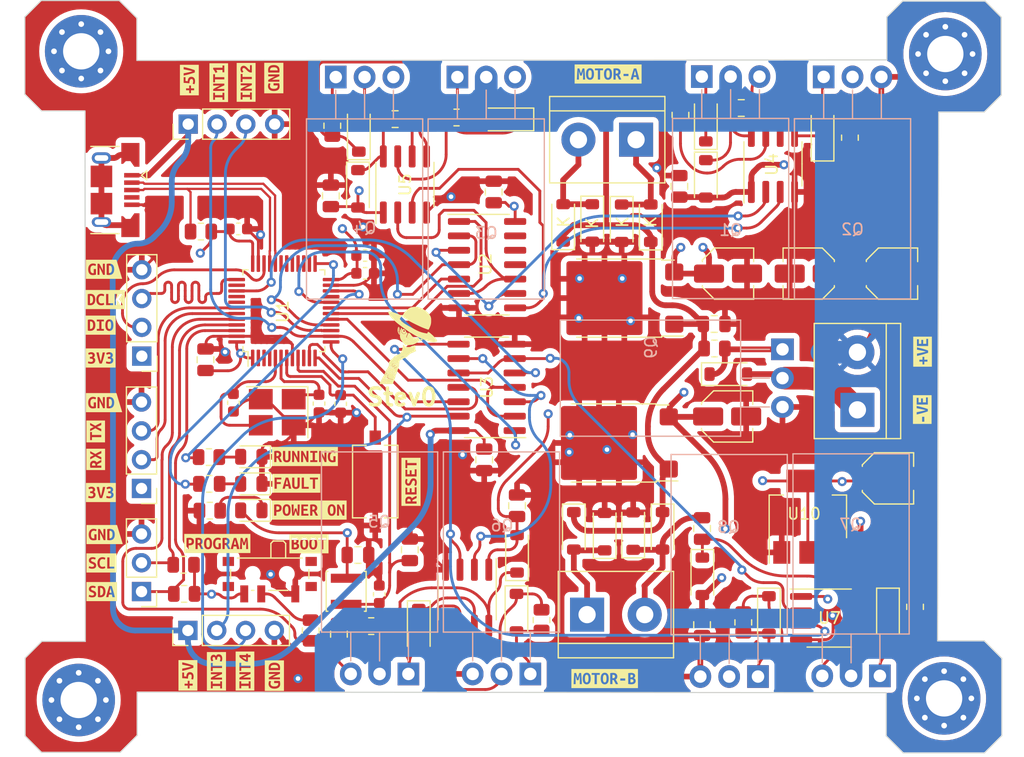
<source format=kicad_pcb>
(kicad_pcb (version 20221018) (generator pcbnew)
  (layers (0 "F.Cu" signal) (1 "In1.Cu" signal) (2 "In2.Cu" signal) (31 "B.Cu" signal) (34 "B.Paste" user) (35 "F.Paste" user) (36 "B.SilkS" user "B.Silkscreen") (37 "F.SilkS" user "F.Silkscreen") (38 "B.Mask" user) (39 "F.Mask" user) (44 "Edge.Cuts" user))
  (net 0 "")
  (net 1 "+3.3V")
  (net 2 "GND")
  (net 3 "Net-(U1-VDDA)")
  (net 4 "NRST")
  (net 5 "HSE_OUT")
  (net 6 "HSE_IN")
  (net 7 "+15V")
  (net 8 "Net-(D3-K)")
  (net 9 "/Dual_HBridge/HC3")
  (net 10 "Net-(D12-K)")
  (net 11 "/Dual_HBridge/HC4")
  (net 12 "Net-(D13-K)")
  (net 13 "/Dual_HBridge/HC1")
  (net 14 "Net-(D22-K)")
  (net 15 "/Dual_HBridge/HC2")
  (net 16 "+24V")
  (net 17 "+5V")
  (net 18 "Net-(D1-A)")
  (net 19 "Net-(D2-A)")
  (net 20 "Net-(D4-K)")
  (net 21 "Net-(D4-A)")
  (net 22 "Net-(D5-K)")
  (net 23 "Net-(D5-A)")
  (net 24 "Net-(D10-K)")
  (net 25 "Net-(D10-A)")
  (net 26 "Net-(D11-K)")
  (net 27 "Net-(D11-A)")
  (net 28 "Net-(D14-K)")
  (net 29 "Net-(D14-A)")
  (net 30 "Net-(D15-K)")
  (net 31 "Net-(D15-A)")
  (net 32 "Net-(D20-K)")
  (net 33 "Net-(D20-A)")
  (net 34 "Net-(D21-K)")
  (net 35 "Net-(D21-A)")
  (net 36 "Net-(D23-K)")
  (net 37 "Net-(D23-A)")
  (net 38 "Net-(D24-K)")
  (net 39 "SWDIO")
  (net 40 "SWCLK")
  (net 41 "EXT_INT1")
  (net 42 "EXT_INT2")
  (net 43 "UART1_RX")
  (net 44 "UART1_TX")
  (net 45 "I2C_SDA")
  (net 46 "I2C_SCL")
  (net 47 "USB_D-")
  (net 48 "USB_D+")
  (net 50 "unconnected-(J5-Shield-Pad6)")
  (net 51 "EXT_INT3")
  (net 52 "EXT_INT4")
  (net 53 "Net-(SW2-B)")
  (net 54 "BOOT0")
  (net 55 "BLUE_LED")
  (net 56 "GREEN_LED")
  (net 61 "EXT_INT0")
  (net 62 "ENA")
  (net 63 "ENB")
  (net 64 "IN1")
  (net 65 "IN2")
  (net 66 "IN3")
  (net 75 "IN4")
  (net 78 "Net-(U4-IN)")
  (net 79 "Net-(U5-IN)")
  (net 80 "Net-(U4-~{SD})")
  (net 84 "Net-(U6-IN)")
  (net 85 "Net-(U7-IN)")
  (net 86 "Net-(U6-~{SD})")
  (footprint "Connector_PinHeader_2.54mm:PinHeader_1x04_P2.54mm_Vertical" (layer "F.Cu") (at 84.3788 100.3554 90)
    (fp_text reference "J6" hide)
    (fp_text value "Conn_01x04_Pin")
  )
  (footprint "Capacitor_SMD:C_0805_2012Metric" (layer "F.Cu") (at 85.9282 76.4794 90)
    (fp_text reference "C1" hide)
    (fp_text value "10uF")
  )
  (footprint "Capacitor_SMD:C_Elec_4x5.4" (layer "F.Cu") (at 146.431 68.8848)
    (fp_text reference "C19" hide)
    (fp_text value "100uF")
  )
  (footprint "Resistor_SMD:R_0805_2012Metric" (layer "F.Cu") (at 86.2603 87.4268)
    (fp_text reference "R3" hide)
    (fp_text value "1K5")
  )
  (footprint "kibuzzard-664F4E3A" (layer "F.Cu") (at 76.6826 76.327)
    (fp_text reference "kibuzzard-664F4E3A" hide)
    (fp_text value "G***" hide)
  )
  (footprint "Package_TO_SOT_SMD:ATPAK-2" (layer "F.Cu") (at 122.2902 71.0438 180)
    (fp_text reference "U8" hide)
    (fp_text value "L7805")
  )
  (footprint "kibuzzard-664F8782" (layer "F.Cu") (at 87.0966 52.0446 90)
    (fp_text reference "kibuzzard-664F8782" hide)
    (fp_text value "G***" hide)
  )
  (footprint "kibuzzard-664F19D9" (layer "F.Cu") (at 76.7588 94.4014)
    (fp_text reference "kibuzzard-664F19D9" hide)
    (fp_text value "G***" hide)
  )
  (footprint "Diode_SMD:D_SOD-123" (layer "F.Cu") (at 146.0754 98.9838 -90)
    (fp_text reference "D20" hide)
    (fp_text value "1N4148")
  )
  (footprint "Resistor_SMD:R_0805_2012Metric" (layer "F.Cu") (at 142.7226 56.8989 90)
    (fp_text reference "R7" hide)
    (fp_text value "30R")
  )
  (footprint "Capacitor_SMD:C_0805_2012Metric" (layer "F.Cu") (at 103.9368 93.2434 90)
    (fp_text reference "C5" hide)
    (fp_text value "1uF")
  )
  (footprint "Resistor_SMD:R_0805_2012Metric" (layer "F.Cu") (at 108.0516 55.118)
    (fp_text reference "R9" hide)
    (fp_text value "30R")
  )
  (footprint "kibuzzard-664F49B2" (layer "F.Cu") (at 149.098 80.8736 90)
    (fp_text reference "kibuzzard-664F49B2" hide)
    (fp_text value "G***" hide)
  )
  (footprint "Package_SO:SOIC-14_3.9x8.7mm_P1.27mm" (layer "F.Cu") (at 110.744 68.0974)
    (fp_text reference "U2")
    (fp_text value "7400")
  )
  (footprint "Connector_PinHeader_2.54mm:PinHeader_1x03_P2.54mm_Vertical" (layer "F.Cu") (at 80.2894 96.9264 180)
    (fp_text reference "J4" hide)
    (fp_text value "Conn_01x03_Pin")
  )
  (footprint "kibuzzard-664F88D1" (layer "F.Cu") (at 86.8934 103.9622 90)
    (fp_text reference "kibuzzard-664F88D1" hide)
    (fp_text value "G***" hide)
  )
  (footprint "Package_SO:SOIC-8_3.9x4.9mm_P1.27mm" (layer "F.Cu") (at 103.505 61.0264 90)
    (fp_text reference "U5")
    (fp_text value "IR2104")
  )
  (footprint "MountingHole:MountingHole_3.2mm_M3_Pad_Via" (layer "F.Cu") (at 151.13 49.5176)
    (fp_text reference "H2" hide)
    (fp_text value "MountingHole_Pad")
  )
  (footprint "kibuzzard-664F3565" (layer "F.Cu") (at 77.089 71.1708)
    (fp_text reference "kibuzzard-664F3565" hide)
    (fp_text value "G***" hide)
  )
  (footprint "Diode_SMD:D_SOD-123" (layer "F.Cu") (at 112.4966 55.286 180)
    (fp_text reference "D10" hide)
    (fp_text value "1N4148")
  )
  (footprint "LED_SMD:LED_0805_2012Metric" (layer "F.Cu") (at 89.9668 85.0392 180)
    (fp_text reference "D2" hide)
    (fp_text value "GREEN")
  )
  (footprint "Package_TO_SOT_SMD:ATPAK-2" (layer "F.Cu") (at 121.8076 83.82 180)
    (fp_text reference "U9" hide)
    (fp_text value "L7815")
  )
  (footprint "Button_Switch_SMD:SW_Tactile_SPST_NO_Straight_CK_PTS636Sx25SMTRLFS" (layer "F.Cu") (at 100.8888 87.2236 90)
    (fp_text reference "SW1" hide)
    (fp_text value "SW_DPST_x2")
  )
  (footprint "Diode_SMD:D_SOD-123" (layer "F.Cu") (at 121.1072 91.6432 90)
    (fp_text reference "D17" hide)
    (fp_text value "1N5819")
  )
  (footprint "Resistor_SMD:R_0805_2012Metric" (layer "F.Cu") (at 84.0486 97.1296)
    (fp_text reference "R6" hide)
    (fp_text value "1K5")
  )
  (footprint "Connector_PinHeader_2.54mm:PinHeader_1x04_P2.54mm_Vertical" (layer "F.Cu") (at 80.3148 76.1646 180)
    (fp_text reference "J1" hide)
    (fp_text value "SWD")
  )
  (footprint "kibuzzard-664F1B6E" (layer "F.Cu") (at 76.2508 82.804 90)
    (fp_text reference "kibuzzard-664F1B6E" hide)
    (fp_text value "G***" hide)
  )
  (footprint "kibuzzard-664F35B9" (layer "F.Cu") (at 76.9874 68.5038)
    (fp_text reference "kibuzzard-664F35B9" hide)
    (fp_text value "G***" hide)
  )
  (footprint "kibuzzard-664F52AD" (layer "F.Cu") (at 86.9696 92.6846)
    (fp_text reference "kibuzzard-664F52AD" hide)
    (fp_text value "G***" hide)
  )
  (footprint "kibuzzard-664F4D60" (layer "F.Cu") (at 95.0722 89.7382)
    (fp_text reference "kibuzzard-664F4D60" hide)
    (fp_text value "G***" hide)
  )
  (footprint "kibuzzard-664F4F90" (layer "F.Cu") (at 121.1072 104.5972)
    (fp_text reference "kibuzzard-664F4F90" hide)
    (fp_text value "G***" hide)
  )
  (footprint "Connector_PinHeader_2.54mm:PinHeader_1x04_P2.54mm_Vertical" (layer "F.Cu") (at 84.4042 55.7022 90)
    (fp_text reference "J2" hide)
    (fp_text value "Conn_01x04_Pin")
  )
  (footprint "Capacitor_SMD:C_0603_1608Metric" (layer "F.Cu") (at 99.9998 68.8594)
    (fp_text reference "C2" hide)
    (fp_text value "100nF")
  )
  (footprint "kibuzzard-664F19F6" (layer "F.Cu") (at 77.0382 91.8972)
    (fp_text reference "kibuzzard-664F19F6" hide)
    (fp_text value "G***" hide)
  )
  (footprint "kibuzzard-664F4D77" (layer "F.Cu") (at 94.6912 85.0138)
    (fp_text reference "kibuzzard-664F4D77" hide)
    (fp_text value "G***" hide)
  )
  (footprint "Package_SO:SOIC-8_3.9x4.9mm_P1.27mm" (layer "F.Cu") (at 140.8938 99.2632)
    (fp_text reference "U7")
    (fp_text value "IR2104")
  )
  (footprint "kibuzzard-664F878C" (layer "F.Cu") (at 89.5096 52.0192 90)
    (fp_text reference "kibuzzard-664F878C" hide)
    (fp_text value "G***" hide)
  )
  (footprint "Capacitor_SMD:C_0603_1608Metric" (layer "F.Cu") (at 88.8238 64.9478)
    (fp_text reference "C4" hide)
    (fp_text value "100nF")
  )
  (footprint "Capacitor_SMD:C_0603_1608Metric" (layer "F.Cu") (at 95.9336 80.3472 -90)
    (fp_text reference "C9" hide)
    (fp_text value "10pF")
  )
  (footprint "kibuzzard-664F4C94" (layer "F.Cu") (at 76.708 88.1888)
    (fp_text reference "kibuzzard-664F4C94" hide)
    (fp_text value "G***" hide)
  )
  (footprint "kibuzzard-664F52A3" (layer "F.Cu") (at 95.0468 92.71)
    (fp_text reference "kibuzzard-664F52A3" hide)
    (fp_text value "G***" hide)
  )
  (footprint "kibuzzard-664F8901" (layer "F.Cu") (at 91.9988 104.3432 90)
    (fp_text reference "kibuzzard-664F8901" hide)
    (fp_text value "G***" hide)
  )
  (footprint "Capacitor_SMD:C_Elec_4x5.4" (layer "F.Cu") (at 131.9784 68.8848)
    (fp_text reference "C21" hide)
    (fp_text value "22uF")
  )
  (footprint "Capacitor_SMD:C_0603_1608Metric" (layer "F.Cu") (at 101.2444 97.1674 90)
    (fp_text reference "C6" hide)
    (fp_text value "10nF")
  )
  (footprint "Diode_SMD:D_SOD-123" (layer "F.Cu") (at 126.2126 91.567 -90)
    (fp_text reference "D18" hide)
    (fp_text value "1N5819")
  )
  (footprint "MountingHole:MountingHole_3.2mm_M3_Pad_Via" (layer "F.Cu") (at 151.023656 106.345056)
    (fp_text reference "H4" hide)
    (fp_text value "MountingHole_Pad")
  )
  (footprint "Diode_SMD:D_SOD-123" (layer "F.Cu") (at 104.7242 100.1014 -90)
    (fp_text reference "D15" hide)
    (fp_text value "1N4148")
  )
  (footprint "Capacitor_SMD:C_Elec_4x5.4" (layer "F.Cu") (at 131.9022 81.4832)
    (fp_text reference "C23" hide)
    (fp_text value "22uF")
  )
  (footprint "Diode_SMD:D_SOD-123" (layer "F.Cu") (at 99.3648 61.4074 -90)
    (fp_text reference "D12" hide)
    (fp_text value "D")
  )
  (footprint "Capacitor_SMD:C_0805_2012Metric" (layer "F.Cu") (at 111.3282 61.6864 90)
    (fp_text reference "C25" hide)
    (fp_text value "1uF")
  )
  (footprint "kibuzzard-664F49D0" (layer "F.Cu") (at 149.1234 75.7682 90)
    (fp_text reference "kibuzzard-664F49D0" hide)
    (fp_text value "G***" hide)
  )
  (footprint "Resistor_SMD:R_0805_2012Metric" (layer "F.Cu") (at 85.5237 65.1764)
    (fp_text reference "R2" hide)
    (fp_text value "1K5")
  )
  (footprint "Resistor_SMD:R_0805_2012Metric" (layer "F.Cu") (at 133.3246 99.6442 -90)
    (fp_text reference "R14" hide)
    (fp_text value "30R")
  )
  (footprint "Capacitor_SMD:C_0603_1608Metric" (layer "F.Cu") (at 88.3898 80.271 -90)
    (fp_text reference "C10" hide)
    (fp_text value "10pF")
  )
  (footprint "Capacitor_SMD:C_0603_1608Metric" (layer "F.Cu") (at 97.8386 80.3726 -90)
    (fp_text reference "C8" hide)
    (fp_text value "100nF")
  )
  (footprint "Diode_SMD:D_SOD-123" (layer "F.Cu") (at 99.441 56.4798 90)
    (fp_text reference "D11" hide)
    (fp_text value "1N4148")
  )
  (footprint "Capacitor_SMD:C_0603_1608Metric" (layer "F.Cu") (at 99.9998 67.2846)
    (fp_text reference "C3" hide)
    (fp_text value "100nF")
  )
  (footprint "Capacitor_SMD:C_0805_2012Metric" (layer "F.Cu") (at 113.3856 89.3572 90)
    (fp_text reference "C15" hide)
    (fp_text value "1uF")
  )
  (footprint "Diode_SMD:D_SOD-123" (layer "F.Cu") (at 135.5852 98.9838 -90)
    (fp_text reference "D21" hide)
    (fp_text value "1N4148")
  )
  (footprint "Resistor_SMD:R_0805_2012Metric" (layer "F.Cu") (at 86.3092 89.789 180)
    (fp_text reference "R16" hide)
    (fp_text value "1K5")
  )
  (footprint "Button_Switch_SMD:SW_SPDT_PCM12" (layer "F.Cu") (at 91.5924 95.6996 180)
    (fp_text reference "SW2" hide)
    (fp_text value "SW_SPDT")
  )
  (footprint "Inductor_SMD:L_Changjiang_FNR3010S" (layer "F.Cu") (at 98.3234 96.901 -90)
    (fp_text reference "FB1" hide)
    (fp_text value "120R")
  )
  (footprint "Capacitor_SMD:C_0805_2012Metric" (layer "F.Cu") (at 102.6414 55.2606)
    (fp_text reference "C13" hide)
    (fp_text value "1.5uF")
  )
  (footprint "Diode_SMD:D_SOD-123" (layer "F.Cu") (at 130.0226 60.5292 -90)
    (fp_text reference "D3" hide)
    (fp_text value "D")
  )
  (footprint "Diode_SMD:D_SOD-123" (layer "F.Cu") (at 120.015 64.4154 -90)
    (fp_text reference "D9" hide)
    (fp_text value "1N5819")
  )
  (footprint "Capacitor_SMD:C_0805_2012Metric" (layer "F.Cu") (at 129.6924 91.3638 90)
    (fp_text reference "C17" hide)
    (fp_text value "1.5uF")
  )
  (footprint "Package_SO:SOIC-14_3.9x8.7mm_P1.27mm" (layer "F.Cu") (at 110.7044 78.9178 180)
    (fp_text reference "U3")
    (fp_text value "7400")
  )
  (footprint "kibuzzard-664F19F6" (layer "F.Cu") (at 76.9874 80.264)
    (fp_text reference "kibuzzard-664F19F6" hide)
    (fp_text value "G***" hide)
  )
  (footprint "Capacitor_SMD:C_0805_2012Metric" (layer "F.Cu") (at 99.3648 93.7006)
    (fp_text reference "C7" hide)
    (fp_text value "1uF")
  )
  (footprint "Package_QFP:LQFP-48_7x7mm_P0.5mm" (layer "F.Cu") (at 92.837 72.1614 90)
    (fp_text reference "U1")
    (fp_text value "STM32F103C8Tx")
  )
  (footprint "kibuzzard-664F88B5" (layer "F.Cu") (at 84.3788 104.3178 90)
    (fp_text reference "kibuzzard-664F88B5" hide)
    (fp_text value "G***" hide)
  )
  (footprint "Capacitor_SMD:C_0805_2012Metric" (layer "F.Cu") (at 96.9772 62.0268 90)
    (fp_text reference "C14" hide)
    (fp_text value "1uF")
  )
  (footprint "Capacitor_SMD:C_0805_2012Metric" (layer "F.Cu") (at 127.6858 61.1896 90)
    (fp_text reference "C11" hide)
    (fp_text value "1uF")
  )
  (footprint "MountingHole:MountingHole_3.2mm_M3_Pad_Via" (layer "F.Cu") (at 74.976056 49.280744)
    (fp_text reference "H1" hide)
    (fp_text value "MountingHole_Pad")
  )
  (footprint "kibuzzard-664FF9FF" (layer "F.Cu") (at 104.0384 87.249 90)
    (fp_text reference "kibuzzard-664FF9FF" hide)
    (fp_text value "G***" hide)
  )
  (footprint "Resistor_SMD:R_0805_2012Metric" (layer "F.Cu") (at 97.1042 55.8448 90)
    (fp_text reference "R10" hide)
    (fp_text value "30R")
  )
  (footprint "kibuzzard-664F47C9" (layer "F.Cu") (at 121.412 51.2826)
    (fp_text reference "kibuzzard-664F47C9" hide)
    (fp_text value "G***" hide)
  )
  (footprint "Resistor_SMD:R_0805_2012Metric" (layer "F.Cu") (at 127.7874 54.8904 90)
    (fp_text reference "R8" hide)
    (fp_text value "30R")
  )
  (footprint "Capacitor_SMD:C_0805_2012Metric" (layer "F.Cu") (at 129.6924 99.8474 -90)
    (fp_text reference "C18" hide)
    (fp_text value "1uF")
  )
  (footprint "Resistor_SMD:R_0805_2012Metric" (layer "F.Cu") (at 115.5446 99.441 -90)
    (fp_text reference "R11" hide)
    (fp_text value "30R")
  )
  (footprint "Package_SO:SOIC-8_3.9x4.9mm_P1.27mm" (layer "F.Cu") (at 135.9408 59.2084 90)
    (fp_text reference "U4")
    (fp_text value "IR2104")
  )
  (footprint "TerminalBlock:TerminalBlock_bornier-2_P5.08mm" (layer "F.Cu") (at 123.8758 57.0738 180)
    (fp_text reference "J7" hide)
    (fp_text value "MOTOR_A")
  )
  (footprint "Package_TO_SOT_SMD:SOT-223-3_TabPin2" (layer "F.Cu") (at 139.0142 90.3224 90)
    (fp_text reference "U10")
    (fp_text value "AMS1117-3.3")
  )
  (footprint "Diode_SMD:D_SOD-123" (layer "F.Cu") (at 113.3856 93.599 90)
    (fp_text reference "D13" hide)
    (fp_text value "D")
  )
  (footprint "Connector_USB:USB_Micro-B_XKB_U254-051T-4BH83-F1S" (layer "F.Cu") (at 77.1488 61.5132 -90)
    (fp_text reference "J5" hide)
    (fp_text value "USB_B_Micro")
  )
  (footprint "Resistor_SMD:R_0805_2012Metric" (layer "F.Cu") (at 148.463 98.2726 -90)
    (fp_text reference "R13" hide)
    (fp_text value "30R")
  )
  (footprint "TerminalBlock:TerminalBlock_bornier-2_P5.08mm" (layer "F.Cu") (at 143.383 80.899 90)
    (fp_text reference "J9" hide)
    (fp_text value "+24V_INPUT")
  )
  (footprint "Resistor_SMD:R_0805_2012Metric" (layer "F.Cu") (at 86.2311 85.0646)
    (fp_text reference "R4" hide)
    (fp_text value "1K5")
  )
  (footprint "Package_SO:SOIC-8_3.9x4.9mm_P1.27mm" (layer "F.Cu") (at 108.9914 97.474 -90)
    (fp_text reference "U6" hide)
    (fp_text value "IR2104")
  )
  (footprint "kibuzzard-664F4F6B" (layer "F.Cu") (at 84.5058 51.816 90)
    (fp_text reference "kibuzzard-664F4F6B" hide)
    (fp_text value "G***" hide)
  )
  (footprint "kibuzzard-664F19CD" (layer "F.Cu") (at 76.7842 96.9264)
    (fp_text reference "kibuzzard-664F19CD" hide)
    (fp_text value "G***" hide)
  )
  (footprint "kibuzzard-664F8796" (layer "F.Cu") (at 91.948 51.6382 90)
    (fp_text reference "kibuzzard-664F8796" hide)
    (fp_text value "G***" hide)
  )
  (footprint "Diode_SMD:D_SOD-123" (layer "F.Cu") (at 130.0226 55.5762 90)
    (fp_text reference "D5" hide)
    (fp_text value "1N4148")
  )
  (footprint "Diode_SMD:D_SOD-123" (layer "F.Cu") (at 140.3096 56.5922 90)
    (fp_text reference "D4" hide)
    (fp_text value "1N4148")
  )
  (footprint "Capacitor_SMD:C_Elec_4x5.4" (layer "F.Cu") (at 146.0754 86.9442)
    (fp_text reference "C24" hide)
    (fp_text value "22uF")
  )
  (footprint "Diode_SMD:D_SOD-123" (layer "F.Cu") (at 118.3894 91.567 -90)
    (fp_text reference "D16" hide)
    (fp_text value "1N5819")
  )
  (footprint "Diode_SMD:D_SOD-123" (layer "F.Cu") (at 113.3348 98.7806 -90)
    (fp_text reference "D14" hide)
    (fp_text value "1N4148")
  )
  (footprint "MountingHole:MountingHole_3.2mm_M3_Pad_Via" (layer "F.Cu") (at 74.7522 106.4892)
    (fp_text reference "H3" hide)
    (fp_text value "MountingHole_Pad")
  )
  (footprint "Diode_SMD:D_SOD-123" (layer "F.Cu") (at 125.1712 64.4398 90)
    (fp_text reference "D6" hide)
    (fp_text value "1N5819")
  )
  (footprint "kibuzzard-664F354C" (layer "F.Cu") (at 76.6826 73.4314)
    (fp_text reference "kibuzzard-664F354C" hide)
    (fp_text value "G***" hide)
  )
  (footprint "Diode_SMD:D_SOD-123" (layer "F.Cu") (at 122.6058 64.4408 -90)
    (fp_text reference "D7" hide)
    (fp_text value "1N5819")
  )
  (footprint "kibuzzard-664F1B57" (layer "F.Cu") (at 76.2508 85.2678 90)
    (fp_text reference "kibuzzard-664F1B57" hide)
    (fp_text value "G***" hide)
  )
  (footprint "Resistor_SMD:R_0805_2012Metric" (layer "F.Cu") (at 130.7846 75.4888)
    (fp_text reference "R15" hide)
    (fp_text value "10k")
  )
  (footprint "LED_SMD:LED_0805_2012Metric" (layer "F.Cu") (at 89.9668 87.4268 180)
    (fp_text reference "D1" hide)
    (fp_text value "BLUE")
  )
  (footprint "Crystal:Crystal_SMD_3225-4Pin_3.2x2.5mm_HandSoldering" (layer "F.Cu") (at 92.2506 81.1092 180)
    (fp_text reference "Y1" hide)
    (fp_text value "16MHz")
  )
  (footprint "Diode_SMD:D_SOD-123" (layer "F.Cu") (at 129.7178 95.5802 -90)
    (fp_text reference "D22" hide)
    (fp_text value "D")
  )
  (footprint "kibuzzard-664F88FA" (layer "F.Cu") (at 89.408 103.9368 90)
    (fp_text reference "kibuzzard-664F88FA" hide)
    (fp_text value "G***" hide)
  )
  (footprint "TerminalBlock:TerminalBlock_bornier-2_P5.08mm" (layer "F.Cu") (at 119.5578 98.9584)
    (fp_text reference "J8" hide)
    (fp_text value "MOTOR_B")
  )
  (footprint "Capacitor_SMD:C_0805_2012Metric" (layer "F.Cu") (at 130.7592 73.3298)
    (fp_text reference "C22" hide)
    (fp_text value "10uF")
  )
  (footprint "LED_SMD:LED_0805_2012Metric" (layer "F.Cu") (at 89.9668 89.7636 180)
    (fp_text reference "D24" hide)
    (fp_text value "RED")
  )
  (footprint "Diode_SMD:D_SOD-123" (layer "F.Cu") (at 117.4496 64.4144 90)
    (fp_text reference "D8" hide)
    (fp_text value "1N5819")
  )
  (footprint "Resistor_SMD:R_0805_2012Metric" (layer "F.Cu") (at 95.1992 100.3573 -90)
    (fp_text reference "R1" hide)
    (fp_text value "10k")
  )
  (footprint "Diode_SMD:D_SOD-123" (layer "F.Cu") (at 123.6218 91.5924 90)
    (fp_text reference "D19" hide)
    (fp_text value "1N5819")
  )
  (footprint "Capacitor_SMD:C_Elec_4x5.4" (layer "F.Cu") (at 139.0904 68.8848 180)
    (fp_text reference "C20" hide)
    (fp_text value "22uF")
  )
  (footprint "Diode_SMD:D_SOD-123" (layer "F.Cu") (at 132.0038 77.7494)
    (fp_text reference "D23" hide)
    (fp_text value "15v")
  )
  (footprint "kibuzzard-664F4DB5" (layer "F.Cu") (at 93.9292 87.376)
    (fp_text reference "kibuzzard-664F4DB5" hide)
    (fp_text value "G***" hide)
  )
  (footprint "Capacitor_SMD:C_0805_2012Metric" (layer "F.Cu") (at 133.1468 54.2808)
    (fp_text reference "C12" hide)
    (fp_text value "1.5uF")
  )
  (footprint "Capacitor_SMD:C_0805_2012Metric" (layer "F.Cu") (at 97.6884 100.6856 -90)
    (fp_text reference "C16" hide)
    (fp_text value "1.5uF")
  )
  (footprint "Connector_PinHeader_2.54mm:PinHeader_1x04_P2.54mm_Vertical" (layer "F.Cu") (at 80.2894 87.8332 180)
    (fp_text reference "J3" hide)
    (fp_text value "SWD")
  )
  (footprint "Capacitor_SMD:C_0805_2012Metric" (layer "F.Cu") (at 110.49 85.3084 -90)
    (fp_text reference "C26" hide)
    (fp_text value "1uF")
  )
  (footprint "Resistor_SMD:R_0805_2012Metric" (layer "F.Cu") (at 83.9978 94.5642)
    (fp_text reference "R5" hide)
    (fp_text value "1K5")
  )
  (footprint "Resistor_SMD:R_0805_2012Metric" (layer "F.Cu") (at 100.5332 99.9744 180)
    (fp_text reference "R12" hide)
    (fp_text value "30R")
  )
  (footprint "C-Footprint:Luffy6by6" (layer "F.Cu") (at 103.8606 74.93)
    (fp_text reference "Stev0")
    (fp_text value "LOGO" hide)
  )
  (footprint "Package_TO_SOT_THT:TO-220-3_Horizontal_TabDown" (layer "B.Cu") (at 103.8098 104.1908 180)
    (fp_text reference "Q5")
    (fp_text value "IRLZ44N")
  )
  (footprint "Package_TO_SOT_THT:TO-220-3_Horizontal_TabDown" (layer "B.Cu") (at 108.1278 51.5522)
    (fp_text reference "Q3")
    (fp_text value "IRLZ44N")
  )
  (footprint "Package_TO_SOT_THT:TO-220-3_Horizontal_TabDown" (layer "B.Cu") (at 136.779 75.565 -90)
    (fp_text reference "Q9")
    (fp_text value "IRLZ44N")
  )
  (footprint "Package_TO_SOT_THT:TO-220-3_Horizontal_TabDown" (layer "B.Cu") (at 145.3642 104.3588 180)
    (fp_text reference "Q7")
    (fp_text value "IRLZ44N")
  )
  (footprint "Package_TO_SOT_THT:TO-220-3_Horizontal_TabDown" (layer "B.Cu") (at 140.4112 51.5366)
    (fp_text reference "Q2")
    (fp_text value "IRLZ44N")
  )
  (footprint "Package_TO_SOT_THT:TO-220-3_Horizontal_TabDown" (layer "B.Cu") (at 114.554 104.1908 180)
    (fp_text reference "Q6")
    (fp_text value "IRLZ44N")
  )
  (footprint "Package_TO_SOT_THT:TO-220-3_Horizontal_TabDown" (layer "B.Cu") (at 134.62 104.4194 180)
    (fp_text reference "Q8")
    (fp_text value "IRLZ44N")
  )
  (footprint "Package_TO_SOT_THT:TO-220-3_Horizontal_TabDown" (layer "B.Cu") (at 97.409 51.5522)
    (fp_text reference "Q4")
    (fp_text value "IRLZ44N")
  )
  (footprint "Package_TO_SOT_THT:TO-220-3_Horizontal_TabDown" (layer "B.Cu") (at 129.667 51.5112)
    (fp_text reference "Q1")
    (fp_text value "IRLZ44N")
  )
  (gr_line (start 78.4098 111.0996) (end 79.9084 109.601) (stroke (width 0.1)) (layer "Edge.Cuts"))
  (gr_line (start 145.9738 50.038) (end 79.883 50.0888) (stroke (width 0.1)) (layer "Edge.Cuts"))
  (gr_line (start 147.3708 44.8564) (end 145.9738 46.2534) (stroke (width 0.1)) (layer "Edge.Cuts"))
  (gr_line (start 154.5844 111.1504) (end 156.1084 109.6264) (stroke (width 0.1)) (layer "Edge.Cuts"))
  (gr_line (start 145.923 105.8418) (end 145.923 109.6518) (stroke (width 0.1)) (layer "Edge.Cuts"))
  (gr_line (start 75.3364 101.3206) (end 71.501 101.3206) (stroke (width 0.1)) (layer "Edge.Cuts"))
  (gr_line (start 70.0024 46.2534) (end 70.0024 53.0606) (stroke (width 0.1)) (layer "Edge.Cuts"))
  (gr_line (start 156.0576 46.2788) (end 154.6352 44.8564) (stroke (width 0.1)) (layer "Edge.Cuts"))
  (gr_line (start 156.0576 53.1368) (end 156.0576 46.2788) (stroke (width 0.1)) (layer "Edge.Cuts"))
  (gr_line (start 156.1084 109.6264) (end 156.1084 102.8192) (stroke (width 0.1)) (layer "Edge.Cuts"))
  (gr_line (start 145.9738 46.2534) (end 145.9738 50.038) (stroke (width 0.1)) (layer "Edge.Cuts"))
  (gr_line (start 79.883 50.0888) (end 79.883 46.355) (stroke (width 0.1)) (layer "Edge.Cuts"))
  (gr_line (start 156.1084 102.8192) (end 154.559 101.2698) (stroke (width 0.1)) (layer "Edge.Cuts"))
  (gr_line (start 71.4756 54.5338) (end 75.311 54.5338) (stroke (width 0.1)) (layer "Edge.Cuts"))
  (gr_line (start 71.4502 44.8056) (end 70.0024 46.2534) (stroke (width 0.1)) (layer "Edge.Cuts"))
  (gr_line (start 154.6352 44.8564) (end 147.3708 44.8564) (stroke (width 0.1)) (layer "Edge.Cuts"))
  (gr_line (start 145.923 109.6518) (end 147.4216 111.1504) (stroke (width 0.1)) (layer "Edge.Cuts"))
  (gr_line (start 150.4442 101.2698) (end 150.5458 54.6354) (stroke (width 0.1)) (layer "Edge.Cuts"))
  (gr_line (start 154.559 101.2698) (end 150.4442 101.2698) (stroke (width 0.1)) (layer "Edge.Cuts"))
  (gr_line (start 79.9084 109.601) (end 79.9084 105.791) (stroke (width 0.1)) (layer "Edge.Cuts"))
  (gr_line (start 147.4216 111.1504) (end 154.5844 111.1504) (stroke (width 0.1)) (layer "Edge.Cuts"))
  (gr_line (start 71.4756 111.0996) (end 78.4098 111.0996) (stroke (width 0.1)) (layer "Edge.Cuts"))
  (gr_line (start 78.3336 44.8056) (end 71.4502 44.8056) (stroke (width 0.1)) (layer "Edge.Cuts"))
  (gr_line (start 154.559 54.6354) (end 156.0576 53.1368) (stroke (width 0.1)) (layer "Edge.Cuts"))
  (gr_line (start 70.0278 109.6518) (end 71.4756 111.0996) (stroke (width 0.1)) (layer "Edge.Cuts"))
  (gr_line (start 70.0278 102.7938) (end 70.0278 109.6518) (stroke (width 0.1)) (layer "Edge.Cuts"))
  (gr_line (start 71.501 101.3206) (end 70.0278 102.7938) (stroke (width 0.1)) (layer "Edge.Cuts"))
  (gr_line (start 70.0024 53.0606) (end 71.4756 54.5338) (stroke (width 0.1)) (layer "Edge.Cuts"))
  (gr_line (start 75.311 54.5338) (end 75.3364 101.3206) (stroke (width 0.1)) (layer "Edge.Cuts"))
  (gr_line (start 150.5458 54.6354) (end 154.559 54.6354) (stroke (width 0.1)) (layer "Edge.Cuts"))
  (gr_line (start 79.9084 105.791) (end 145.923 105.8418) (stroke (width 0.1)) (layer "Edge.Cuts"))
  (gr_line (start 79.883 46.355) (end 78.3336 44.8056) (stroke (width 0.1)) (layer "Edge.Cuts"))
  (segment (start 99.2886 67.7164) (end 99.2886 68.5168) (width 0.25) (layer "F.Cu") (net 1))
  (segment (start 89.027 75.9206) (end 88.8238 75.9206) (width 0.25) (layer "F.Cu") (net 1))
  (segment (start 88.85075 75.74435) (end 89.027 75.9206) (width 0.25) (layer "F.Cu") (net 1))
  (segment (start 89.22865 76.12225) (end 89.027 75.9206) (width 0.25) (layer "F.Cu") (net 1))
  (segment (start 88.250749 65.720949) (end 88.2966 65.7668) (width 0.25) (layer "F.Cu") (net 1))
  (segment (start 88.0488 65.109444) (end 88.0488 65.2334) (width 0.25) (layer "F.Cu") (net 1))
  (segment (start 98.3691 95.7053) (end 98.3234 95.751) (width 0.25) (layer "F.Cu") (net 1))
  (segment (start 86.50496 97.1296) (end 86.870552 97.1296) (width 0.25) (layer "F.Cu") (net 1))
  (segment (start 88.894842 66.0146) (end 89.838445 66.0146) (width 0.25) (layer "F.Cu") (net 1))
  (segment (start 84.9357 94.5896) (end 84.9103 94.5642) (width 0.25) (layer "F.Cu") (net 1))
  (segment (start 139.0142 87.1724) (end 139.0142 93.4724) (width 0.25) (layer "F.Cu") (net 1))
  (segment (start 98.425 91.7448) (end 92.411419 91.7448) (width 0.25) (layer "F.Cu") (net 1))
  (segment (start 87.658555 65.1764) (end 86.4362 65.1764) (width 0.25) (layer "F.Cu") (net 1))
  (segment (start 99.2248 66.7193) (end 99.2248 67.2846) (width 0.25) (layer "F.Cu") (net 1))
  (segment (start 89.027 75.9206) (end 89.027 76.3524) (width 0.25) (layer "F.Cu") (net 1))
  (segment (start 86.4489 97.1423) (end 86.4616 97.155) (width 0.25) (layer "F.Cu") (net 1))
  (segment (start 144.2863 87.0583) (end 144.4004 86.9442) (width 0.25) (layer "F.Cu") (net 1))
  (segment (start 89.715476 76.3239) (end 90.087 76.3239) (width 0.25) (layer "F.Cu") (net 1))
  (segment (start 89.049847 97.1296) (end 89.3424 97.1296) (width 0.25) (layer "F.Cu") (net 1))
  (segment (start 84.9611 97.1296) (end 84.9611 94.650921) (width 0.25) (layer "F.Cu") (net 1))
  (segment (start 98.863 68.8594) (end 99.2248 68.8594) (width 0.25) (layer "F.Cu") (net 1))
  (segment (start 135.0264 87.1474) (end 135.0389 87.1599) (width 0.25) (layer "F.Cu") (net 1))
  (segment (start 142.0624 87.198) (end 142.0368 87.2236) (width 0.25) (layer "F.Cu") (net 1))
  (segment (start 84.9611 97.1296) (end 86.418239 97.1296) (width 0.25) (layer "F.Cu") (net 1))
  (segment (start 90.087 66.263154) (end 90.087 67.9989) (width 0.25) (layer "F.Cu") (net 1))
  (segment (start 88.721671 77.089528) (end 88.6917 77.1195) (width 0.25) (layer "F.Cu") (net 1))
  (segment (start 86.4616 97.155) (end 86.4743 97.1423) (width 0.25) (layer "F.Cu") (net 1))
  (segment (start 88.6745 75.318844) (end 88.6745 74.9114) (width 0.25) (layer "F.Cu") (net 1))
  (segment (start 90.0199 90.7542) (end 89.0293 89.7636) (width 0.25) (layer "F.Cu") (net 1))
  (segment (start 86.10393 66.448469) (end 85.471 67.0814) (width 0.25) (layer "F.Cu") (net 1))
  (segment (start 142.0112 87.198) (end 142.0368 87.2236) (width 0.25) (layer "F.Cu") (net 1))
  (segment (start 144.010838 87.1724) (end 142.124203 87.1724) (width 0.25) (layer "F.Cu") (net 1))
  (segment (start 98.425 91.7448) (end 98.4199 91.7499) (width 0.25) (layer "F.Cu") (net 1))
  (segment (start 98.245368 69.115231) (end 98.2252 69.1354) (width 0.25) (layer "F.Cu") (net 1))
  (segment (start 87.882214 77.4548) (end 85.6488 77.4548) (width 0.25) (layer "F.Cu") (net 1))
  (segment (start 97.558877 69.4114) (end 96.9995 69.4114) (width 0.25) (layer "F.Cu") (net 1))
  (segment (start 141.949396 87.1724) (end 139.0142 87.1724) (width 0.25) (layer "F.Cu") (net 1))
  (segment (start 135.069077 87.1724) (end 139.0142 87.1724) (width 0.25) (layer "F.Cu") (net 1))
  (segment (start 86.4362 65.6463) (end 86.4362 65.1764) (width 0.25) (layer "F.Cu") (net 1))
  (segment (start 98.825072 65.754272) (end 97.9932 64.9224) (width 0.25) (layer "F.Cu") (net 1))
  (segment (start 98.4148 93.7006) (end 98.4148 91.762212) (width 0.25) (layer "F.Cu") (net 1))
  (segment (start 98.4148 95.59497) (end 98.4148 93.7006) (width 0.25) (layer "F.Cu") (net 1))
  (segment (start 88.191352 97.4852) (end 87.729047 97.4852) (width 0.25) (layer "F.Cu") (net 1))
  (via (at 97.9932 64.9224) (size 0.8) (drill 0.4) (layers "F.Cu" "B.Cu") (net 1))
  (via (at 135.0264 87.1474) (size 0.8) (drill 0.4) (layers "F.Cu" "B.Cu") (net 1))
  (via (at 142.0368 87.2236) (size 0.8) (drill 0.4) (layers "F.Cu" "B.Cu") (net 1))
  (via (at 85.471 67.0814) (size 0.8) (drill 0.4) (layers "F.Cu" "B.Cu") (net 1))
  (via (at 98.425 91.7448) (size 0.8) (drill 0.4) (layers "F.Cu" "B.Cu") (net 1))
  (via (at 86.4616 97.155) (size 0.8) (drill 0.4) (layers "F.Cu" "B.Cu") (net 1))
  (via (at 89.027 75.9206) (size 0.8) (drill 0.4) (layers "F.Cu" "B.Cu") (net 1))
  (arc (start 98.863 68.8594) (mid 98.52874 68.925888) (end 98.245368 69.115231) (width 0.25) (layer "F.Cu") (net 1))
  (arc (start 88.2966 65.7668) (mid 88.571075 65.950198) (end 88.894842 66.0146) (width 0.25) (layer "F.Cu") (net 1))
  (arc (start 86.4489 97.1423) (mid 86.434832 97.1329) (end 86.418239 97.1296) (width 0.25) (layer "F.Cu") (net 1))
  (arc (start 98.2252 69.1354) (mid 97.919488 69.339669) (end 97.558877 69.4114) (width 0.25) (layer "F.Cu") (net 1))
  (arc (start 88.0488 65.2334) (mid 88.101284 65.497259) (end 88.250749 65.720949) (width 0.25) (layer "F.Cu") (net 1))
  (arc (start 86.50496 97.1296) (mid 86.488367 97.1329) (end 86.4743 97.1423) (width 0.25) (layer "F.Cu") (net 1))
  (arc (start 87.2998 97.3074) (mid 87.102859 97.175808) (end 86.870552 97.1296) (width 0.25) (layer "F.Cu") (net 1))
  (arc (start 142.0112 87.198) (mid 141.982844 87.179053) (end 141.949396 87.1724) (width 0.25) (layer "F.Cu") (net 1))
  (arc (start 89.22865 76.12225) (mid 89.452007 76.271492) (end 89.715476 76.3239) (width 0.25) (layer "F.Cu") (net 1))
  (arc (start 98.825072 65.754272) (mid 99.120914 66.19703) (end 99.2248 66.7193) (width 0.25) (layer "F.Cu") (net 1))
  (arc (start 142.124203 87.1724) (mid 142.090755 87.179053) (end 142.0624 87.198) (width 0.25) (layer "F.Cu") (net 1))
  (arc (start 135.0389 87.1599) (mid 135.052745 87.169151) (end 135.069077 87.1724) (width 0.25) (layer "F.Cu") (net 1))
  (arc (start 144.2863 87.0583) (mid 144.159917 87.142746) (end 144.010838 87.1724) (width 0.25) (layer "F.Cu") (net 1))
  (arc (start 87.2998 97.3074) (mid 87.49674 97.438991) (end 87.729047 97.4852) (width 0.25) (layer "F.Cu") (net 1))
  (arc (start 90.0199 90.7542) (mid 91.117138 91.487351) (end 92.411419 91.7448) (width 0.25) (layer "F.Cu") (net 1))
  (arc (start 88.6917 77.1195) (mid 88.320304 77.367658) (end 87.882214 77.4548) (width 0.25) (layer "F.Cu") (net 1))
  (arc (start 84.9357 94.5896) (mid 84.954498 94.617734) (end 84.9611 94.650921) (width 0.25) (layer "F.Cu") (net 1))
  (arc (start 88.6745 75.318844) (mid 88.720305 75.549126) (end 88.85075 75.74435) (width 0.25) (layer "F.Cu") (net 1))
  (arc (start 89.049847 97.1296) (mid 88.81754 97.175808) (end 88.6206 97.3074) (width 0.25) (layer "F.Cu") (net 1))
  (arc (start 87.9345 65.0621) (mid 87.807895 65.146694) (end 87.658555 65.1764) (width 0.25) (layer "F.Cu") (net 1))
  (arc (start 88.0488 65.109444) (mid 88.007467 65.047585) (end 87.9345 65.0621) (width 0.25) (layer "F.Cu") (net 1))
  (arc (start 98.4148 95.59497) (mid 98.402922 95.65468) (end 98.3691 95.7053) (width 0.25) (layer "F.Cu") (net 1))
  (arc (start 90.0142 66.0874) (mid 89.933562 66.03352) (end 89.838445 66.0146) (width 0.25) (layer "F.Cu") (net 1))
  (arc (start 90.0142 66.0874) (mid 90.068079 66.168036) (end 90.087 66.263154) (width 0.25) (layer "F.Cu") (net 1))
  (arc (start 98.4199 91.7499) (mid 98.416125 91.755548) (end 98.4148 91.762212) (width 0.25) (layer "F.Cu") (net 1))
  (arc (start 86.4362 65.6463) (mid 86.349845 66.08043) (end 86.10393 66.448469) (width 0.25) (layer "F.Cu") (net 1))
  (arc (start 89.027 76.3524) (mid 88.947647 76.75133) (end 88.721671 77.089528) (width 0.25) (layer "F.Cu") (net 1))
  (arc (start 88.6206 97.3074) (mid 88.423659 97.438991) (end 88.191352 97.4852) (width 0.25) (layer "F.Cu") (net 1))
  (segment (start 93.587 76.3239) (end 93.587 75.1466) (width 0.25) (layer "F.Cu") (net 2))
  (segment (start 100.2488 69.3854) (end 100.7748 68.8594) (width 0.25) (layer "F.Cu") (net 2))
  (segment (start 105.387632 92.662232) (end 105.316 92.5906) (width 0.25) (layer "F.Cu") (net 2))
  (segment (start 95.184094 81.871705) (end 95.9336 81.1222) (width 0.25) (layer "F.Cu") (net 2))
  (segment (start 91.464355 80.132575) (end 93.552223 82.220443) (width 0.25) (layer "F.Cu") (net 2))
  (segment (start 122.36334 89.9932) (end 121.1072 89.9932) (width 0.508) (layer "F.Cu") (net 2))
  (segment (start 87.476458 74.4114) (end 88.6745 74.4114) (width 0.25) (layer "F.Cu") (net 2))
  (segment (start 80.3148 68.5446) (end 81.2165 67.6429) (width 0.25) (layer "F.Cu") (net 2))
  (segment (start 141.2182 99.0542) (end 141.1986 99.0346) (width 0.25) (layer "F.Cu") (net 2))
  (segment (start 97.8259 81.1349) (end 97.8386 81.1476) (width 0.25) (layer "F.Cu") (net 2))
  (segment (start 92.5195 100.8761) (end 91.9988 100.3554) (width 0.508) (layer "F.Cu") (net 2))
  (segment (start 100.7748 67.275831) (end 100.7748 66.396531) (width 0.25) (layer "F.Cu") (net 2))
  (segment (start 90.7796 65.4558) (end 90.7796 65.607211) (width 0.25) (layer "F.Cu") (net 2))
  (segment (start 92.182982 83.8708) (end 91.515273 83.8708) (width 0.25) (layer "F.Cu") (net 2))
  (segment (start 87.204382 75.5294) (end 85.9282 75.5294) (width 0.25) (layer "F.Cu") (net 2))
  (segment (start 86.174799 74.607199) (end 86.128058 74.653941) (width 0.25) (layer "F.Cu") (net 2))
  (segment (start 93.64579 82.2592) (end 93.75541 82.2592) (width 0.25) (layer "F.Cu") (net 2))
  (segment (start 141.2378 99.101518) (end 141.2378 100.44849) (width 0.25) (layer "F.Cu") (net 2))
  (segment (start 87.5233 75.6615) (end 87.6554 75.7936) (width 0.25) (layer "F.Cu") (net 2))
  (segment (start 100.3148 94.3026) (end 100.3148 93.7006) (width 0.25) (layer "F.Cu") (net 2))
  (segment (start 100.8445 68.8529) (end 100.9018 68.9102) (width 0.25) (layer "F.Cu") (net 2))
  (segment (start 93.0402 102.133181) (end 93.0402 102.641618) (width 0.508) (layer "F.Cu") (net 2))
  (segment (start 93.587 75.1466) (end 92.8518 74.4114) (width 0.25) (layer "F.Cu") (net 2))
  (segment (start 140.51809 101.1682) (end 138.4188 101.1682) (width 0.25) (layer "F.Cu") (net 2))
  (segment (start 90.587 66.072188) (end 90.587 67.9989) (width 0.25) (layer "F.Cu") (net 2))
  (segment (start 122.562439 66.0654) (end 120.015 66.0654) (width 0.508) (layer "F.Cu") (net 2))
  (segment (start 93.256099 83.426299) (end 93.445122 83.237277) (width 0.25) (layer "F.Cu") (net 2))
  (segment (start 90.9043 85.0392) (end 90.9043 87.4268) (width 0.25) (layer "F.Cu") (net 2))
  (segment (start 94.018738 104.356538) (end 93.5609 103.8987) (width 0.508) (layer "F.Cu") (net 2))
  (segment (start 107.1887 62.103) (end 107.569 62.103) (width 0.25) (layer "F.Cu") (net 2))
  (segment (start 100.7872 67.305768) (end 100.7872 68.714565) (width 0.25) (layer "F.Cu") (net 2))
  (segment (start 101.2444 96.1133) (end 101.2444 96.3924) (width 0.25) (layer "F.Cu") (net 2))
  (segment (start 91.6686 95.4024) (end 93.237903 96.971703) (width 0.25) (layer "F.Cu") (net 2))
  (segment (start 104.598495 92.2934) (end 103.9368 92.2934) (width 0.25) (layer "F.Cu") (net 2))
  (segment (start 100.740478 95.330278) (end 101.047046 95.636846) (width 0.25) (layer "F.Cu") (net 2))
  (segment (start 122.391059 89.9932) (end 122.36334 89.9932) (width 0.508) (layer "F.Cu") (net 2))
  (segment (start 87.1982 75.01311) (end 87.1982 74.689658) (width 0.25) (layer "F.Cu") (net 2))
  (segment (start 100.2984 65.2464) (end 99.822 64.77) (width 0.25) (layer "F.Cu") (net 2))
  (segment (start 81.2165 63.3603) (end 80.6694 62.8132) (width 0.25) (layer "F.Cu") (net 2))
  (segment (start 81.2165 67.6429) (end 81.2165 63.3603) (width 0.25) (layer "F.Cu") (net 2))
  (segment (start 123.535078 89.9932) (end 122.391059 89.9932) (width 0.508) (layer "F.Cu") (net 2))
  (segment (start 85.979 75.0138) (end 85.979 75.2246) (width 0.25) (layer "F.Cu") (net 2))
  (segment (start 93.7006 82.31401) (end 93.7006 82.6205) (width 0.25) (layer "F.Cu") (net 2))
  (segment (start 90.1386 79.9592) (end 90.55541 79.9592) (width 0.25) (layer "F.Cu") (net 2))
  (segment (start 105.838767 93.751367) (end 107.0864 94.999) (width 0.25) (layer "F.Cu") (net 2))
  (segment (start 123.5964 89.9678) (end 123.6218 89.9424) (width 0.508) (layer "F.Cu") (net 2))
  (segment (start 106.539487 62.371912) (end 105.41 63.5014) (width 0.25) (layer "F.Cu") (net 2))
  (segment (start 122.3576 89.95974) (end 122.3576 85.52) (width 0.508) (layer "F.Cu") (net 2))
  (segment (start 87.6554 75.7936) (end 87.4268 75.565) (width 0.25) (layer "F.Cu") (net 2))
  (segment (start 90.4907 65.8397) (end 89.5988 64.9478) (width 0.25) (layer "F.Cu") (net 2))
  (segment (start 94.2486 82.2592) (end 93.75541 82.2592) (width 0.25) (layer "F.Cu") (net 2))
  (segment (start 91.04579 79.9592) (end 90.55541 79.9592) (width 0.25) (layer "F.Cu") (net 2))
  (segment (start 80.6694 62.8132) (end 79.4338 62.8132) (width 0.25) (layer "F.Cu") (net 2))
  (segment (start 126.859628 60.2396) (end 127.6858 60.2396) (width 0.25) (layer "F.Cu") (net 2))
  (segment (start 126.0429 59.9013) (end 125.7046 59.563) (width 0.25) (layer "F.Cu") (net 2))
  (segment (start 94.0816 104.5083) (end 94.0816 104.5972) (width 0.508) (layer "F.Cu") (net 2))
  (segment (start 92.8518 74.4114) (end 88.6745 74.4114) (width 0.25) (layer "F.Cu") (net 2))
  (segment (start 97.795239 81.1222) (end 95.9336 81.1222) (width 0.25) (layer "F.Cu") (net 2))
  (segment (start 89.008495 80.427304) (end 88.3898 81.046) (width 0.25) (layer "F.Cu") (net 2))
  (segment (start 93.6191 97.1296) (end 93.8424 97.1296) (width 0.25) (layer "F.Cu") (net 2))
  (segment (start 90.9043 84.481773) (end 90.9043 85.0392) (width 0.25) (layer "F.Cu") (net 2))
  (segment (start 86.647503 74.4114) (end 87.63 74.4114) (width 0.25) (layer "F.Cu") (net 2))
  (segment (start 98.978923 69.9114) (end 96.9995 69.9114) (width 0.25) (layer "F.Cu") (net 2))
  (via (at 125.7046 59.563) (size 0.8) (drill 0.4) (layers "F.Cu" "B.Cu") (net 2))
  (via (at 108.585 84.8614) (size 0.8) (drill 0.4) (layers "F.Cu" "B.Cu") (net 2))
  (via (at 118.8212 72.8218) (size 0.8) (drill 0.4) (layers "F.Cu" "B.Cu") (net 2))
  (via (at 118.0338 83.1342) (size 0.8) (drill 0.4) (layers "F.Cu" "B.Cu") (net 2))
  (via (at 123.3932 73.0504) (size 0.8) (drill 0.4) (layers "F.Cu" "B.Cu") (net 2))
  (via (at 118.8974 69.3166) (size 0.8) (drill 0.4) (layers "F.Cu" "B.Cu") (net 2))
  (via (at 94.0816 104.5972) (size 0.8) (drill 0.4) (layers "F.Cu" "B.Cu") (net 2))
  (via (at 87.6554 75.7936) (size 0.8) (drill 0.4) (layers "F.Cu" "B.Cu") (net 2))
  (via (at 90.7796 65.4558) (size 0.8) (drill 0.4) (layers "F.Cu" "B.Cu") (net 2))
  (via (at 117.983 84.6328) (size 0.8) (drill 0.4) (layers "F.Cu" "B.Cu") (net 2))
  (via (at 123.571 83.0834) (size 0.8) (drill 0.4) (layers "F.Cu" "B.Cu") (net 2))
  (via (at 121.3104 84.4042) (size 0.8) (drill 0.4) (layers "F.Cu" "B.Cu") (net 2))
  (via (at 141.1986 99.0346) (size 0.8) (drill 0.4) (layers "F.Cu" "B.Cu") (net 2))
  (via (at 99.2378 81.153) (size 0.8) (drill 0.4) (layers "F.Cu" "B.Cu") (net 2))
  (via (at 99.822 64.77) (size 0.8) (drill 0.4) (layers "F.Cu" "B.Cu") (net 2))
  (via (at 91.6686 95.4024) (size 0.8) (drill 0.4) (layers "F.Cu" "B.Cu") (net 2))
  (via (at 107.569 62.103) (size 0.8) (drill 0.4) (layers "F.Cu" "B.Cu") (net 2))
  (via (at 122.6566 69.3166) (size 0.8) (drill 0.4) (layers "F.Cu" "B.Cu") (net 2))
  (arc (start 122.36334 89.9932) (mid 122.368644 89.989656) (end 122.3674 89.9834) (width 0.508) (layer "F.Cu") (net 2))
  (arc (start 100.2488 69.3854) (mid 99.666175 69.774697) (end 98.978923 69.9114) (width 0.25) (layer "F.Cu") (net 2))
  (arc (start 86.647503 74.4114) (mid 86.391677 74.462286) (end 86.174799 74.607199) (width 0.25) (layer "F.Cu") (net 2))
  (arc (start 91.08325 84.04975) (mid 90.950807 84.247963) (end 90.9043 84.481773) (width 0.25) (layer "F.Cu") (net 2))
  (arc (start 93.7006 82.6205) (mid 93.634203 82.954297) (end 93.445122 83.237277) (width 0.25) (layer "F.Cu") (net 2))
  (arc (start 93.237903 96.971703) (mid 93.412797 97.088563) (end 93.6191 97.1296) (width 0.25) (layer "F.Cu") (net 2))
  (arc (start 86.128058 74.653941) (mid 86.017738 74.819045) (end 85.979 75.0138) (width 0.25) (layer "F.Cu") (net 2))
  (arc (start 141.2378 100.44849) (mid 141.183015 100.723911) (end 141.027002 100.957402) (width 0.25) (layer "F.Cu") (net 2))
  (arc (start 87.2797 74.4929) (mid 87.219381 74.583173) (end 87.1982 74.689658) (width 0.25) (layer "F.Cu") (net 2))
  (arc (start 141.027002 100.957402) (mid 140.793511 101.113415) (end 140.51809 101.1682) (width 0.25) (layer "F.Cu") (net 2))
  (arc (start 122.3576 89.95974) (mid 122.360146 89.972544) (end 122.3674 89.9834) (width 0.508) (layer "F.Cu") (net 2))
  (arc (start 94.018738 104.356538) (mid 94.065262 104.426167) (end 94.0816 104.5083) (width 0.508) (layer "F.Cu") (net 2))
  (arc (start 105.387632 92.662232) (mid 105.554576 92.912082) (end 105.6132 93.2068) (width 0.25) (layer "F.Cu") (net 2))
  (arc (start 87.5233 75.6615) (mid 87.376979 75.563731) (end 87.204382 75.5294) (width 0.25) (layer "F.Cu") (net 2))
  (arc (start 95.184094 81.871705) (mid 94.754885 82.158493) (end 94.2486 82.2592) (width 0.25) (layer "F.Cu") (net 2))
  (arc (start 90.7796 65.607211) (mid 90.754572 65.733033) (end 90.6833 65.8397) (width 0.25) (layer "F.Cu") (net 2))
  (arc (start 141.2182 99.0542) (mid 141.232706 99.075909) (end 141.2378 99.101518) (width 0.25) (layer "F.Cu") (net 2))
  (arc (start 93.552223 82.220443) (mid 93.595152 82.249127) (end 93.64579 82.2592) (width 0.25) (layer "F.Cu") (net 2))
  (arc (start 97.8259 81.1349) (mid 97.811832 81.1255) (end 97.795239 81.1222) (width 0.25) (layer "F.Cu") (net 2))
  (arc (start 100.781 67.2908) (mid 100.785588 67.297667) (end 100.7872 67.305768) (width 0.25) (layer "F.Cu") (net 2))
  (arc (start 122.3674 89.9834) (mid 122.378254 89.990653) (end 122.391059 89.9932) (width 0.508) (layer "F.Cu") (net 2))
  (arc (start 90.4907 65.8397) (mid 90.587 65.879588) (end 90.6833 65.8397) (width 0.25) (layer "F.Cu") (net 2))
  (arc (start 123.5964 89.9678) (mid 123.568265 89.986598) (end 123.535078 89.9932) (width 0.508) (layer "F.Cu") (net 2))
  (arc (start 105.316 92.5906) (mid 104.986806 92.370639) (end 104.598495 92.2934) (width 0.25) (layer "F.Cu") (net 2))
  (arc (start 101.047046 95.636846) (mid 101.193109 95.855445) (end 101.2444 96.1133) (width 0.25) (layer "F.Cu") (net 2))
  (arc (start 93.256099 83.426299) (mid 92.763749 83.755277) (end 92.182982 83.8708) (width 0.25) (layer "F.Cu") (net 2))
  (arc (start 91.464355 80.132575) (mid 91.272315 80.004258) (end 91.04579 79.9592) (width 0.25) (layer "F.Cu") (net 2))
  (arc (start 105.6132 93.2068) (mid 105.671822 93.501517) (end 105.838767 93.751367) (width 0.25) (layer "F.Cu") (net 2))
  (arc (start 91.515273 83.8708) (mid 91.281463 83.917307) (end 91.08325 84.04975) (width 0.25) (layer "F.Cu") (net 2))
  (arc (start 93.7006 82.31401) (mid 93.684546 82.275253) (end 93.64579 82.2592) (width 0.25) (layer "F.Cu") (net 2))
  (arc (start 126.0429 59.9013) (mid 126.417618 60.151678) (end 126.859628 60.2396) (width 0.25) (layer "F.Cu") (net 2))
  (arc (start 100.7872 68.714565) (mid 100.802091 68.789431) (end 100.8445 68.8529) (width 0.25) (layer "F.Cu") (net 2))
  (arc (start 90.1386 79.9592) (mid 89.526991 80.080856) (end 89.008495 80.427304) (width 0.25) (layer "F.Cu") (net 2))
  (arc (start 93.75541 82.2592) (mid 93.716653 82.275253) (end 93.7006 82.31401) (width 0.25) (layer "F.Cu") (net 2))
  (arc (start 90.587 66.072188) (mid 90.561972 65.946366) (end 90.4907 65.8397) (width 0.25) (layer "F.Cu") (net 2))
  (arc (start 107.1887 62.103) (mid 106.837348 62.172887) (end 106.539487 62.371912) (width 0.25) (layer "F.Cu") (net 2))
  (arc (start 100.3148 94.3026) (mid 100.42543 94.858775) (end 100.740478 95.330278) (width 0.25) (layer "F.Cu") (net 2))
  (arc (start 87.476458 74.4114) (mid 87.369973 74.432581) (end 87.2797 74.4929) (width 0.25) (layer "F.Cu") (net 2))
  (arc (start 100.7748 67.275831) (mid 100.776411 67.283932) (end 100.781 67.2908) (width 0.25) (layer "F.Cu") (net 2))
  (arc (start 100.2984 65.2464) (mid 100.650987 65.774084) (end 100.7748 66.396531) (width 0.25) (layer "F.Cu") (net 2))
  (arc (start 90.6833 65.8397) (mid 90.612027 65.946366) (end 90.587 66.072188) (width 0.25) (layer "F.Cu") (net 2))
  (arc (start 92.5195 100.8761) (mid 92.904874 101.452853) (end 93.0402 102.133181) (width 0.508) (layer "F.Cu") (net 2))
  (arc (start 93.0402 102.641618) (mid 93.175525 103.321946) (end 93.5609 103.8987) (width 0.508) (layer "F.Cu") (net 2))
  (arc (start 87.1982 75.01311) (mid 87.257611 75.31179) (end 87.4268 75.565) (width 0.25) (layer "F.Cu") (net 2))
  (segment (start 102.1588 95.26) (end 102.1588 94.376399) (width 0.25) (layer "F.Cu") (net 3))
  (segment (start 102.1588 94.376399) (end 102.1588 81.889709) (width 0.25) (layer "F.Cu") (net 3))
  (segment (start 102.1588 96.381421) (end 102.1588 95.26) (width 0.25) (layer "F.Cu") (net 3))
  (segment (start 99.07691 78.807819) (end 97.629219 78.807819) (width 0.25) (layer "F.Cu") (net 3))
  (segment (start 94.2367 77.5071) (end 94.234 77.5098) (width 0.25) (layer "F.Cu") (net 3))
  (segment (start 101.059008 98.051) (end 98.3234 98.051) (width 0.25) (layer "F.Cu") (net 3))
  (segment (start 101.2139 97.9729) (end 101.1901 97.9967) (width 0.25) (layer "F.Cu") (net 3))
  (segment (start 102.1588 81.889709) (end 99.07691 78.807819) (width 0.25) (layer "F.Cu") (net 3))
  (segment (start 101.7016 97.4852) (end 101.2749 97.9119) (width 0.25) (layer "F.Cu") (net 3))
  (segment (start 96.3285 77.5071) (end 94.2367 77.5071) (width 0.25) (layer "F.Cu") (net 3))
  (segment (start 101.2749 97.9729) (end 101.3054 98.0034) (width 0.25) (layer "F.Cu") (net 3))
  (segment (start 94.234 77.5098) (end 94.087 77.3628) (width 0.25) (layer "F.Cu") (net 3))
  (segment (start 97.629219 78.807819) (end 96.3285 77.5071) (width 0.25) (layer "F.Cu") (net 3))
  (segment (start 94.087 77.3628) (end 94.087 76.3239) (width 0.25) (layer "F.Cu") (net 3))
  (segment (start 101.2139 97.9729) (end 101.2749 97.9119) (width 0.25) (layer "F.Cu") (net 3))
  (segment (start 103.2254 94.1934) (end 103.9368 94.1934) (width 0.25) (layer "F.Cu") (net 3))
  (arc (start 101.2749 97.9729) (mid 101.2444 97.960266) (end 101.2139 97.9729) (width 0.25) (layer "F.Cu") (net 3))
  (arc (start 101.2749 97.9119) (mid 101.262266 97.9424) (end 101.2749 97.9729) (width 0.25) (layer "F.Cu") (net 3))
  (arc (start 101.1901 97.9967) (mid 101.129954 98.036887) (end 101.059008 98.051) (width 0.25) (layer "F.Cu") (net 3))
  (arc (start 102.1588 94.376399) (mid 102.271768 94.545469) (end 102.4712 94.5058) (width 0.25) (layer "F.Cu") (net 3))
  (arc (start 103.2254 94.1934) (mid 102.817229 94.27459) (end 102.4712 94.5058) (width 0.25) (layer "F.Cu") (net 3))
  (arc (start 102.4712 94.5058) (mid 102.23999 94.851829) (end 102.1588 95.26) (width 0.25) (layer "F.Cu") (net 3))
  (arc (start 102.1588 96.381421) (mid 102.039977 96.978782) (end 101.7016 97.4852) (width 0.25) (layer "F.Cu") (net 3))
  (segment (start 93.412026 77.9598) (end 96.144804 77.9598) (width 0.25) (layer "F.Cu") (net 4))
  (segment (start 100.8888 83.3486) (end 100.8888 81.534) (width 0.25) (layer "F.Cu") (net 4))
  (segment (start 98.9524 79.5976) (end 97.8386 79.5976) (width 0.25) (layer "F.Cu") (net 4))
  (segment (start 96.901 78.715996) (end 96.901 79.39104) (width 0.25) (layer "F.Cu") (net 4))
  (segment (start 96.144804 77.9598) (end 96.901 78.715996) (width 0.25) (layer "F.Cu") (net 4))
  (segment (start 93.087 76.3239) (end 93.087 77.634773) (width 0.25) (layer "F.Cu") (net 4))
  (segment (start 100.8888 81.534) (end 98.9524 79.5976) (width 0.25) (layer "F.Cu") (net 4))
  (segment (start 97.107559 79.5976) (end 97.8386 79.5976) (width 0.25) (layer "F.Cu") (net 4))
  (arc (start 96.9615 79.5371) (mid 97.028512 79.581876) (end 97.107559 79.5976) (width 0.25) (layer "F.Cu") (net 4))
  (arc (start 96.901 79.39104) (mid 96.916723 79.470087) (end 96.9615 79.5371) (width 0.25) (layer "F.Cu") (net 4))
  (arc (start 93.087 77.634773) (mid 93.111741 77.759155) (end 93.182198 77.864602) (width 0.25) (layer "F.Cu") (net 4))
  (arc (start 93.182198 77.864602) (mid 93.287644 77.935058) (end 93.412026 77.9598) (width 0.25) (layer "F.Cu") (net 4))
  (segment (start 95.9336 79.5722) (end 94.36125 79.5722) (width 0.25) (layer "F.Cu") (net 5))
  (segment (start 92.8624 78.4098) (end 95.330308 78.4098) (width 0.25) (layer "F.Cu") (net 5))
  (segment (start 92.587 78.1344) (end 92.8624 78.4098) (width 0.25) (layer "F.Cu") (net 5))
  (segment (start 95.9336 79.013091) (end 95.9336 79.5722) (width 0.25) (layer "F.Cu") (net 5))
  (segment (start 92.587 76.3239) (end 92.587 78.1344) (width 0.25) (layer "F.Cu") (net 5))
  (segment (start 93.8941 79.7657) (end 93.7006 79.9592) (width 0.25) (layer "F.Cu") (net 5))
  (arc (start 95.330308 78.4098) (mid 95.561178 78.455722) (end 95.7569 78.5865) (width 0.25) (layer "F.Cu") (net 5))
  (arc (start 95.7569 78.5865) (mid 95.887677 78.782221) (end 95.9336 79.013091) (width 0.25) (layer "F.Cu") (net 5))
  (arc (start 94.36125 79.5722) (mid 94.10843 79.622489) (end 93.8941 79.7657) (width 0.25) (layer "F.Cu") (net 5))
  (segment (start 92.087 77.565464) (end 92.087 76.3239) (width 0.25) (layer "F.Cu") (net 6))
  (segment (start 87.743647 79.496) (end 88.2669 79.496) (width 0.25) (layer "F.Cu") (net 6))
  (segment (start 87.2998 81.498171) (end 87.2998 79.939847) (width 0.25) (layer "F.Cu") (net 6))
  (segment (start 91.242664 78.4098) (end 89.824452 78.4098) (width 0.25) (layer "F.Cu") (net 6))
  (segment (start 88.809999 78.829999) (end 88.476703 79.163296) (width 0.25) (layer "F.Cu") (net 6))
  (segment (start 88.060828 82.2592) (end 90.8006 82.2592) (width 0.25) (layer "F.Cu") (net 6))
  (arc (start 87.4298 79.626) (mid 87.333585 79.769994) (end 87.2998 79.939847) (width 0.25) (layer "F.Cu") (net 6))
  (arc (start 88.476703 79.163296) (mid 88.412385 79.259555) (end 88.3898 79.3731) (width 0.25) (layer "F.Cu") (net 6))
  (arc (start 89.824452 78.4098) (mid 89.275434 78.519006) (end 88.809999 78.829999) (width 0.25) (layer "F.Cu") (net 6))
  (arc (start 92.087 77.565464) (mid 92.022728 77.888577) (end 91.8397 78.1625) (width 0.25) (layer "F.Cu") (net 6))
  (arc (start 87.2998 81.498171) (mid 87.357729 81.789404) (end 87.5227 82.0363) (width 0.25) (layer "F.Cu") (net 6))
  (arc (start 88.3898 79.3731) (mid 88.353803 79.460003) (end 88.2669 79.496) (width 0.25) (layer "F.Cu") (net 6))
  (arc (start 87.5227 82.0363) (mid 87.769595 82.20127) (end 88.060828 82.2592) (width 0.25) (layer "F.Cu") (net 6))
  (arc (start 91.8397 78.1625) (mid 91.565777 78.345528) (end 91.242664 78.4098) (width 0.25) (layer "F.Cu") (net 6))
  (arc (start 87.743647 79.496) (mid 87.573794 79.529785) (end 87.4298 79.626) (width 0.25) (layer "F.Cu") (net 6))
  (segment (start 134.6581 59.4741) (end 134.2771 59.8551) (width 0.508) (layer "F.Cu") (net 7))
  (segment (start 99.3648 61.743042) (end 99.3648 63.000407) (width 0.25) (layer "F.Cu") (net 7))
  (segment (start 112.44578 90.3072) (end 113.3856 90.3072) (width 0.25) (layer "F.Cu") (net 7))
  (segment (start 99.227207 62.9768) (end 96.9772 62.9768) (width 0.25) (layer "F.Cu") (net 7))
  (segment (start 127.1755 81.52) (end 130.164378 81.52) (width 0.508) (layer "F.Cu") (net 7))
  (segment (start 130.2088 81.5016) (end 130.2272 81.4832) (width 0.508) (layer "F.Cu") (net 7))
  (segment (start 129.954998 62.1396) (end 127.6858 62.1396) (width 0.508) (layer "F.Cu") (net 7))
  (segment (start 134.0358 61.6834) (end 132.672383 61.6834) (width 0.508) (layer "F.Cu") (net 7))
  (segment (start 142.187459 93.4724) (end 141.3142 93.4724) (width 0.508) (layer "F.Cu") (net 7))
  (segment (start 127.053099 81.815499) (end 130.156007 84.918407) (width 0.508) (layer "F.Cu") (net 7))
  (segment (start 135.118007 59.2836) (end 136.906 59.2836) (width 0.508) (layer "F.Cu") (net 7))
  (segment (start 110.8964 94.023889) (end 110.8964 94.999) (width 0.25) (layer "F.Cu") (net 7))
  (segment (start 131.7498 91.3892) (end 131.7498 88.766163) (width 0.508) (layer "F.Cu") (net 7))
  (segment (start 143.6624 90.7288) (end 143.6624 91.997459) (width 0.508) (layer "F.Cu") (net 7))
  (segment (start 131.4196 95.7072) (end 129.959815 97.166984) (width 0.508) (layer "F.Cu") (net 7))
  (segment (start 134.2517 59.8805) (end 134.2771 59.8551) (width 0.508) (layer "F.Cu") (net 7))
  (segment (start 134.0358 61.6834) (end 134.0358 60.401728) (width 0.508) (layer "F.Cu") (net 7))
  (segment (start 99.4156 61.6204) (end 99.4664 61.5696) (width 0.25) (layer "F.Cu") (net 7))
  (segment (start 99.4051 63.0977) (end 99.5868 63.2794) (width 0.25) (layer "F.Cu") (net 7))
  (segment (start 111.7346 88.8746) (end 111.7346 89.596019) (width 0.25) (layer "F.Cu") (net 7))
  (segment (start 112.60511 93.2434) (end 111.676889 93.2434) (width 0.25) (layer "F.Cu") (net 7))
  (segment (start 129.8072 97.2302) (end 129.73576 97.2302) (width 0.508) (layer "F.Cu") (net 7))
  (segment (start 129.6924 97.27356) (end 129.6924 98.8974) (width 0.508) (layer "F.Cu") (net 7))
  (segment (start 140.376555 97.3582) (end 138.4188 97.3582) (width 0.25) (layer "F.Cu") (net 7))
  (segment (start 140.6525 97.4725) (end 140.7668 97.5868) (width 0.25) (layer "F.Cu") (net 7))
  (segment (start 115.347517 84.245682) (end 112.45302 87.140179) (width 0.25) (layer "F.Cu") (net 7))
  (segment (start 127.053099 80.3887) (end 128.0922 79.3496) (width 0.508) (layer "F.Cu") (net 7))
  (segment (start 113.3856 92.46291) (end 113.3856 91.949) (width 0.25) (layer "F.Cu") (net 7))
  (segment (start 113.3856 91.949) (end 113.3856 90.3072) (width 0.25) (layer "F.Cu") (net 7))
  (segment (start 131.475416 62.1792) (end 130.050601 62.1792) (width 0.508) (layer "F.Cu") (net 7))
  (segment (start 116.1288 81.2546) (end 116.1288 82.3595) (width 0.25) (layer "F.Cu") (net 7))
  (segment (start 99.4051 63.0977) (end 99.3245 63.0171) (width 0.25) (layer "F.Cu") (net 7))
  (segment (start 100.122755 63.5014) (end 101.6 63.5014) (width 0.25) (layer "F.Cu") (net 7))
  (via (at 140.7668 97.5868) (size 0.8) (drill 0.4) (layers "F.Cu" "B.Cu") (net 7))
  (via (at 131.4196 95.7072) (size 0.8) (drill 0.4) (layers "F.Cu" "B.Cu") (net 7))
  (via (at 128.0922 79.3496) (size 0.8) (drill 0.4) (layers "F.Cu" "B.Cu") (net 7))
  (via (at 143.6624 90.7288) (size 0.8) (drill 0.4) (layers "F.Cu" "B.Cu") (net 7))
  (via (at 99.4664 61.5696) (size 0.8) (drill 0.4) (layers "F.Cu" "B.Cu") (net 7))
  (via (at 131.7498 91.3892) (size 0.8) (drill 0.4) (layers "F.Cu" "B.Cu") (net 7))
  (via (at 136.906 59.2836) (size 0.8) (drill 0.4) (layers "F.Cu" "B.Cu") (net 7))
  (via (at 116.1288 81.2546) (size 0.8) (drill 0.4) (layers "F.Cu" "B.Cu") (net 7))
  (arc (start 132.672383 61.6834) (mid 132.348486 61.747827) (end 132.0739 61.9313) (width 0.508) (layer "F.Cu") (net 7))
  (arc (start 130.0028 62.1594) (mid 130.024731 62.174054) (end 130.050601 62.1792) (width 0.508) (layer "F.Cu") (net 7))
  (arc (start 113.3856 92.46291) (mid 113.326188 92.76159) (end 113.157 93.0148) (width 0.25) (layer "F.Cu") (net 7))
  (arc (start 99.5868 63.2794) (mid 99.832698 63.443704) (end 100.122755 63.5014) (width 0.25) (layer "F.Cu") (net 7))
  (arc (start 129.73576 97.2302) (mid 129.719167 97.2335) (end 129.7051 97.2429) (width 0.508) (layer "F.Cu") (net 7))
  (arc (start 129.7051 97.2429) (mid 129.6957 97.256967) (end 129.6924 97.27356) (width 0.508) (layer "F.Cu") (net 7))
  (arc (start 130.0028 62.1594) (mid 129.980868 62.144745) (end 129.954998 62.1396) (width 0.508) (layer "F.Cu") (net 7))
  (arc (start 116.1288 82.3595) (mid 115.925751 83.380294) (end 115.347517 84.245682) (width 0.25) (layer "F.Cu") (net 7))
  (arc (start 127.053099 81.815499) (mid 126.834397 81.488189) (end 126.7576 81.1021) (width 0.508) (layer "F.Cu") (net 7))
  (arc (start 135.118007 59.2836) (mid 134.869107 59.333109) (end 134.6581 59.4741) (width 0.508) (layer "F.Cu") (net 7))
  (arc (start 111.9429 90.0989) (mid 112.173623 90.253064) (end 112.44578 90.3072) (width 0.25) (layer "F.Cu") (net 7))
  (arc (start 111.125 93.472) (mid 110.955811 93.725208) (end 110.8964 94.023889) (width 0.25) (layer "F.Cu") (net 7))
  (arc (start 129.959815 97.166984) (mid 129.889794 97.21377) (end 129.8072 97.2302) (width 0.508) (layer "F.Cu") (net 7))
  (arc (start 127.053099 80.3887) (mid 126.834397 80.71601) (end 126.7576 81.1021) (width 0.508) (layer "F.Cu") (net 7))
  (arc (start 111.676889 93.2434) (mid 111.378208 93.302811) (end 111.125 93.472) (width 0.25) (layer "F.Cu") (net 7))
  (arc (start 112.45302 87.140179) (mid 111.921311 87.935938) (end 111.7346 88.8746) (width 0.25) (layer "F.Cu") (net 7))
  (arc (start 143.6624 91.997459) (mid 143.550126 92.561894) (end 143.2304 93.0404) (width 0.508) (layer "F.Cu") (net 7))
  (arc (start 111.7346 89.596019) (mid 111.788735 89.868176) (end 111.9429 90.0989) (width 0.25) (layer "F.Cu") (net 7))
  (arc (start 126.7576 81.1021) (mid 126.88 81.397599) (end 127.1755 81.52) (width 0.508) (layer "F.Cu") (net 7))
  (arc (start 113.157 93.0148) (mid 112.90379 93.183988) (end 112.60511 93.2434) (width 0.25) (layer "F.Cu") (net 7))
  (arc (start 130.156007 84.918407) (mid 131.335586 86.683772) (end 131.7498 88.766163) (width 0.508) (layer "F.Cu") (net 7))
  (arc (start 99.3648 63.000407) (mid 99.375273 63.053061) (end 99.4051 63.0977) (width 0.25) (layer "F.Cu") (net 7))
  (arc (start 127.1755 81.52) (mid 127.015576 81.626857) (end 127.053099 81.815499) (width 0.508) (layer "F.Cu") (net 7))
  (arc (start 99.3245 63.0171) (mid 99.279861 62.987273) (end 99.227207 62.9768) (width 0.25) (layer "F.Cu") (net 7))
  (arc (start 130.2088 81.5016) (mid 130.188419 81.515217) (end 130.164378 81.52) (width 0.508) (layer "F.Cu") (net 7))
  (arc (start 99.4156 61.6204) (mid 99.378002 61.676668) (end 99.3648 61.743042) (width 0.25) (layer "F.Cu") (net 7))
  (arc (start 140.6525 97.4725) (mid 140.525895 97.387905) (end 140.376555 97.3582) (width 0.25) (layer "F.Cu") (net 7))
  (arc (start 132.0739 61.9313) (mid 131.799313 62.114772) (end 131.475416 62.1792) (width 0.508) (layer "F.Cu") (net 7))
  (arc (start 143.2304 93.0404) (mid 142.751894 93.360126) (end 142.187459 93.4724) (width 0.508) (layer "F.Cu") (net 7))
  (arc (start 134.2517 59.8805) (mid 134.09191 60.119641) (end 134.0358 60.401728) (width 0.508) (layer "F.Cu") (net 7))
  (arc (start 99.3245 63.0171) (mid 99.350226 63.022217) (end 99.3648 63.000407) (width 0.25) (layer "F.Cu") (net 7))
  (segment (start 133.410894 56.7334) (end 134.0358 56.7334) (width 0.25) (layer "F.Cu") (net 8))
  (segment (start 132.5524 56.3778) (end 132.282996 56.108396) (width 0.25) (layer "F.Cu") (net 8))
  (segment (start 130.6566 58.8792) (end 130.0226 58.8792) (width 0.25) (layer "F.Cu") (net 8))
  (segment (start 131.743699 58.426099) (end 131.738905 58.430894) (width 0.25) (layer "F.Cu") (net 8))
  (segment (start 132.1968 57.332219) (end 132.1968 55.7988) (width 0.25) (layer "F.Cu") (net 8))
  (segment (start 132.1968 55.6565) (end 132.1968 55.9003) (width 0.25) (layer "F.Cu") (net 8))
  (segment (start 132.1968 55.6565) (end 132.1968 54.2808) (width 0.25) (layer "F.Cu") (net 8))
  (arc (start 132.1968 55.9003) (mid 132.219201 56.01292) (end 132.282996 56.108396) (width 0.25) (layer "F.Cu") (net 8))
  (arc (start 132.1968 57.332219) (mid 132.079042 57.924223) (end 131.743699 58.426099) (width 0.25) (layer "F.Cu") (net 8))
  (arc (start 131.738905 58.430894) (mid 131.242339 58.762689) (end 130.6566 58.8792) (width 0.25) (layer "F.Cu") (net 8))
  (arc (start 132.5524 56.3778) (mid 132.94628 56.640982) (end 133.410894 56.7334) (width 0.25) (layer "F.Cu") (net 8))
  (segment (start 125.169492 62.7908) (end 122.6058 62.7908) (width 0.508) (layer "F.Cu") (net 9))
  (segment (start 123.8758 59.2328) (end 125.222 60.579) (width 0.508) (layer "F.Cu") (net 9))
  (segment (start 134.4219 51.8363) (end 134.747 51.5112) (width 0.25) (layer "F.Cu") (net 9))
  (segment (start 125.1712 60.6298) (end 125.1712 62.7898) (width 0.508) (layer "F.Cu") (net 9))
  (segment (start 136.5758 54.886847) (end 136.5758 56.7334) (width 0.25) (layer "F.Cu") (net 9))
  (segment (start 125.222 60.579) (end 125.1712 60.6298) (width 0.508) (layer "F.Cu") (net 9))
  (segment (start 123.8758 57.0738) (end 123.8758 59.2328) (width 0.508) (layer "F.Cu") (net 9))
  (segment (start 134.0968 54.2808) (end 136.218492 54.2808) (width 0.25) (layer "F.Cu") (net 9))
  (segment (start 134.0968 54.2808) (end 134.0968 52.62116) (width 0.25) (layer "F.Cu") (net 9))
  (segment (start 136.2207 54.2803) (end 136.398 54.4576) (width 0.25) (layer "F.Cu") (net 9))
  (arc (start 136.398 54.4576) (mid 136.529591 54.65454) (end 136.5758 54.886847) (width 0.25) (layer "F.Cu") (net 9))
  (arc (start 136.2207 54.2803) (mid 136.2202 54.280092) (end 136.2197 54.2803) (width 0.25) (layer "F.Cu") (net 9))
  (arc (start 136.2197 54.2803) (mid 136.219145 54.28067) (end 136.218492 54.2808) (width 0.25) (layer "F.Cu") (net 9))
  (arc (start 134.4219 51.8363) (mid 134.18129 52.196396) (end 134.0968 52.62116) (width 0.25) (layer "F.Cu") (net 9))
  (segment (start 99.7248 59.7574) (end 99.3648 59.7574) (width 0.25) (layer "F.Cu") (net 10))
  (segment (start 101.181481 58.660718) (end 100.339358 59.502841) (width 0.25) (layer "F.Cu") (net 10))
  (segment (start 101.6 55.416629) (end 101.6 58.3968) (width 0.25) (layer "F.Cu") (net 10))
  (segment (start 101.6457 55.3063) (end 101.6914 55.2606) (width 0.25) (layer "F.Cu") (net 10))
  (arc (start 100.339358 59.502841) (mid 100.057396 59.691242) (end 99.7248 59.7574) (width 0.25) (layer "F.Cu") (net 10))
  (arc (start 101.4454 58.5514) (mid 101.302568 58.57981) (end 101.181481 58.660718) (width 0.25) (layer "F.Cu") (net 10))
  (arc (start 101.6457 55.3063) (mid 101.611877 55.356919) (end 101.6 55.416629) (width 0.25) (layer "F.Cu") (net 10))
  (arc (start 101.6 58.3968) (mid 101.554718 58.506118) (end 101.4454 58.5514) (width 0.25) (layer "F.Cu") (net 10))
  (segment (start 118.7958 59.285095) (end 118.7958 57.0738) (width 0.508) (layer "F.Cu") (net 11))
  (segment (start 104.14 56.197118) (end 104.14 58.5514) (width 0.25) (layer "F.Cu") (net 11))
  (segment (start 118.7958 59.285095) (end 117.4496 60.631295) (width 0.508) (layer "F.Cu") (net 11))
  (segment (start 117.4496 60.631295) (end 117.4496 62.7644) (width 0.508) (layer "F.Cu") (net 11))
  (segment (start 120.013292 62.7644) (end 117.8184 62.7644) (width 0.508) (layer "F.Cu") (net 11))
  (segment (start 102.663416 53.7972) (end 100.599407 53.7972) (width 0.25) (layer "F.Cu") (net 11))
  (segment (start 103.5914 54.725183) (end 103.5914 55.2606) (width 0.25) (layer "F.Cu") (net 11))
  (segment (start 103.8657 55.5349) (end 103.5914 55.2606) (width 0.25) (layer "F.Cu") (net 11))
  (segment (start 99.949 53.146792) (end 99.949 51.5522) (width 0.25) (layer "F.Cu") (net 11))
  (arc (start 103.3196 54.069) (mid 103.01854 53.867838) (end 102.663416 53.7972) (width 0.25) (layer "F.Cu") (net 11))
  (arc (start 99.949 53.146792) (mid 99.998509 53.395692) (end 100.1395 53.6067) (width 0.25) (layer "F.Cu") (net 11))
  (arc (start 100.1395 53.6067) (mid 100.350507 53.74769) (end 100.599407 53.7972) (width 0.25) (layer "F.Cu") (net 11))
  (arc (start 103.8657 55.5349) (mid 104.068711 55.838728) (end 104.14 56.197118) (width 0.25) (layer "F.Cu") (net 11))
  (arc (start 103.3196 54.069) (mid 103.520761 54.370059) (end 103.5914 54.725183) (width 0.25) (layer "F.Cu") (net 11))
  (segment (start 110.0709 97.4217) (end 110.294722 97.645522) (width 0.25) (layer "F.Cu") (net 12))
  (segment (start 97.6884 99.0854) (end 97.917 98.8568) (width 0.25) (layer "F.Cu") (net 12))
  (segment (start 110.8964 99.0981) (end 110.8964 98.27982) (width 0.25) (layer "F.Cu") (net 12))
  (segment (start 103.0732 97.843875) (end 103.3566 97.560475) (width 0.25) (layer "F.Cu") (net 12))
  (segment (start 102.5906 98.8568) (end 103.0732 98.3742) (width 0.25) (layer "F.Cu") (net 12))
  (segment (start 105.862404 96.5962) (end 108.077966 96.5962) (width 0.25) (layer "F.Cu") (net 12))
  (segment (start 97.6884 99.7356) (end 97.6884 99.0854) (width 0.25) (layer "F.Cu") (net 12))
  (segment (start 111.9124 95.987835) (end 111.9124 96.1136) (width 0.25) (layer "F.Cu") (net 12))
  (segment (start 111.607071 96.850728) (end 111.4044 97.0534) (width 0.25) (layer "F.Cu") (net 12))
  (segment (start 112.651235 95.249) (end 113.3856 95.249) (width 0.25) (layer "F.Cu") (net 12))
  (segment (start 103.0732 98.3742) (end 103.0732 97.843875) (width 0.25) (layer "F.Cu") (net 12))
  (segment (start 97.917 98.8568) (end 102.5906 98.8568) (width 0.25) (layer "F.Cu") (net 12))
  (arc (start 110.8964 99.0981) (mid 110.8964 99.0981) (end 110.8964 99.0981) (width 0.25) (layer "F.Cu") (net 12))
  (arc (start 111.4044 97.0534) (mid 111.028424 97.616086) (end 110.8964 98.27982) (width 0.25) (layer "F.Cu") (net 12))
  (arc (start 111.9124 96.1136) (mid 111.833047 96.51253) (end 111.607071 96.850728) (width 0.25) (layer "F.Cu") (net 12))
  (arc (start 112.651235 95.249) (mid 112.368495 95.30524) (end 112.1288 95.4654) (width 0.25) (layer "F.Cu") (net 12))
  (arc (start 108.077966 96.5962) (mid 109.156534 96.81074) (end 110.0709 97.4217) (width 0.25) (layer "F.Cu") (net 12))
  (arc (start 112.1288 95.4654) (mid 111.96864 95.705095) (end 111.9124 95.987835) (width 0.25) (layer "F.Cu") (net 12))
  (arc (start 110.294722 97.645522) (mid 110.740028 98.31197) (end 110.8964 99.0981) (width 0.25) (layer "F.Cu") (net 12))
  (arc (start 103.3566 97.560475) (mid 104.520354 96.846069) (end 105.862404 96.5962) (width 0.25) (layer "F.Cu") (net 12))
  (segment (start 106.2228 98.846807) (end 106.2228 102.960769) (width 0.25) (layer "F.Cu") (net 13))
  (segment (start 112.014 104.4575) (end 112.014 104.1908) (width 0.25) (layer "F.Cu") (net 13))
  (segment (start 118.3894 95.0722) (end 119.5578 96.2406) (width 0.508) (layer "F.Cu") (net 13))
  (segment (start 110.583103 105.5624) (end 108.82443 105.5624) (width 0.25) (layer "F.Cu") (net 13))
  (segment (start 121.1072 93.2932) (end 118.519481 93.2932) (width 0.508) (layer "F.Cu") (net 13))
  (segment (start 111.825414 104.912785) (end 111.5949 105.1433) (width 0.25) (layer "F.Cu") (net 13))
  (segment (start 98.7298 104.1908) (end 97.6884 103.1494) (width 0.25) (layer "F.Cu") (net 13))
  (segment (start 119.5578 96.2406) (end 119.5578 98.9584) (width 0.508) (layer "F.Cu") (net 13))
  (segment (start 107.705992 98.1964) (end 106.873207 98.1964) (width 0.25) (layer "F.Cu") (net 13))
  (segment (start 97.6884 103.124) (end 97.6884 101.6356) (width 0.25) (layer "F.Cu") (net 13))
  (segment (start 108.3564 98.846807) (end 108.3564 99.949) (width 0.25) (layer "F.Cu") (net 13))
  (segment (start 118.3894 93.270881) (end 118.3894 95.0722) (width 0.508) (layer "F.Cu") (net 13))
  (arc (start 106.9848 104.8004) (mid 107.828829 105.364362) (end 108.82443 105.5624) (width 0.25) (layer "F.Cu") (net 13))
  (arc (start 106.2228 102.960769) (mid 106.420837 103.95637) (end 106.9848 104.8004) (width 0.25) (layer "F.Cu") (net 13))
  (arc (start 111.5949 105.1433) (mid 111.130683 105.453479) (end 110.583103 105.5624) (width 0.25) (layer "F.Cu") (net 13))
  (arc (start 118.4275 93.2551) (mid 118.403177 93.250261) (end 118.3894 93.270881) (width 0.508) (layer "F.Cu") (net 13))
  (arc (start 108.1659 98.3869) (mid 107.954892 98.245909) (end 107.705992 98.1964) (width 0.25) (layer "F.Cu") (net 13))
  (arc (start 112.014 104.4575) (mid 111.964988 104.703898) (end 111.825414 104.912785) (width 0.25) (layer "F.Cu") (net 13))
  (arc (start 106.4133 98.3869) (mid 106.272309 98.597907) (end 106.2228 98.846807) (width 0.25) (layer "F.Cu") (net 13))
  (arc (start 108.1659 98.3869) (mid 108.30689 98.597907) (end 108.3564 98.846807) (width 0.25) (layer "F.Cu") (net 13))
  (arc (start 106.873207 98.1964) (mid 106.624307 98.245909) (end 106.4133 98.3869) (width 0.25) (layer "F.Cu") (net 13))
  (arc (start 118.519481 93.2932) (mid 118.469701 93.283298) (end 118.4275 93.2551) (width 0.508) (layer "F.Cu") (net 13))
  (segment (start 138.958203 95.5548) (end 137.077163 95.5548) (width 0.25) (layer "F.Cu") (net 14))
  (segment (start 129.7178 92.35716) (end 129.7178 93.9302) (width 0.25) (layer "F.Cu") (net 14))
  (segment (start 132.250345 92.981945) (end 133.229407 93.961007) (width 0.25) (layer "F.Cu") (net 14))
  (segment (start 130.6373 92.3138) (end 129.71036 92.3138) (width 0.25) (layer "F.Cu") (net 14))
  (segment (start 142.7028 97.3582) (end 143.3688 97.3582) (width 0.25) (layer "F.Cu") (net 14))
  (segment (start 141.1351 96.4565) (end 141.565866 96.887266) (width 0.25) (layer "F.Cu") (net 14))
  (arc (start 129.7051 92.3265) (mid 129.714499 92.340567) (end 129.7178 92.35716) (width 0.25) (layer "F.Cu") (net 14))
  (arc (start 129.71036 92.3138) (mid 129.703487 92.318392) (end 129.7051 92.3265) (width 0.25) (layer "F.Cu") (net 14))
  (arc (start 132.250345 92.981945) (mid 131.510273 92.487445) (end 130.6373 92.3138) (width 0.25) (layer "F.Cu") (net 14))
  (arc (start 141.1351 96.4565) (mid 140.136331 95.789144) (end 138.958203 95.5548) (width 0.25) (layer "F.Cu") (net 14))
  (arc (start 141.565866 96.887266) (mid 142.087496 97.235808) (end 142.7028 97.3582) (width 0.25) (layer "F.Cu") (net 14))
  (arc (start 133.229407 93.961007) (mid 134.994772 95.140586) (end 137.077163 95.5548) (width 0.25) (layer "F.Cu") (net 14))
  (segment (start 140.2842 103.9192) (end 140.2842 104.3588) (width 0.25) (layer "F.Cu") (net 15))
  (segment (start 126.2126 92.773) (end 126.2126 93.199039) (width 0.508) (layer "F.Cu") (net 15))
  (segment (start 140.868399 102.895399) (end 140.595044 103.168755) (width 0.25) (layer "F.Cu") (net 15))
  (segment (start 127.57463 90.966969) (end 126.526555 92.015044) (width 0.508) (layer "F.Cu") (net 15))
  (segment (start 128.9101 90.4138) (end 129.6924 90.4138) (width 0.508) (layer "F.Cu") (net 15))
  (segment (start 124.6124 96.4184) (end 126.2126 94.8182) (width 0.508) (layer "F.Cu") (net 15))
  (segment (start 126.2126 94.8182) (end 126.2126 93.217) (width 0.508) (layer "F.Cu") (net 15))
  (segment (start 142.278783 102.3112) (end 144.072629 102.3112) (width 0.25) (layer "F.Cu") (net 15))
  (segment (start 144.9832 101.400629) (end 144.9832 100.375165) (width 0.25) (layer "F.Cu") (net 15))
  (segment (start 123.6218 93.2424) (end 126.169239 93.2424) (width 0.508) (layer "F.Cu") (net 15))
  (segment (start 124.6378 98.9584) (end 124.6378 96.4438) (width 0.508) (layer "F.Cu") (net 15))
  (segment (start 124.6378 96.4438) (end 124.6124 96.4184) (width 0.508) (layer "F.Cu") (net 15))
  (segment (start 144.506234 99.8982) (end 143.3688 99.8982) (width 0.25) (layer "F.Cu") (net 15))
  (arc (start 126.526555 92.015044) (mid 126.294194 92.362797) (end 126.2126 92.773) (width 0.508) (layer "F.Cu") (net 15))
  (arc (start 142.278783 102.3112) (mid 141.515489 102.463028) (end 140.868399 102.895399) (width 0.25) (layer "F.Cu") (net 15))
  (arc (start 140.595044 103.168755) (mid 140.364985 103.513062) (end 140.2842 103.9192) (width 0.25) (layer "F.Cu") (net 15))
  (arc (start 144.8435 100.0379) (mid 144.946893 100.192638) (end 144.9832 100.375165) (width 0.25) (layer "F.Cu") (net 15))
  (arc (start 126.2126 93.199039) (mid 126.209299 93.215632) (end 126.1999 93.2297) (width 0.508) (layer "F.Cu") (net 15))
  (arc (start 144.7165 102.0445) (mid 144.421089 102.241886) (end 144.072629 102.3112) (width 0.25) (layer "F.Cu") (net 15))
  (arc (start 144.9832 101.400629) (mid 144.913886 101.749089) (end 144.7165 102.0445) (width 0.25) (layer "F.Cu") (net 15))
  (arc (start 144.8435 100.0379) (mid 144.688761 99.934506) (end 144.506234 99.8982) (width 0.25) (layer "F.Cu") (net 15))
  (arc (start 126.1999 93.2297) (mid 126.185832 93.239099) (end 126.169239 93.2424) (width 0.508) (layer "F.Cu") (net 15))
  (arc (start 128.9101 90.4138) (mid 128.187348 90.557563) (end 127.57463 90.966969) (width 0.508) (layer "F.Cu") (net 15))
  (segment (start 122.8598 64.6176) (end 123.696942 64.6176) (width 0.508) (layer "F.Cu") (net 16))
  (segment (start 127.0838 71.6788) (end 126.512294 71.6788) (width 0.508) (layer "F.Cu") (net 16))
  (segment (start 111.751812 53.4416) (end 119.019732 53.4416) (width 0.508) (layer "F.Cu") (net 16))
  (segment (start 124.998505 91.567) (end 119.690215 91.567) (width 0.508) (layer "F.Cu") (net 16))
  (segment (start 126.4851 85.8475) (end 125.8374 85.1998) (width 0.508) (layer "F.Cu") (net 16))
  (segment (start 118.7704 91.186) (end 118.703355 91.118955) (width 0.508) (layer "F.Cu") (net 16))
  (segment (start 127.2472 73.3368) (end 127.2402 73.3438) (width 0.508) (layer "F.Cu") (net 16))
  (segment (start 144.756 68.8848) (end 140.7654 68.8848) (width 0.508) (layer "F.Cu") (net 16))
  (segment (start 128.917915 72.438515) (end 129.77775 73.29835) (width 0.508) (layer "F.Cu") (net 16))
  (segment (start 110.6678 52.357587) (end 110.6678 51.5522) (width 0.508) (layer "F.Cu") (net 16))
  (segment (start 118.3894 90.361) (end 118.3894 89.917) (width 0.508) (layer "F.Cu") (net 16))
  (segment (start 119.9642 64.6176) (end 118.476121 64.6176) (width 0.508) (layer "F.Cu") (net 16))
  (segment (start 121.2342 55.910067) (end 121.2342 64.5922) (width 0.508) (layer "F.Cu") (net 16))
  (segment (start 125.2982 65.7337) (end 125.2982 70.464705) (width 0.508) (layer "F.Cu") (net 16))
  (segment (start 125.856999 91.211399) (end 125.880684 91.187715) (width 0.508) (layer "F.Cu") (net 16))
  (segment (start 126.2126 87.050373) (end 126.2126 89.917) (width 0.508) (layer "F.Cu") (net 16))
  (segment (start 121.3612 55.783067) (end 121.2342 55.910067) (width 0.508) (layer "F.Cu") (net 16))
  (segment (start 129.77775 73.29835) (end 129.84065 73.36125) (width 0.508) (layer "F.Cu") (net 16))
  (segment (start 122.8598 64.6176) (end 119.9642 64.6176) (width 0.508) (layer "F.Cu") (net 16))
  (segment (start 144.0695 75.1325) (end 143.383 75.819) (width 0.508) (layer "F.Cu") (net 16))
  (segment (start 129.8721 75.4888) (end 129.8721 73.437177) (width 0.508) (layer "F.Cu") (net 16))
  (segment (start 144.756 68.8848) (end 144.756 73.475142) (width 0.508) (layer "F.Cu") (net 16))
  (segment (start 126.273395 79.087504) (end 129.8721 75.4888) (width 0.508) (layer "F.Cu") (net 16))
  (segment (start 124.9172 82.97824) (end 124.9172 82.36165) (width 0.508) (layer "F.Cu") (net 16))
  (segment (start 127.264099 73.3298) (end 129.764722 73.3298) (width 0.508) (layer "F.Cu") (net 16))
  (segment (start 124.956027 65.266027) (end 124.7394 65.0494) (width 0.508) (layer "F.Cu") (net 16))
  (segment (start 126.2126 90.3864) (end 126.2126 89.917) (width 0.508) (layer "F.Cu") (net 16))
  (segment (start 118.363999 64.592199) (end 117.646812 65.309387) (width 0.508) (layer "F.Cu") (net 16))
  (arc (start 126.2126 90.3864) (mid 126.126337 90.820068) (end 125.880684 91.187715) (width 0.508) (layer "F.Cu") (net 16))
  (arc (start 120.6754 54.1274) (mid 119.915773 53.619833) (end 119.019732 53.4416) (width 0.508) (layer "F.Cu") (net 16))
  (arc (start 125.2982 70.464705) (mid 125.390617 70.929319) (end 125.6538 71.3232) (width 0.508) (layer "F.Cu") (net 16))
  (arc (start 128.917915 72.438515) (mid 128.076416 71.876243) (end 127.0838 71.6788) (width 0.508) (layer "F.Cu") (net 16))
  (arc (start 125.856999 91.211399) (mid 125.463119 91.474582) (end 124.998505 91.567) (width 0.508) (layer "F.Cu") (net 16))
  (arc (start 126.4851 85.8475) (mid 126.597973 86.12) (end 126.4851 86.3925) (width 0.508) (layer "F.Cu") (net 16))
  (arc (start 129.84065 73.36125) (mid 129.863926 73.396085) (end 129.8721 73.437177) (width 0.508) (layer "F.Cu") (net 16))
  (arc (start 127.264099 73.3298) (mid 127.254953 73.331619) (end 127.2472 73.3368) (width 0.508) (layer "F.Cu") (net 16))
  (arc (start 125.6538 71.3232) (mid 126.04768 71.586382) (end 126.512294 71.6788) (width 0.508) (layer "F.Cu") (net 16))
  (arc (start 118.3894 90.361) (mid 118.470994 90.771202) (end 118.703355 91.118955) (width 0.508) (layer "F.Cu") (net 16))
  (arc (start 129.764722 73.3298) (mid 129.781743 73.318427) (end 129.77775 73.29835) (width 0.508) (layer "F.Cu") (net 16))
  (arc (start 124.9172 82.97824) (mid 125.156352 84.180539) (end 125.8374 85.1998) (width 0.508) (layer "F.Cu") (net 16))
  (arc (start 144.756 73.475142) (mid 144.577584 74.372097) (end 144.0695 75.1325) (width 0.508) (layer "F.Cu") (net 16))
  (arc (start 126.273395 79.087504) (mid 125.269663 80.589695) (end 124.9172 82.36165) (width 0.508) (layer "F.Cu") (net 16))
  (arc (start 110.6678 52.357587) (mid 110.750315 52.77242) (end 110.9853 53.1241) (width 0.508) (layer "F.Cu") (net 16))
  (arc (start 120.6754 54.1274) (mid 121.182962 54.887011) (end 121.3612 55.783067) (width 0.508) (layer "F.Cu") (net 16))
  (arc (start 118.7704 91.186) (mid 119.192414 91.467981) (end 119.690215 91.567) (width 0.508) (layer "F.Cu") (net 16))
  (arc (start 124.956027 65.266027) (mid 125.115278 65.504363) (end 125.1712 65.7855) (width 0.508) (layer "F.Cu") (net 16))
  (arc (start 110.9853 53.1241) (mid 111.336978 53.359084) (end 111.751812 53.4416) (width 0.508) (layer "F.Cu") (net 16))
  (arc (start 126.4851 86.3925) (mid 126.28342 86.694334) (end 126.2126 87.050373) (width 0.508) (layer "F.Cu") (net 16))
  (arc (start 129.84065 73.36125) (mid 129.805814 73.337973) (end 129.764722 73.3298) (width 0.508) (layer "F.Cu") (net 16))
  (arc (start 117.646812 65.309387) (mid 117.500853 65.527829) (end 117.4496 65.7855) (width 0.508) (layer "F.Cu") (net 16))
  (arc (start 124.7394 65.0494) (mid 124.261116 64.729821) (end 123.696942 64.6176) (width 0.508) (layer "F.Cu") (net 16))
  (segment (start 110.6678 53.322039) (end 110.6678 51.5522) (width 2) (layer "B.Cu") (net 16))
  (segment (start 132.207 51.5112) (end 132.207 53.4162) (width 2) (layer "B.Cu") (net 16))
  (segment (start 101.2698 104.1908) (end 101.2698 101.1682) (width 2) (layer "B.Cu") (net 16))
  (segment (start 143.383 75.819) (end 140.2588 75.819) (width 2) (layer "B.Cu") (net 16))
  (segment (start 110.6551 53.3527) (end 110.6424 53.3654) (width 0.508) (layer "B.Cu") (net 16))
  (segment (start 142.8242 104.3588) (end 142.8242 102.3874) (width 2) (layer "B.Cu") (net 16))
  (arc (start 110.6678 53.322039) (mid 110.664499 53.338632) (end 110.6551 53.3527) (width 2) (layer "B.Cu") (net 16))
  (segment (start 80.9092 60.2132) (end 80.516742 60.2132) (width 0.508) (layer "F.Cu") (net 17))
  (segment (start 106.303886 82.7278) (end 108.2294 82.7278) (width 0.508) (layer "F.Cu") (net 17))
  (segment (start 127.480902 68.8848) (end 130.3034 68.8848) (width 0.508) (layer "F.Cu") (net 17))
  (segment (start 127.2402 67.550889) (end 127.2402 68.644097) (width 0.508) (layer "F.Cu") (net 17))
  (segment (start 79.4338 60.2132) (end 80.516742 60.2132) (width 0.25) (layer "F.Cu") (net 17))
  (segment (start 129.7686 66.5734) (end 130.036 66.8408) (width 0.508) (layer "F.Cu") (net 17))
  (segment (start 112.3442 62.611) (end 111.3028 62.611) (width 0.25) (layer "F.Cu") (net 17))
  (segment (start 127.5265 66.8597) (end 127.8128 66.5734) (width 0.508) (layer "F.Cu") (net 17))
  (segment (start 111.3028 62.611) (end 111.1758 62.484) (width 0.25) (layer "F.Cu") (net 17))
  (segment (start 109.7026 82.7278) (end 108.2294 82.7278) (width 0.25) (layer "F.Cu") (net 17))
  (segment (start 105.7402 83.058) (end 105.9053 82.8929) (width 0.508) (layer "F.Cu") (net 17))
  (segment (start 113.219 63.090401) (end 113.219 64.2874) (width 0.25) (layer "F.Cu") (net 17))
  (segment (start 130.3034 68.8848) (end 130.3034 67.48636) (width 0.508) (layer "F.Cu") (net 17))
  (segment (start 84.4042 55.7022) (end 84.4042 56.7182) (width 0.508) (layer "F.Cu") (net 17))
  (segment (start 84.4042 56.7182) (end 80.9092 60.2132) (width 0.508) (layer "F.Cu") (net 17))
  (segment (start 110.49 83.5152) (end 109.7026 82.7278) (width 0.25) (layer "F.Cu") (net 17))
  (segment (start 110.49 84.3584) (end 110.49 83.5152) (width 0.25) (layer "F.Cu") (net 17))
  (segment (start 113.1316 62.9412) (end 113.1753 62.9849) (width 0.25) (layer "F.Cu") (net 17))
  (segment (start 113.1316 62.9412) (end 112.6744 62.9412) (width 0.25) (layer "F.Cu") (net 17))
  (segment (start 112.6744 62.9412) (end 112.3442 62.611) (width 0.25) (layer "F.Cu") (net 17))
  (via (at 105.7402 83.058) (size 0.8) (drill 0.4) (layers "F.Cu" "B.Cu") (net 17))
  (via (at 129.7686 66.5734) (size 0.8) (drill 0.4) (layers "F.Cu" "B.Cu") (net 17))
  (via (at 113.1316 62.9412) (size 0.8) (drill 0.4) (layers "F.Cu" "B.Cu") (net 17))
  (via (at 127.8128 66.5734) (size 0.8) (drill 0.4) (layers "F.Cu" "B.Cu") (net 17))
  (arc (start 127.3107 68.8143) (mid 127.388789 68.866477) (end 127.480902 68.8848) (width 0.508) (layer "F.Cu") (net 17))
  (arc (start 127.2402 68.644097) (mid 127.258522 68.73621) (end 127.3107 68.8143) (width 0.508) (layer "F.Cu") (net 17))
  (arc (start 127.5265 66.8597) (mid 127.314606 67.17682) (end 127.2402 67.550889) (width 0.508) (layer "F.Cu") (net 17))
  (arc (start 113.1753 62.9849) (mid 113.207642 63.033304) (end 113.219 63.090401) (width 0.25) (layer "F.Cu") (net 17))
  (arc (start 130.036 66.8408) (mid 130.233905 67.136985) (end 130.3034 67.48636) (width 0.508) (layer "F.Cu") (net 17))
  (arc (start 106.303886 82.7278) (mid 106.088172 82.770708) (end 105.9053 82.8929) (width 0.508) (layer "F.Cu") (net 17))
  (segment (start 84.980477 102.658877) (end 85.0011 102.6795) (width 0.508) (layer "B.Cu") (net 17))
  (segment (start 105.7402 83.058) (end 105.7529 83.0707) (width 0.508) (layer "B.Cu") (net 17))
  (segment (start 104.171807 91.204992) (end 93.668792 101.708007) (width 0.508) (layer "B.Cu") (net 17))
  (segment (start 78.562683 66.826916) (end 78.4479 66.9417) (width 0.508) (layer "B.Cu") (net 17))
  (segment (start 79.726023 100.3554) (end 84.3788 100.3554) (width 0.508) (layer "B.Cu") (net 17))
  (segment (start 84.3788 101.2063) (end 84.3788 100.3554) (width 0.508) (layer "B.Cu") (net 17))
  (segment (start 89.821036 103.3018) (end 86.503465 103.3018) (width 0.508) (layer "B.Cu") (net 17))
  (segment (start 77.7494 68.628028) (end 77.7494 71.305239) (width 0.508) (layer "B.Cu") (net 17))
  (segment (start 84.4042 57.26925) (end 84.4042 55.7022) (width 0.508) (layer "B.Cu") (net 17))
  (segment (start 77.7748 98.404176) (end 77.7748 71.435321) (width 0.508) (layer "B.Cu") (net 17))
  (segment (start 81.381116 65.659483) (end 81.8769 65.1637) (width 0.508) (layer "B.Cu") (net 17))
  (segment (start 77.7367 71.3613) (end 77.7494 71.374) (width 0.508) (layer "B.Cu") (net 17))
  (segment (start 82.9564 60.764549) (end 82.9564 62.557556) (width 0.508) (layer "B.Cu") (net 17))
  (segment (start 105.7656 87.357236) (end 105.7656 83.10136) (width 0.508) (layer "B.Cu") (net 17))
  (arc (start 84.4042 57.26925) (mid 84.216064 58.215071) (end 83.6803 59.0169) (width 0.508) (layer "B.Cu") (net 17))
  (arc (start 82.9564 62.557556) (mid 82.675847 63.967991) (end 81.8769 65.1637) (width 0.508) (layer "B.Cu") (net 17))
  (arc (start 77.7494 71.374) (mid 77.768198 71.402134) (end 77.7748 71.435321) (width 0.508) (layer "B.Cu") (net 17))
  (arc (start 93.668792 101.708007) (mid 91.903426 102.887586) (end 89.821036 103.3018) (width 0.508) (layer "B.Cu") (net 17))
  (arc (start 81.381116 65.659483) (mid 80.734562 66.091496) (end 79.9719 66.2432) (width 0.508) (layer "B.Cu") (net 17))
  (arc (start 77.7367 71.3359) (mid 77.731439 71.3486) (end 77.7367 71.3613) (width 0.508) (layer "B.Cu") (net 17))
  (arc (start 105.7529 83.0707) (mid 105.762299 83.084767) (end 105.7656 83.10136) (width 0.508) (layer "B.Cu") (net 17))
  (arc (start 84.3788 101.2063) (mid 84.53517 101.992429) (end 84.980477 102.658877) (width 0.508) (layer "B.Cu") (net 17))
  (arc (start 83.6803 59.0169) (mid 83.144535 59.818728) (end 82.9564 60.764549) (width 0.508) (layer "B.Cu") (net 17))
  (arc (start 78.3463 99.7839) (mid 78.979322 100.206871) (end 79.726023 100.3554) (width 0.508) (layer "B.Cu") (net 17))
  (arc (start 79.9719 66.2432) (mid 79.209237 66.394902) (end 78.562683 66.826916) (width 0.508) (layer "B.Cu") (net 17))
  (arc (start 105.7656 87.357236) (mid 105.351386 89.439626) (end 104.171807 91.204992) (width 0.508) (layer "B.Cu") (net 17))
  (arc (start 77.7748 98.404176) (mid 77.923328 99.150877) (end 78.3463 99.7839) (width 0.508) (layer "B.Cu") (net 17))
  (arc (start 77.7494 71.305239) (mid 77.746099 71.321832) (end 77.7367 71.3359) (width 0.508) (layer "B.Cu") (net 17))
  (arc (start 85.0011 102.6795) (mid 85.69039 103.140069) (end 86.503465 103.3018) (width 0.508) (layer "B.Cu") (net 17))
  (arc (start 78.4479 66.9417) (mid 77.930934 67.715393) (end 77.7494 68.628028) (width 0.508) (layer "B.Cu") (net 17))
  (segment (start 87.1728 87.4268) (end 89.0293 87.4268) (width 0.25) (layer "F.Cu") (net 18))
  (segment (start 88.985939 85.0646) (end 87.1436 85.0646) (width 0.25) (layer "F.Cu") (net 19))
  (segment (start 89.0166 85.0519) (end 89.0293 85.0392) (width 0.25) (layer "F.Cu") (net 19))
  (arc (start 89.0166 85.0519) (mid 89.002532 85.061299) (end 88.985939 85.0646) (width 0.25) (layer "F.Cu") (net 19))
  (segment (start 142.010221 57.8114) (end 142.7226 57.8114) (width 0.25) (layer "F.Cu") (net 20))
  (segment (start 139.641779 56.7334) (end 137.8458 56.7334) (width 0.25) (layer "F.Cu") (net 20))
  (segment (start 140.3096 57.40122) (end 140.3096 58.2422) (width 0.25) (layer "F.Cu") (net 20))
  (segment (start 140.970178 58.2422) (end 140.3096 58.2422) (width 0.25) (layer "F.Cu") (net 20))
  (arc (start 141.4902 58.0268) (mid 141.251611 58.186219) (end 140.970178 58.2422) (width 0.25) (layer "F.Cu") (net 20))
  (arc (start 140.114 56.929) (mid 139.897343 56.784234) (end 139.641779 56.7334) (width 0.25) (layer "F.Cu") (net 20))
  (arc (start 140.114 56.929) (mid 140.258765 57.145656) (end 140.3096 57.40122) (width 0.25) (layer "F.Cu") (net 20))
  (arc (start 142.010221 57.8114) (mid 141.728787 57.86738) (end 141.4902 58.0268) (width 0.25) (layer "F.Cu") (net 20))
  (segment (start 142.7226 55.632553) (end 142.7226 55.9864) (width 0.25) (layer "F.Cu") (net 21))
  (segment (start 140.3096 51.710042) (end 140.3096 54.9422) (width 0.25) (layer "F.Cu") (net 21))
  (segment (start 142.032246 54.9422) (end 140.3096 54.9422) (width 0.25) (layer "F.Cu") (net 21))
  (segment (start 140.3604 51.5874) (end 140.4112 51.5366) (width 0.25) (layer "F.Cu") (net 21))
  (arc (start 142.5204 55.1444) (mid 142.296433 54.99475) (end 142.032246 54.9422) (width 0.25) (layer "F.Cu") (net 21))
  (arc (start 140.3604 51.5874) (mid 140.322802 51.643668) (end 140.3096 51.710042) (width 0.25) (layer "F.Cu") (net 21))
  (arc (start 142.5204 55.1444) (mid 142.670049 55.368366) (end 142.7226 55.632553) (width 0.25) (layer "F.Cu") (net 21))
  (segment (start 130.0226 56.281402) (end 130.0226 57.2262) (width 0.25) (layer "F.Cu") (net 22))
  (segment (start 131.546116 59.436483) (end 131.572 59.4106) (width 0.25) (layer "F.Cu") (net 22))
  (segment (start 129.544097 55.8029) (end 127.7874 55.8029) (width 0.25) (layer "F.Cu") (net 22))
  (segment (start 127.7874 57.418569) (end 127.7874 55.8029) (width 0.25) (layer "F.Cu") (net 22))
  (segment (start 128.5494 59.2582) (end 128.727683 59.436483) (width 0.25) (layer "F.Cu") (net 22))
  (segment (start 135.3058 57.456824) (end 135.3058 56.7334) (width 0.25) (layer "F.Cu") (net 22))
  (segment (start 133.961624 58.801) (end 133.043704 58.801) (width 0.25) (layer "F.Cu") (net 22))
  (arc (start 133.043704 58.801) (mid 132.247223 58.959429) (end 131.572 59.4106) (width 0.25) (layer "F.Cu") (net 22))
  (arc (start 127.7874 57.418569) (mid 127.985437 58.41417) (end 128.5494 59.2582) (width 0.25) (layer "F.Cu") (net 22))
  (arc (start 129.88245 55.94305) (mid 129.986176 56.098287) (end 130.0226 56.281402) (width 0.25) (layer "F.Cu") (net 22))
  (arc (start 135.3058 57.456824) (mid 135.20348 57.971217) (end 134.9121 58.4073) (width 0.25) (layer "F.Cu") (net 22))
  (arc (start 134.9121 58.4073) (mid 134.476017 58.69868) (end 133.961624 58.801) (width 0.25) (layer "F.Cu") (net 22))
  (arc (start 128.727683 59.436483) (mid 129.374237 59.868496) (end 130.1369 60.0202) (width 0.25) (layer "F.Cu") (net 22))
  (arc (start 131.546116 59.436483) (mid 130.899562 59.868496) (end 130.1369 60.0202) (width 0.25) (layer "F.Cu") (net 22))
  (arc (start 129.88245 55.94305) (mid 129.727212 55.839323) (end 129.544097 55.8029) (width 0.25) (layer "F.Cu") (net 22))
  (segment (start 129.8448 51.689) (end 129.667 51.5112) (width 0.25) (layer "F.Cu") (net 23))
  (segment (start 130.0226 52.118247) (end 130.0226 53.889642) (width 0.25) (layer "F.Cu") (net 23))
  (segment (start 129.934342 53.9779) (end 127.7874 53.9779) (width 0.25) (layer "F.Cu") (net 23))
  (arc (start 129.8448 51.689) (mid 129.976391 51.88594) (end 130.0226 52.118247) (width 0.25) (layer "F.Cu") (net 23))
  (arc (start 129.99675 53.95205) (mid 129.968117 53.971181) (end 129.934342 53.9779) (width 0.25) (layer "F.Cu") (net 23))
  (arc (start 130.0226 53.889642) (mid 130.015881 53.923417) (end 129.99675 53.95205) (width 0.25) (layer "F.Cu") (net 23))
  (segment (start 113.5448 55.8878) (end 114.1466 55.286) (width 0.25) (layer "F.Cu") (net 24))
  (segment (start 104.96783 60.5536) (end 104.040733 60.5536) (width 0.25) (layer "F.Cu") (net 24))
  (segment (start 112.091926 56.4896) (end 108.956998 56.4896) (width 0.25) (layer "F.Cu") (net 24))
  (segment (start 107.67155 55.95715) (end 107.247534 55.533134) (width 0.25) (layer "F.Cu") (net 24))
  (segment (start 102.87 59.382866) (end 102.87 58.5514) (width 0.25) (layer "F.Cu") (net 24))
  (segment (start 107.1391 55.27135) (end 107.1391 58.38233) (width 0.25) (layer "F.Cu") (net 24))
  (arc (start 107.67155 55.95715) (mid 108.261318 56.35122) (end 108.956998 56.4896) (width 0.25) (layer "F.Cu") (net 24))
  (arc (start 106.50315 59.91765) (mid 105.798739 60.388321) (end 104.96783 60.5536) (width 0.25) (layer "F.Cu") (net 24))
  (arc (start 107.1391 58.38233) (mid 106.973821 59.213239) (end 106.50315 59.91765) (width 0.25) (layer "F.Cu") (net 24))
  (arc (start 107.1391 55.27135) (mid 107.1391 55.27135) (end 107.1391 55.27135) (width 0.25) (layer "F.Cu") (net 24))
  (arc (start 113.5448 55.8878) (mid 112.878215 56.333197) (end 112.091926 56.4896) (width 0.25) (layer "F.Cu") (net 24))
  (arc (start 102.87 59.382866) (mid 102.959116 59.830886) (end 103.2129 60.2107) (width 0.25) (layer "F.Cu") (net 24))
  (arc (start 103.2129 60.2107) (mid 103.592713 60.464483) (end 104.040733 60.5536) (width 0.25) (layer "F.Cu") (net 24))
  (arc (start 107.1391 55.27135) (mid 107.167281 55.413026) (end 107.247534 55.533134) (width 0.25) (layer "F.Cu") (net 24))
  (segment (start 110.559806 55.118) (end 108.9641 55.118) (width 0.25) (layer "F.Cu") (net 25))
  (segment (start 110.7626 55.202) (end 110.8466 55.286) (width 0.25) (layer "F.Cu") (net 25))
  (segment (start 108.67606 54.01526) (end 108.54595 53.88515) (width 0.25) (layer "F.Cu") (net 25))
  (segment (start 108.9641 54.71065) (end 108.9641 55.118) (width 0.25) (layer "F.Cu") (net 25))
  (segment (start 108.1278 52.875646) (end 108.1278 51.5522) (width 0.25) (layer "F.Cu") (net 25))
  (arc (start 108.1278 52.875646) (mid 108.236473 53.421985) (end 108.54595 53.88515) (width 0.25) (layer "F.Cu") (net 25))
  (arc (start 108.67606 54.01526) (mid 108.88924 54.334307) (end 108.9641 54.71065) (width 0.25) (layer "F.Cu") (net 25))
  (arc (start 110.7626 55.202) (mid 110.669557 55.13983) (end 110.559806 55.118) (width 0.25) (layer "F.Cu") (net 25))
  (segment (start 96.331997 56.555597) (end 96.20935 56.43295) (width 0.25) (layer "F.Cu") (net 26))
  (segment (start 97.58635 56.7573) (end 97.38945 56.7573) (width 0.25) (layer "F.Cu") (net 26))
  (segment (start 96.342504 50.2272) (end 103.388964 50.2272) (width 0.25) (layer "F.Cu") (net 26))
  (segment (start 98.409431 57.098231) (end 99.441 58.1298) (width 0.25) (layer "F.Cu") (net 26))
  (segment (start 105.41 57.682652) (end 105.41 58.5514) (width 0.25) (layer "F.Cu") (net 26))
  (segment (start 104.8004 56.210947) (end 104.8004 51.638635) (width 0.25) (layer "F.Cu") (net 26))
  (segment (start 97.38945 56.7573) (end 96.81895 56.7573) (width 0.25) (layer "F.Cu") (net 26))
  (segment (start 95.885 55.649899) (end 95.885 50.684704) (width 0.25) (layer "F.Cu") (net 26))
  (arc (start 96.019 50.3612) (mid 95.919825 50.509625) (end 95.885 50.684704) (width 0.25) (layer "F.Cu") (net 26))
  (arc (start 104.8004 56.210947) (mid 104.879614 56.609187) (end 105.1052 56.9468) (width 0.25) (layer "F.Cu") (net 26))
  (arc (start 104.387 50.6406) (mid 104.69296 51.098502) (end 104.8004 51.638635) (width 0.25) (layer "F.Cu") (net 26))
  (arc (start 96.331997 56.555597) (mid 96.555413 56.704879) (end 96.81895 56.7573) (width 0.25) (layer "F.Cu") (net 26))
  (arc (start 95.885 55.649899) (mid 95.969295 56.073683) (end 96.20935 56.43295) (width 0.25) (layer "F.Cu") (net 26))
  (arc (start 104.387 50.6406) (mid 103.929097 50.334639) (end 103.388964 50.2272) (width 0.25) (layer "F.Cu") (net 26))
  (arc (start 105.1052 56.9468) (mid 105.330785 57.284411) (end 105.41 57.682652) (width 0.25) (layer "F.Cu") (net 26))
  (arc (start 96.342504 50.2272) (mid 96.167425 50.262025) (end 96.019 50.3612) (width 0.25) (layer "F.Cu") (net 26))
  (arc (start 98.409431 57.098231) (mid 98.031798 56.845905) (end 97.58635 56.7573) (width 0.25) (layer "F.Cu") (net 26))
  (segment (start 97.2566 51.7046) (end 97.409 51.5522) (width 0.25) (layer "F.Cu") (net 27))
  (segment (start 97.1042 52.072526) (end 97.1042 54.859821) (width 0.25) (layer "F.Cu") (net 27))
  (segment (start 97.279178 54.8298) (end 99.441 54.8298) (width 0.25) (layer "F.Cu") (net 27))
  (arc (start 97.2566 51.7046) (mid 97.143807 51.873405) (end 97.1042 52.072526) (width 0.25) (layer "F.Cu") (net 27))
  (arc (start 97.279178 54.8298) (mid 97.212216 54.843119) (end 97.15545 54.88105) (width 0.25) (layer "F.Cu") (net 27))
  (arc (start 97.1042 54.859821) (mid 97.122732 54.887557) (end 97.15545 54.88105) (width 0.25) (layer "F.Cu") (net 27))
  (segment (start 115.5446 97.952742) (end 115.5446 98.5285) (width 0.25) (layer "F.Cu") (net 28))
  (segment (start 107.0864 100.4365) (end 107.0864 99.949) (width 0.25) (layer "F.Cu") (net 28))
  (segment (start 109.497859 102.3366) (end 110.629545 102.3366) (width 0.25) (layer "F.Cu") (net 28))
  (segment (start 113.3348 97.5111) (end 113.3348 97.1306) (width 0.25) (layer "F.Cu") (net 28))
  (segment (start 111.887 100.363149) (end 111.887 101.079145) (width 0.25) (layer "F.Cu") (net 28))
  (segment (start 113.065745 98.160654) (end 112.6109 98.6155) (width 0.25) (layer "F.Cu") (net 28))
  (segment (start 114.722457 97.1306) (end 113.3348 97.1306) (width 0.25) (layer "F.Cu") (net 28))
  (segment (start 107.7927 101.6303) (end 107.431114 101.268714) (width 0.25) (layer "F.Cu") (net 28))
  (arc (start 112.6109 98.6155) (mid 112.075135 99.417328) (end 111.887 100.363149) (width 0.25) (layer "F.Cu") (net 28))
  (arc (start 115.3038 97.3714) (mid 115.482018 97.638122) (end 115.5446 97.952742) (width 0.25) (layer "F.Cu") (net 28))
  (arc (start 111.887 101.079145) (mid 111.791281 101.560352) (end 111.5187 101.9683) (width 0.25) (layer "F.Cu") (net 28))
  (arc (start 113.3348 97.5111) (mid 113.264874 97.862636) (end 113.065745 98.160654) (width 0.25) (layer "F.Cu") (net 28))
  (arc (start 111.5187 101.9683) (mid 111.110752 102.240881) (end 110.629545 102.3366) (width 0.25) (layer "F.Cu") (net 28))
  (arc (start 107.0864 100.4365) (mid 107.175988 100.886891) (end 107.431114 101.268714) (width 0.25) (layer "F.Cu") (net 28))
  (arc (start 107.7927 101.6303) (mid 108.575033 102.153038) (end 109.497859 102.3366) (width 0.25) (layer "F.Cu") (net 28))
  (arc (start 115.3038 97.3714) (mid 115.037077 97.193181) (end 114.722457 97.1306) (width 0.25) (layer "F.Cu") (net 28))
  (segment (start 115.50605 100.39205) (end 115.5446 100.3535) (width 0.25) (layer "F.Cu") (net 29))
  (segment (start 113.882949 102.529149) (end 114.20377 102.84997) (width 0.25) (layer "F.Cu") (net 29))
  (segment (start 113.3348 100.4306) (end 115.412982 100.4306) (width 0.25) (layer "F.Cu") (net 29))
  (segment (start 114.554 103.6955) (end 114.554 104.1908) (width 0.25) (layer "F.Cu") (net 29))
  (segment (start 113.3348 101.2058) (end 113.3348 100.4306) (width 0.25) (layer "F.Cu") (net 29))
  (arc (start 114.20377 102.84997) (mid 114.462978 103.237902) (end 114.554 103.6955) (width 0.25) (layer "F.Cu") (net 29))
  (arc (start 115.50605 100.39205) (mid 115.46335 100.420581) (end 115.412982 100.4306) (width 0.25) (layer "F.Cu") (net 29))
  (arc (start 113.3348 101.2058) (mid 113.477259 101.921991) (end 113.882949 102.529149) (width 0.25) (layer "F.Cu") (net 29))
  (segment (start 105.1555 98.4514) (end 104.7242 98.4514) (width 0.25) (layer "F.Cu") (net 30))
  (segment (start 109.6264 98.612573) (end 109.6264 99.949) (width 0.25) (layer "F.Cu") (net 30))
  (segment (start 103.553917 98.757082) (end 102.65158 99.659419) (width 0.25) (layer "F.Cu") (net 30))
  (segment (start 105.891775 98.146424) (end 106.0699 97.9683) (width 0.25) (layer "F.Cu") (net 30))
  (segment (start 104.2919 98.4514) (end 104.7242 98.4514) (width 0.25) (layer "F.Cu") (net 30))
  (segment (start 101.89115 99.9744) (end 101.4457 99.9744) (width 0.25) (layer "F.Cu") (net 30))
  (segment (start 107.236206 97.4852) (end 108.499026 97.4852) (width 0.25) (layer "F.Cu") (net 30))
  (arc (start 109.2962 97.8154) (mid 109.540583 98.181146) (end 109.6264 98.612573) (width 0.25) (layer "F.Cu") (net 30))
  (arc (start 107.236206 97.4852) (mid 106.605005 97.610753) (end 106.0699 97.9683) (width 0.25) (layer "F.Cu") (net 30))
  (arc (start 105.891775 98.146424) (mid 105.553969 98.372139) (end 105.1555 98.4514) (width 0.25) (layer "F.Cu") (net 30))
  (arc (start 104.2919 98.4514) (mid 103.892506 98.530844) (end 103.553917 98.757082) (width 0.25) (layer "F.Cu") (net 30))
  (arc (start 102.65158 99.659419) (mid 102.302691 99.892539) (end 101.89115 99.9744) (width 0.25) (layer "F.Cu") (net 30))
  (arc (start 109.2962 97.8154) (mid 108.930453 97.571016) (end 108.499026 97.4852) (width 0.25) (layer "F.Cu") (net 30))
  (segment (start 101.481958 102.0826) (end 102.671905 102.0826) (width 0.25) (layer "F.Cu") (net 31))
  (segment (start 104.7242 101.79) (end 104.7242 101.7514) (width 0.25) (layer "F.Cu") (net 31))
  (segment (start 103.8479 104.1527) (end 103.8098 104.1908) (width 0.25) (layer "F.Cu") (net 31))
  (segment (start 100.16585 101.53745) (end 99.980581 101.352181) (width 0.25) (layer "F.Cu") (net 31))
  (segment (start 104.696905 101.855894) (end 104.3051 102.2477) (width 0.25) (layer "F.Cu") (net 31))
  (segment (start 103.886 103.296694) (end 103.886 104.14) (width 0.25) (layer "F.Cu") (net 31))
  (segment (start 103.886 104.060718) (end 103.886 103.259496) (width 0.25) (layer "F.Cu") (net 31))
  (segment (start 99.6207 100.48335) (end 99.6207 99.9744) (width 0.25) (layer "F.Cu") (net 31))
  (arc (start 99.6207 100.48335) (mid 99.71423 100.953558) (end 99.980581 101.352181) (width 0.25) (layer "F.Cu") (net 31))
  (arc (start 100.16585 101.53745) (mid 100.769685 101.94092) (end 101.481958 102.0826) (width 0.25) (layer "F.Cu") (net 31))
  (arc (start 103.5304 102.4382) (mid 103.793582 102.83208) (end 103.886 103.296694) (width 0.25) (layer "F.Cu") (net 31))
  (arc (start 103.886 104.060718) (mid 103.876098 104.110498) (end 103.8479 104.1527) (width 0.25) (layer "F.Cu") (net 31))
  (arc (start 103.5304 102.4382) (mid 103.136519 102.175017) (end 102.671905 102.0826) (width 0.25) (layer "F.Cu") (net 31))
  (arc (start 104.7242 101.79) (mid 104.717106 101.825661) (end 104.696905 101.855894) (width 0.25) (layer "F.Cu") (net 31))
  (arc (start 104.3051 102.2477) (mid 103.99492 102.711916) (end 103.886 103.259496) (width 0.25) (layer "F.Cu") (net 31))
  (segment (start 148.418103 97.3338) (end 146.0754 97.3338) (width 0.25) (layer "F.Cu") (net 32))
  (segment (start 144.0749 98.6282) (end 143.3688 98.6282) (width 0.25) (layer "F.Cu") (net 32))
  (segment (start 145.280288 98.128911) (end 146.0754 97.3338) (width 0.25) (layer "F.Cu") (net 32))
  (segment (start 148.44985 97.34695) (end 148.463 97.3601) (width 0.25) (layer "F.Cu") (net 32))
  (arc (start 148.44985 97.34695) (mid 148.435284 97.337217) (end 148.418103 97.3338) (width 0.25) (layer "F.Cu") (net 32))
  (arc (start 145.280288 98.128911) (mid 144.727251 98.498439) (end 144.0749 98.6282) (width 0.25) (layer "F.Cu") (net 32))
  (segment (start 146.0754 101.833705) (end 146.0754 100.6338) (width 0.25) (layer "F.Cu") (net 33))
  (segment (start 146.0754 100.3295) (end 146.0754 100.6338) (width 0.25) (layer "F.Cu") (net 33))
  (segment (start 147.50954 99.1851) (end 148.463 99.1851) (width 0.25) (layer "F.Cu") (net 33))
  (segment (start 146.290572 99.810027) (end 146.49545 99.60515) (width 0.25) (layer "F.Cu") (net 33))
  (segment (start 145.3642 103.550694) (end 145.3642 104.3588) (width 0.25) (layer "F.Cu") (net 33))
  (arc (start 146.290572 99.810027) (mid 146.131321 100.048363) (end 146.0754 100.3295) (width 0.25) (layer "F.Cu") (net 33))
  (arc (start 147.50954 99.1851) (mid 146.960718 99.294267) (end 146.49545 99.60515) (width 0.25) (layer "F.Cu") (net 33))
  (arc (start 146.0754 101.833705) (mid 145.982982 102.298319) (end 145.7198 102.6922) (width 0.25) (layer "F.Cu") (net 33))
  (arc (start 145.7198 102.6922) (mid 145.456617 103.08608) (end 145.3642 103.550694) (width 0.25) (layer "F.Cu") (net 33))
  (segment (start 140.665199 101.955599) (end 140.77512 101.845679) (width 0.25) (layer "F.Cu") (net 34))
  (segment (start 135.5852 97.3338) (end 134.146742 97.3338) (width 0.25) (layer "F.Cu") (net 34))
  (segment (start 136.7282 101.875789) (end 136.7282 100.731823) (width 0.25) (layer "F.Cu") (net 34))
  (segment (start 135.5852 97.3338) (end 135.5852 98.0572) (width 0.25) (layer "F.Cu") (net 34))
  (segment (start 136.1567 99.3521) (end 136.096721 99.292121) (width 0.25) (layer "F.Cu") (net 34))
  (segment (start 133.3246 98.155942) (end 133.3246 98.7317) (width 0.25) (layer "F.Cu") (net 34))
  (segment (start 142.4107 101.1682) (end 143.3688 101.1682) (width 0.25) (layer "F.Cu") (net 34))
  (segment (start 138.764248 102.743) (end 137.59541 102.743) (width 0.25) (layer "F.Cu") (net 34))
  (arc (start 133.5654 97.5746) (mid 133.387181 97.841322) (end 133.3246 98.155942) (width 0.25) (layer "F.Cu") (net 34))
  (arc (start 140.665199 101.955599) (mid 139.793035 102.538361) (end 138.764248 102.743) (width 0.25) (layer "F.Cu") (net 34))
  (arc (start 136.9822 102.489) (mid 137.263543 102.676987) (end 137.59541 102.743) (width 0.25) (layer "F.Cu") (net 34))
  (arc (start 136.7282 101.875789) (mid 136.794212 102.207656) (end 136.9822 102.489) (width 0.25) (layer "F.Cu") (net 34))
  (arc (start 135.5852 98.0572) (mid 135.718139 98.725534) (end 136.096721 99.292121) (width 0.25) (layer "F.Cu") (net 34))
  (arc (start 136.1567 99.3521) (mid 136.579671 99.985122) (end 136.7282 100.731823) (width 0.25) (layer "F.Cu") (net 34))
  (arc (start 134.146742 97.3338) (mid 133.832122 97.396381) (end 133.5654 97.5746) (width 0.25) (layer "F.Cu") (net 34))
  (arc (start 142.4107 101.1682) (mid 141.52553 101.344271) (end 140.77512 101.845679) (width 0.25) (layer "F.Cu") (net 34))
  (segment (start 135.5852 100.688317) (end 135.5852 101.5525) (width 0.25) (layer "F.Cu") (net 35))
  (segment (start 135.051052 102.769147) (end 135.1026 102.7176) (width 0.25) (layer "F.Cu") (net 35))
  (segment (start 134.62 103.8098) (end 134.62 104.4194) (width 0.25) (layer "F.Cu") (net 35))
  (segment (start 135.453582 100.5567) (end 133.3246 100.5567) (width 0.25) (layer "F.Cu") (net 35))
  (arc (start 135.54665 100.59525) (mid 135.575181 100.637949) (end 135.5852 100.688317) (width 0.25) (layer "F.Cu") (net 35))
  (arc (start 135.54665 100.59525) (mid 135.50395 100.566718) (end 135.453582 100.5567) (width 0.25) (layer "F.Cu") (net 35))
  (arc (start 135.051052 102.769147) (mid 134.732026 103.246602) (end 134.62 103.8098) (width 0.25) (layer "F.Cu") (net 35))
  (arc (start 135.5852 101.5525) (mid 135.459776 102.183047) (end 135.1026 102.7176) (width 0.25) (layer "F.Cu") (net 35))
  (segment (start 131.355149 77.407449) (end 131.246333 77.516266) (width 0.508) (layer "F.Cu") (net 36))
  (segment (start 131.6971 76.581909) (end 131.6971 75.542681) (width 0.508) (layer "F.Cu") (net 36))
  (segment (start 131.827181 75.565) (end 136.779 75.565) (width 0.508) (layer "F.Cu") (net 36))
  (segment (start 130.6835 77.7494) (end 130.3538 77.7494) (width 0.508) (layer "F.Cu") (net 36))
  (arc (start 131.7352 75.5269) (mid 131.777401 75.555098) (end 131.827181 75.565) (width 0.508) (layer "F.Cu") (net 36))
  (arc (start 131.7352 75.5269) (mid 131.710877 75.522061) (end 131.6971 75.542681) (width 0.508) (layer "F.Cu") (net 36))
  (arc (start 131.6971 76.581909) (mid 131.608229 77.028688) (end 131.355149 77.407449) (width 0.508) (layer "F.Cu") (net 36))
  (arc (start 131.246333 77.516266) (mid 130.988103 77.68881) (end 130.6835 77.7494) (width 0.508) (layer "F.Cu") (net 36))
  (segment (start 138.684 78.105) (end 137.030447 78.105) (width 2) (layer "F.Cu") (net 37))
  (segment (start 141.936038 79.452038) (end 143.383 80.899) (width 2) (layer "F.Cu") (net 37))
  (segment (start 136.171952 77.7494) (end 133.6538 77.7494) (width 0.508) (layer "F.Cu") (net 37))
  (arc (start 136.6012 77.9272) (mid 136.404259 77.795608) (end 136.171952 77.7494) (width 0.508) (layer "F.Cu") (net 37))
  (arc (start 141.936038 79.452038) (mid 140.44399 78.455083) (end 138.684 78.105) (width 2) (layer "F.Cu") (net 37))
  (arc (start 136.6012 77.9272) (mid 136.79814 78.058791) (end 137.030447 78.105) (width 0.508) (layer "F.Cu") (net 37))
  (segment (start 87.918711 88.6206) (end 90.214458 88.6206) (width 0.25) (layer "F.Cu") (net 38))
  (segment (start 90.9043 89.310441) (end 90.9043 89.7636) (width 0.25) (layer "F.Cu") (net 38))
  (segment (start 87.2217 89.317611) (end 87.2217 89.789) (width 0.25) (layer "F.Cu") (net 38))
  (arc (start 87.918711 88.6206) (mid 87.651976 88.673656) (end 87.42585 88.82475) (width 0.25) (layer "F.Cu") (net 38))
  (arc (start 90.70225 88.82265) (mid 90.851788 89.04645) (end 90.9043 89.310441) (width 0.25) (layer "F.Cu") (net 38))
  (arc (start 90.70225 88.82265) (mid 90.478449 88.673111) (end 90.214458 88.6206) (width 0.25) (layer "F.Cu") (net 38))
  (arc (start 87.42585 88.82475) (mid 87.274756 89.050876) (end 87.2217 89.317611) (width 0.25) (layer "F.Cu") (net 38))
  (segment (start 88.609021 68.5546) (end 83.183504 68.5546) (width 0.25) (layer "F.Cu") (net 39))
  (segment (start 78.9763 73.2613) (end 78.994814 73.279814) (width 0.25) (layer "F.Cu") (net 39))
  (segment (start 81.596114 69.279885) (end 81.7118 69.1642) (width 0.25) (layer "F.Cu") (net 39))
  (segment (start 79.8272 73.6246) (end 80.3148 73.6246) (width 0.25) (layer "F.Cu") (net 39))
  (segment (start 91.087 68.727432) (end 91.087 67.9989) (width 0.25) (layer "F.Cu") (net 39))
  (segment (start 78.613 72.384216) (end 78.613 71.638302) (width 0.25) (layer "F.Cu") (net 39))
  (segment (start 90.823224 69.298375) (end 90.8698 69.2518) (width 0.25) (layer "F.Cu") (net 39))
  (segment (start 79.211285 70.267714) (end 79.1591 70.3199) (width 0.25) (layer "F.Cu") (net 39))
  (segment (start 89.7128 69.0118) (end 89.999375 69.298375) (width 0.25) (layer "F.Cu") (net 39))
  (arc (start 89.999375 69.298375) (mid 90.188367 69.424656) (end 90.4113 69.469) (width 0.25) (layer "F.Cu") (net 39))
  (arc (start 79.1591 70.3199) (mid 78.754926 70.924787) (end 78.613 71.638302) (width 0.25) (layer "F.Cu") (net 39))
  (arc (start 78.613 72.384216) (mid 78.707418 72.85889) (end 78.9763 73.2613) (width 0.25) (layer "F.Cu") (net 39))
  (arc (start 78.994814 73.279814) (mid 79.376716 73.534993) (end 79.8272 73.6246) (width 0.25) (layer "F.Cu") (net 39))
  (arc (start 89.7128 69.0118) (mid 89.206382 68.673422) (end 88.609021 68.5546) (width 0.25) (layer "F.Cu") (net 39))
  (arc (start 83.183504 68.5546) (mid 82.387023 68.713029) (end 81.7118 69.1642) (width 0.25) (layer "F.Cu") (net 39))
  (arc (start 91.087 68.727432) (mid 91.030551 69.011218) (end 90.8698 69.2518) (width 0.25) (layer "F.Cu") (net 39))
  (arc (start 81.596114 69.279885) (mid 81.049029 69.645435) (end 80.4037 69.7738) (width 0.25) (layer "F.Cu") (net 39))
  (arc (start 80.4037 69.7738) (mid 79.758369 69.902164) (end 79.211285 70.267714) (width 0.25) (layer "F.Cu") (net 39))
  (arc (start 90.823224 69.298375) (mid 90.634231 69.424656) (end 90.4113 69.469) (width 0.25) (layer "F.Cu") (net 39))
  (segment (start 83.542 70.3874) (end 83.542 70.8874) (width 0.25) (layer "F.Cu") (net 40))
  (segment (start 80.5384 70.861) (end 80.3148 71.0846) (width 0.25) (layer "F.Cu") (net 40))
  (segment (start 85.342 70.3874) (end 85.342 70.8874) (width 0.25) (layer "F.Cu") (net 40))
  (segment (start 87.110931 70.6374) (end 86.936394 70.6374) (width 0.25) (layer "F.Cu") (net 40))
  (segment (start 85.942 71.1374) (end 85.942 70.9374) (width 0.25) (layer "F.Cu") (net 40))
  (segment (start 84.742 70.3874) (end 84.742 69.9374) (width 0.25) (layer "F.Cu") (net 40))
  (segment (start 85.342 70.3874) (end 85.342 69.9374) (width 0.25) (layer "F.Cu") (net 40))
  (segment (start 84.142 70.3874) (end 84.142 69.9374) (width 0.25) (layer "F.Cu") (net 40))
  (segment (start 87.752452 69.4114) (end 88.6745 69.4114) (width 0.25) (layer "F.Cu") (net 40))
  (segment (start 82.942 70.5374) (end 82.942 71.1374) (width 0.25) (layer "F.Cu") (net 40))
  (segment (start 86.936394 70.6374) (end 86.242 70.6374) (width 0.25) (layer "F.Cu") (net 40))
  (segment (start 84.142 70.3874) (end 84.142 70.8874) (width 0.25) (layer "F.Cu") (net 40))
  (segment (start 82.942 70.1374) (end 82.942 69.9374) (width 0.25) (layer "F.Cu") (net 40))
  (segment (start 87.274399 70.561199) (end 87.259908 70.575691) (width 0.25) (layer "F.Cu") (net 40))
  (segment (start 82.942 70.1374) (end 82.942 70.5374) (width 0.25) (layer "F.Cu") (net 40))
  (segment (start 84.742 70.3874) (end 84.742 70.8874) (width 0.25) (layer "F.Cu") (net 40))
  (segment (start 84.742 70.8874) (end 84.742 71.1374) (width 0.25) (layer "F.Cu") (net 40))
  (segment (start 83.542 71.1374) (end 83.542 70.8874) (width 0.25) (layer "F.Cu") (net 40))
  (segment (start 84.142 71.1374) (end 84.142 70.8874) (width 0.25) (layer "F.Cu") (net 40))
  (segment (start 83.542 69.9374) (end 83.542 70.3874) (width 0.25) (layer "F.Cu") (net 40))
  (segment (start 82.342 70.3374) (end 82.342 69.9374) (width 0.25) (layer "F.Cu") (net 40))
  (segment (start 85.342 70.8874) (end 85.342 71.1374) (width 0.25) (layer "F.Cu") (net 40))
  (segment (start 87.3506 70.377236) (end 87.3506 69.813252) (width 0.25) (layer "F.Cu") (net 40))
  (segment (start 82.042 70.6374) (end 81.078218 70.6374) (width 0.25) (layer "F.Cu") (net 40))
  (arc (start 82.642 69.6374) (mid 82.854132 69.725268) (end 82.942 69.9374) (width 0.25) (layer "F.Cu") (net 40))
  (arc (start 82.642 69.6374) (mid 82.429868 69.725268) (end 82.342 69.9374) (width 0.25) (layer "F.Cu") (net 40))
  (arc (start 84.142 71.1374) (mid 84.229868 71.349532) (end 84.442 71.4374) (width 0.25) (layer "F.Cu") (net 40))
  (arc (start 87.3506 70.377236) (mid 87.330795 70.476796) (end 87.274399 70.561199) (width 0.25) (layer "F.Cu") (net 40))
  (arc (start 83.242 71.4374) (mid 83.454132 71.349532) (end 83.542 71.1374) (width 0.25) (layer "F.Cu") (net 40))
  (arc (start 85.042 69.6374) (mid 85.254132 69.725268) (end 85.342 69.9374) (width 0.25) (layer "F.Cu") (net 40))
  (arc (start 83.842 69.6374) (mid 84.054132 69.725268) (end 84.142 69.9374) (width 0.25) (layer "F.Cu") (net 40))
  (arc (start 87.752452 69.4114) (mid 87.59867 69.441989) (end 87.4683 69.5291) (width 0.25) (layer "F.Cu") (net 40))
  (arc (start 85.942 71.1374) (mid 85.854132 71.349532) (end 85.642 71.4374) (width 0.25) (layer "F.Cu") (net 40))
  (arc (start 81.078218 70.6374) (mid 80.78607 70.695511) (end 80.5384 70.861) (width 0.25) (layer "F.Cu") (net 40))
  (arc (start 82.042 70.6374) (mid 82.254132 70.549532) (end 82.342 70.3374) (width 0.25) (layer "F.Cu") (net 40))
  (arc (start 87.4683 69.5291) (mid 87.381189 69.65947) (end 87.3506 69.813252) (width 0.25) (layer "F.Cu") (net 40))
  (arc (start 85.342 71.1374) (mid 85.429868 71.349532) (end 85.642 71.4374) (width 0.25) (layer "F.Cu") (net 40))
  (arc (start 83.542 69.9374) (mid 83.629868 69.725268) (end 83.842 69.6374) (width 0.25) (layer "F.Cu") (net 40))
  (arc (start 87.259908 70.575691) (mid 87.191556 70.621362) (end 87.110931 70.6374) (width 0.25) (layer "F.Cu") (net 40))
  (arc (start 84.442 71.4374) (mid 84.654132 71.349532) (end 84.742 71.1374) (width 0.25) (layer "F.Cu") (net 40))
  (arc (start 83.242 71.4374) (mid 83.029868 71.349532) (end 82.942 71.1374) (width 0.25) (layer "F.Cu") (net 40))
  (arc (start 86.242 70.6374) (mid 86.029868 70.725268) (end 85.942 70.9374) (width 0.25) (layer "F.Cu") (net 40))
  (arc (start 85.042 69.6374) (mid 84.829868 69.725268) (end 84.742 69.9374) (width 0.25) (layer "F.Cu") (net 40))
  (segment (start 104.265604 80.1878) (end 108.2294 80.1878) (width 0.25) (layer "F.Cu") (net 41))
  (segment (start 97.798222 74.4114) (end 96.9995 74.4114) (width 0.25) (layer "F.Cu") (net 41))
  (segment (start 98.977802 74.899998) (end 104.265604 80.1878) (width 0.25) (layer "F.Cu") (net 41))
  (segment (start 94.36628 74.4114) (end 96.9995 74.4114) (width 0.25) (layer "F.Cu") (net 41))
  (segment (start 91.7702 73.6346) (end 92.490919 73.6346) (width 0.25) (layer "F.Cu") (net 41))
  (via (at 91.7702 73.6346) (size 0.8) (drill 0.4) (layers "F.Cu" "B.Cu") (net 41))
  (arc (start 93.4286 74.023) (mid 92.998388 73.735541) (end 92.490919 73.6346) (width 0.25) (layer "F.Cu") (net 41))
  (arc (start 93.4286 74.023) (mid 93.858811 74.310458) (end 94.36628 74.4114) (width 0.25) (layer "F.Cu") (net 41))
  (arc (start 98.977802 74.899998) (mid 98.436606 74.538382) (end 97.798222 74.4114) (width 0.25) (layer "F.Cu") (net 41))
  (segment (start 91.7702 73.6346) (end 91.3638 73.2282) (width 0.25) (layer "B.Cu") (net 41))
  (segment (start 90.382663 72.8218) (end 88.94367 72.8218) (width 0.25) (layer "B.Cu") (net 41))
  (segment (start 86.3854 70.263529) (end 86.3854 57.799131) (width 0.25) (layer "B.Cu") (net 41))
  (segment (start 86.9442 56.450068) (end 86.9442 55.7022) (width 0.25) (layer "B.Cu") (net 41))
  (arc (start 86.6648 57.1246) (mid 86.458013 57.434077) (end 86.3854 57.799131) (width 0.25) (layer "B.Cu") (net 41))
  (arc (start 86.9442 56.450068) (mid 86.871586 56.815122) (end 86.6648 57.1246) (width 0.25) (layer "B.Cu") (net 41))
  (arc (start 86.3854 70.263529) (mid 86.580136 71.242537) (end 87.1347 72.0725) (width 0.25) (layer "B.Cu") (net 41))
  (arc (start 87.1347 72.0725) (mid 87.964662 72.627063) (end 88.94367 72.8218) (width 0.25) (layer "B.Cu") (net 41))
  (arc (start 91.3638 73.2282) (mid 90.91365 72.927419) (end 90.382663 72.8218) (width 0.25) (layer "B.Cu") (net 41))
  (segment (start 93.464046 73.194846) (end 92.888328 72.619128) (width 0.25) (layer "F.Cu") (net 42))
  (segment (start 91.7194 72.3138) (end 92.1512 72.3138) (width 0.25) (layer "F.Cu") (net 42))
  (segment (start 95.156298 73.8958) (end 96.136565 73.8958) (width 0.25) (layer "F.Cu") (net 42))
  (segment (start 96.174226 73.9114) (end 96.9995 73.9114) (width 0.25) (layer "F.Cu") (net 42))
  (via (at 91.7194 72.3138) (size 0.8) (drill 0.4) (layers "F.Cu" "B.Cu") (net 42))
  (arc (start 96.155396 73.9036) (mid 96.164035 73.909372) (end 96.174226 73.9114) (width 0.25) (layer "F.Cu") (net 42))
  (arc (start 93.464046 73.194846) (mid 94.240457 73.713627) (end 95.156298 73.8958) (width 0.25) (layer "F.Cu") (net 42))
  (arc (start 92.888328 72.619128) (mid 92.55013 72.393152) (end 92.1512 72.3138) (width 0.25) (layer "F.Cu") (net 42))
  (arc (start 96.155396 73.9036) (mid 96.146756 73.897827) (end 96.136565 73.8958) (width 0.25) (layer "F.Cu") (net 42))
  (segment (start 89.4842 56.3753) (end 89.4842 55.7022) (width 0.25) (layer "B.Cu") (net 42))
  (segment (start 87.6808 60.126996) (end 87.6808 71.180792) (width 0.25) (layer "B.Cu") (net 42))
  (segment (start 91.7194 72.3138) (end 91.4781 72.0725) (width 0.25) (layer "B.Cu") (net 42))
  (segment (start 88.582499 57.950099) (end 89.008246 57.524353) (width 0.25) (layer "B.Cu") (net 42))
  (segment (start 90.89555 71.8312) (end 88.331207 71.8312) (width 0.25) (layer "B.Cu") (net 42))
  (arc (start 88.582499 57.950099) (mid 87.915143 58.948868) (end 87.6808 60.126996) (width 0.25) (layer "B.Cu") (net 42))
  (arc (start 87.8713 71.6407) (mid 88.082307 71.78169) (end 88.331207 71.8312) (width 0.25) (layer "B.Cu") (net 42))
  (arc (start 89.4842 56.3753) (mid 89.360503 56.997163) (end 89.008246 57.524353) (width 0.25) (layer "B.Cu") (net 42))
  (arc (start 87.6808 71.180792) (mid 87.730309 71.429692) (end 87.8713 71.6407) (width 0.25) (layer "B.Cu") (net 42))
  (arc (start 91.4781 72.0725) (mid 91.210823 71.893911) (end 90.89555 71.8312) (width 0.25) (layer "B.Cu") (net 42))
  (segment (start 81.357476 85.2932) (end 80.2894 85.2932) (width 0.25) (layer "F.Cu") (net 43))
  (segment (start 84.763856 72.4114) (end 88.6745 72.4114) (width 0.25) (layer "F.Cu") (net 43))
  (segment (start 82.3722 81.769101) (end 82.3722 74.803056) (width 0.25) (layer "F.Cu") (net 43))
  (segment (start 81.661 84.989676) (end 81.661 83.48609) (width 0.25) (layer "F.Cu") (net 43))
  (arc (start 82.3722 81.769101) (mid 82.279782 82.233715) (end 82.0166 82.627596) (width 0.25) (layer "F.Cu") (net 43))
  (arc (start 82.0166 82.627596) (mid 81.753417 83.021476) (end 81.661 83.48609) (width 0.25) (layer "F.Cu") (net 43))
  (arc (start 84.763856 72.4114) (mid 83.848609 72.593454) (end 83.0727 73.1119) (width 0.25) (layer "F.Cu") (net 43))
  (arc (start 81.5721 85.2043) (mid 81.473629 85.270095) (end 81.357476 85.2932) (width 0.25) (layer "F.Cu") (net 43))
  (arc (start 81.661 84.989676) (mid 81.637895 85.105829) (end 81.5721 85.2043) (width 0.25) (layer "F.Cu") (net 43))
  (arc (start 83.0727 73.1119) (mid 82.554254 73.887809) (end 82.3722 74.803056) (width 0.25) (layer "F.Cu") (net 43))
  (segment (start 84.487483 71.9114) (end 88.6745 71.9114) (width 0.25) (layer "F.Cu") (net 44))
  (segment (start 80.895389 82.7532) (end 80.2894 82.7532) (width 0.25) (layer "F.Cu") (net 44))
  (segment (start 81.7626 74.636283) (end 81.7626 81.885989) (width 0.25) (layer "F.Cu") (net 44))
  (arc (start 81.7626 81.885989) (mid 81.696587 82.217856) (end 81.5086 82.4992) (width 0.25) (layer "F.Cu") (net 44))
  (arc (start 81.5086 82.4992) (mid 81.227256 82.687187) (end 80.895389 82.7532) (width 0.25) (layer "F.Cu") (net 44))
  (arc (start 82.5607 72.7095) (mid 81.970019 73.593515) (end 81.7626 74.636283) (width 0.25) (layer "F.Cu") (net 44))
  (arc (start 84.487483 71.9114) (mid 83.444715 72.118819) (end 82.5607 72.7095) (width 0.25) (layer "F.Cu") (net 44))
  (segment (start 83.1361 97.1296) (end 83.1361 96.7467) (width 0.25) (layer "F.Cu") (net 45))
  (segment (start 83.1361 96.7467) (end 83.9978 95.885) (width 0.25) (layer "F.Cu") (net 45))
  (segment (start 82.789215 96.9264) (end 80.2894 96.9264) (width 0.25) (layer "F.Cu") (net 45))
  (segment (start 83.1361 96.985915) (end 83.1361 96.63335) (width 0.25) (layer "F.Cu") (net 45))
  (segment (start 83.2866 92.334105) (end 83.2866 85.612659) (width 0.25) (layer "F.Cu") (net 45))
  (segment (start 84.2772 83.22114) (end 84.2772 75.520177) (width 0.25) (layer "F.Cu") (net 45))
  (segment (start 85.885977 73.9114) (end 88.6745 73.9114) (width 0.25) (layer "F.Cu") (net 45))
  (segment (start 83.9978 95.885) (end 83.9978 94.051094) (width 0.25) (layer "F.Cu") (net 45))
  (arc (start 84.2772 75.520177) (mid 84.39966 74.904524) (end 84.7484 74.3826) (width 0.25) (layer "F.Cu") (net 45))
  (arc (start 83.9978 94.051094) (mid 83.905382 93.58648) (end 83.6422 93.1926) (width 0.25) (layer "F.Cu") (net 45))
  (arc (start 84.7484 74.3826) (mid 85.270324 74.03386) (end 85.885977 73.9114) (width 0.25) (layer "F.Cu") (net 45))
  (arc (start 83.6422 93.1926) (mid 83.379017 92.798719) (end 83.2866 92.334105) (width 0.25) (layer "F.Cu") (net 45))
  (arc (start 83.2866 85.612659) (mid 83.415324 84.965519) (end 83.7819 84.4169) (width 0.25) (layer "F.Cu") (net 45))
  (arc (start 83.0345 97.028) (mid 82.921962 96.952804) (end 82.789215 96.9264) (width 0.25) (layer "F.Cu") (net 45))
  (arc (start 83.7819 84.4169) (mid 84.148475 83.86828) (end 84.2772 83.22114) (width 0.25) (layer "F.Cu") (net 45))
  (arc (start 83.0345 97.028) (mid 83.099359 97.040901) (end 83.1361 96.985915) (width 0.25) (layer "F.Cu") (net 45))
  (segment (start 83.6422 82.962782) (end 83.6422 75.656928) (width 0.25) (layer "F.Cu") (net 46))
  (segment (start 83.0853 94.438476) (end 83.0853 93.70873) (width 0.25) (layer "F.Cu") (net 46))
  (segment (start 85.887728 73.4114) (end 88.6745 73.4114) (width 0.25) (layer "F.Cu") (net 46))
  (segment (start 82.7532 92.906969) (end 82.7532 85.109017) (width 0.25) (layer "F.Cu") (net 46))
  (segment (start 82.781776 94.3864) (end 80.2894 94.3864) (width 0.25) (layer "F.Cu") (net 46))
  (arc (start 82.9964 94.4753) (mid 83.053152 94.486588) (end 83.0853 94.438476) (width 0.25) (layer "F.Cu") (net 46))
  (arc (start 83.1977 84.0359) (mid 82.868721 84.52825) (end 82.7532 85.109017) (width 0.25) (layer "F.Cu") (net 46))
  (arc (start 85.887728 73.4114) (mid 85.028401 73.58233) (end 84.2999 74.0691) (width 0.25) (layer "F.Cu") (net 46))
  (arc (start 84.2999 74.0691) (mid 83.81313 74.797601) (end 83.6422 75.656928) (width 0.25) (layer "F.Cu") (net 46))
  (arc (start 82.91925 93.30785) (mid 83.042145 93.491775) (end 83.0853 93.70873) (width 0.25) (layer "F.Cu") (net 46))
  (arc (start 82.9964 94.4753) (mid 82.897929 94.409504) (end 82.781776 94.3864) (width 0.25) (layer "F.Cu") (net 46))
  (arc (start 82.7532 92.906969) (mid 82.796354 93.123924) (end 82.91925 93.30785) (width 0.25) (layer "F.Cu") (net 46))
  (arc (start 83.6422 82.962782) (mid 83.526678 83.543549) (end 83.1977 84.0359) (width 0.25) (layer "F.Cu") (net 46))
  (segment (start 92.087 66.892649) (end 92.087 67.9989) (width 0.2) (layer "F.Cu") (net 47))
  (segment (start 79.4338 60.8632) (end 80.446301 60.8632) (width 0.2) (layer "F.Cu") (net 47))
  (segment (start 91.0248 60.9632) (end 92.062 62.0004) (width 0.2) (layer "F.Cu") (net 47))
  (segment (start 92.062 62.0004) (end 92.062 66.867649) (width 0.2) (layer "F.Cu") (net 47))
  (segment (start 80.546301 60.9632) (end 91.0248 60.9632) (width 0.2) (layer "F.Cu") (net 47))
  (segment (start 92.062 66.867649) (end 92.087 66.892649) (width 0.2) (layer "F.Cu") (net 47))
  (segment (start 80.446301 60.8632) (end 80.546301 60.9632) (width 0.2) (layer "F.Cu") (net 47))
  (segment (start 84.328 61.4132) (end 90.8384 61.4132) (width 0.2) (layer "F.Cu") (net 48))
  (segment (start 91.612 62.1868) (end 91.612 66.867649) (width 0.2) (layer "F.Cu") (net 48))
  (segment (start 91.612 66.867649) (end 91.587 66.892649) (width 0.2) (layer "F.Cu") (net 48))
  (segment (start 80.446301 61.5132) (end 80.546301 61.4132) (width 0.2) (layer "F.Cu") (net 48))
  (segment (start 84.6112 65.1764) (end 84.6112 61.6964) (width 0.2) (layer "F.Cu") (net 48))
  (segment (start 90.8384 61.4132) (end 91.612 62.1868) (width 0.2) (layer "F.Cu") (net 48))
  (segment (start 84.6112 61.6964) (end 84.328 61.4132) (width 0.2) (layer "F.Cu") (net 48))
  (segment (start 79.4338 61.5132) (end 80.446301 61.5132) (width 0.2) (layer "F.Cu") (net 48))
  (segment (start 80.546301 61.4132) (end 84.328 61.4132) (width 0.2) (layer "F.Cu") (net 48))
  (segment (start 91.587 66.892649) (end 91.587 67.9989) (width 0.2) (layer "F.Cu") (net 48))
  (segment (start 78.509454 58.4132) (end 79.3088 58.4132) (width 0.508) (layer "F.Cu") (net 50))
  (segment (start 76.7588 62.7132) (end 76.7588 60.3132) (width 0.508) (layer "F.Cu") (net 50))
  (segment (start 77.845545 58.6882) (end 76.7588 58.6882) (width 0.508) (layer "F.Cu") (net 50))
  (segment (start 77.228254 64.6132) (end 79.3088 64.6132) (width 0.508) (layer "F.Cu") (net 50))
  (segment (start 76.7588 60.3132) (end 76.7588 58.6882) (width 0.508) (layer "F.Cu") (net 50))
  (segment (start 76.7588 64.143745) (end 76.7588 62.7132) (width 0.508) (layer "F.Cu") (net 50))
  (arc (start 76.8963 64.4757) (mid 77.048601 64.577464) (end 77.228254 64.6132) (width 0.508) (layer "F.Cu") (net 50))
  (arc (start 78.1775 58.5507) (mid 78.025197 58.652464) (end 77.845545 58.6882) (width 0.508) (layer "F.Cu") (net 50))
  (arc (start 76.7588 64.143745) (mid 76.794535 64.323397) (end 76.8963 64.4757) (width 0.508) (layer "F.Cu") (net 50))
  (arc (start 78.509454 58.4132) (mid 78.329801 58.448935) (end 78.1775 58.5507) (width 0.508) (layer "F.Cu") (net 50))
  (segment (start 95.587 76.3239) (end 95.9327 76.3239) (width 0.25) (layer "F.Cu") (net 51))
  (segment (start 99.441 78.1304) (end 102.561854 81.251254) (width 0.25) (layer "F.Cu") (net 51))
  (segment (start 97.7392 78.1304) (end 99.441 78.1304) (width 0.25) (layer "F.Cu") (net 51))
  (segment (start 95.9327 76.3239) (end 97.7392 78.1304) (width 0.25) (layer "F.Cu") (net 51))
  (segment (start 103.0605 81.4578) (end 108.2294 81.4578) (width 0.25) (layer "F.Cu") (net 51))
  (via (at 103.6828 81.5473) (size 0.8) (drill 0.4) (layers "F.Cu" "B.Cu") (net 51))
  (arc (start 102.561854 81.251254) (mid 102.790634 81.40412) (end 103.0605 81.4578) (width 0.25) (layer "F.Cu") (net 51))
  (segment (start 93.973363 84.0486) (end 99.412813 84.0486) (width 0.25) (layer "B.Cu") (net 51))
  (segment (start 90.125606 85.642392) (end 89.503192 86.264807) (width 0.25) (layer "B.Cu") (net 51))
  (segment (start 103.6828 81.5473) (end 102.43215 82.79795) (width 0.25) (layer "B.Cu") (net 51))
  (segment (start 87.4141 99.8601) (end 86.9188 100.3554) (width 0.25) (layer "B.Cu") (net 51))
  (segment (start 87.9094 98.66434) (end 87.9094 90.112563) (width 0.25) (layer "B.Cu") (net 51))
  (arc (start 87.9094 98.66434) (mid 87.780675 99.31148) (end 87.4141 99.8601) (width 0.25) (layer "B.Cu") (net 51))
  (arc (start 89.503192 86.264807) (mid 88.323613 88.030172) (end 87.9094 90.112563) (width 0.25) (layer "B.Cu") (net 51))
  (arc (start 93.973363 84.0486) (mid 91.890972 84.462813) (end 90.125606 85.642392) (width 0.25) (layer "B.Cu") (net 51))
  (arc (start 102.43215 82.79795) (mid 101.046866 83.723566) (end 99.412813 84.0486) (width 0.25) (layer "B.Cu") (net 51))
  (segment (start 97.238466 75.826266) (end 97.743557 76.331357) (width 0.25) (layer "F.Cu") (net 52))
  (segment (start 96.9995 75.24935) (end 96.9995 74.9114) (width 0.25) (layer "F.Cu") (net 52))
  (segment (start 98.0186 76.4032) (end 97.917 76.4032) (width 0.25) (layer "F.Cu") (net 52))
  (via (at 98.0186 76.4032) (size 0.8) (drill 0.4) (layers "F.Cu" "B.Cu") (net 52))
  (arc (start 97.743557 76.331357) (mid 97.823133 76.384528) (end 97.917 76.4032) (width 0.25) (layer "F.Cu") (net 52))
  (arc (start 96.9995 75.24935) (mid 97.061605 75.561574) (end 97.238466 75.826266) (width 0.25) (layer "F.Cu") (net 52))
  (segment (start 98.0186 76.4032) (end 98.0186 78.526512) (width 0.25) (layer "B.Cu") (net 52))
  (segment (start 93.000963 81.6174) (end 94.927712 81.6174) (width 0.25) (layer "B.Cu") (net 52))
  (segment (start 86.888294 101.9048) (end 88.244705 101.9048) (width 0.25) (layer "B.Cu") (net 52))
  (segment (start 89.162451 101.489948) (end 89.1032 101.5492) (width 0.25) (layer "B.Cu") (net 52))
  (segment (start 85.6742 88.944163) (end 85.6742 100.690705) (width 0.25) (layer "B.Cu") (net 52))
  (segment (start 89.4588 100.7745) (end 89.4588 100.3554) (width 0.25) (layer "B.Cu") (net 52))
  (segment (start 87.267992 85.096406) (end 89.153207 83.211192) (width 0.25) (layer "B.Cu") (net 52))
  (arc (start 85.6742 100.690705) (mid 85.766617 101.155319) (end 86.0298 101.5492) (width 0.25) (layer "B.Cu") (net 52))
  (arc (start 89.1032 101.5492) (mid 88.709319 101.812382) (end 88.244705 101.9048) (width 0.25) (layer "B.Cu") (net 52))
  (arc (start 87.267992 85.096406) (mid 86.088413 86.861772) (end 85.6742 88.944163) (width 0.25) (layer "B.Cu") (net 52))
  (arc (start 97.1133 80.7121) (mid 96.110543 81.38212) (end 94.927712 81.6174) (width 0.25) (layer "B.Cu") (net 52))
  (arc (start 86.0298 101.5492) (mid 86.42368 101.812382) (end 86.888294 101.9048) (width 0.25) (layer "B.Cu") (net 52))
  (arc (start 93.000963 81.6174) (mid 90.918572 82.031613) (end 89.153207 83.211192) (width 0.25) (layer "B.Cu") (net 52))
  (arc (start 98.0186 78.526512) (mid 97.78332 79.709343) (end 97.1133 80.7121) (width 0.25) (layer "B.Cu") (net 52))
  (arc (start 89.4588 100.7745) (mid 89.381781 101.161697) (end 89.162451 101.489948) (width 0.25) (layer "B.Cu") (net 52))
  (segment (start 92.029466 97.439666) (end 93.622851 99.033051) (width 0.25) (layer "F.Cu") (net 53))
  (segment (start 91.2809 97.1296) (end 90.8424 97.1296) (width 0.25) (layer "F.Cu") (net 53))
  (segment (start 94.6169 99.4448) (end 95.1992 99.4448) (width 0.25) (layer "F.Cu") (net 53))
  (arc (start 93.622851 99.033051) (mid 94.078924 99.337789) (end 94.6169 99.4448) (width 0.25) (layer "F.Cu") (net 53))
  (arc (start 92.029466 97.439666) (mid 91.686021 97.210183) (end 91.2809 97.1296) (width 0.25) (layer "F.Cu") (net 53))
  (segment (start 93.8022 100.749473) (end 93.8022 100.6221) (width 0.25) (layer "F.Cu") (net 54))
  (segment (start 82.0928 92.205829) (end 82.0928 85.332865) (width 0.25) (layer "F.Cu") (net 54))
  (segment (start 79.809133 93.1164) (end 81.182229 93.1164) (width 0.25) (layer "F.Cu") (net 54))
  (segment (start 78.6384 97.868752) (end 78.6384 94.287133) (width 0.25) (layer "F.Cu") (net 54))
  (segment (start 92.9005 99.3775) (end 93.559733 100.036733) (width 0.25) (layer "F.Cu") (net 54))
  (segment (start 85.455873 72.9114) (end 88.6745 72.9114) (width 0.25) (layer "F.Cu") (net 54))
  (segment (start 83.0072 82.909682) (end 83.0072 75.360073) (width 0.25) (layer "F.Cu") (net 54))
  (segment (start 82.111 85.288926) (end 82.111 84.870694) (width 0.25) (layer "F.Cu") (net 54))
  (segment (start 79.245447 98.4758) (end 90.723603 98.4758) (width 0.25) (layer "F.Cu") (net 54))
  (segment (start 94.322526 101.2698) (end 95.1992 101.2698) (width 0.25) (layer "F.Cu") (net 54))
  (segment (start 82.559099 83.991491) (end 82.415835 84.134756) (width 0.25) (layer "F.Cu") (net 54))
  (arc (start 83.0072 82.909682) (mid 82.890742 83.495153) (end 82.559099 83.991491) (width 0.25) (layer "F.Cu") (net 54))
  (arc (start 93.8022 100.749473) (mid 93.841807 100.948593) (end 93.9546 101.1174) (width 0.25) (layer "F.Cu") (net 54))
  (arc (start 82.415835 84.134756) (mid 82.190224 84.472407) (end 82.111 84.870694) (width 0.25) (layer "F.Cu") (net 54))
  (arc (start 82.0928 92.205829) (mid 82.023486 92.554289) (end 81.8261 92.8497) (width 0.25) (layer "F.Cu") (net 54))
  (arc (start 78.9813 93.4593) (mid 78.727516 93.839113) (end 78.6384 94.287133) (width 0.25) (layer "F.Cu") (net 54))
  (arc (start 92.9005 99.3775) (mid 91.901731 98.710144) (end 90.723603 98.4758) (width 0.25) (layer "F.Cu") (net 54))
  (arc (start 79.809133 93.1164) (mid 79.361113 93.205516) (end 78.9813 93.4593) (width 0.25) (layer "F.Cu") (net 54))
  (arc (start 78.6384 97.868752) (mid 78.684608 98.101059) (end 78.8162 98.298) (width 0.25) (layer "F.Cu") (net 54))
  (arc (start 85.455873 72.9114) (mid 84.518806 73.097794) (end 83.7244 73.6286) (width 0.25) (layer "F.Cu") (net 54))
  (arc (start 82.1019 85.310896) (mid 82.095165 85.320975) (end 82.0928 85.332865) (width 0.25) (layer "F.Cu") (net 54))
  (arc (start 82.111 85.288926) (mid 82.108634 85.300816) (end 82.1019 85.310896) (width 0.25) (layer "F.Cu") (net 54))
  (arc (start 81.8261 92.8497) (mid 81.530689 93.047086) (end 81.182229 93.1164) (width 0.25) (layer "F.Cu") (net 54))
  (arc (start 83.7244 73.6286) (mid 83.193594 74.423006) (end 83.0072 75.360073) (width 0.25) (layer "F.Cu") (net 54))
  (arc (start 93.9546 101.1174) (mid 94.123405 101.230192) (end 94.322526 101.2698) (width 0.25) (layer "F.Cu") (net 54))
  (arc (start 78.8162 98.298) (mid 79.01314 98.429591) (end 79.245447 98.4758) (width 0.25) (layer "F.Cu") (net 54))
  (arc (start 93.559733 100.036733) (mid 93.739184 100.305301) (end 93.8022 100.6221) (width 0.25) (layer "F.Cu") (net 54))
  (segment (start 97.037649 67.9989) (end 95.587 67.9989) (width 0.25) (layer "F.Cu") (net 55))
  (segment (start 97.2058 68.0974) (end 97.15655 68.04815) (width 0.25) (layer "F.Cu") (net 55))
  (segment (start 85.304439 87.4522) (end 84.1502 87.4522) (width 0.25) (layer "F.Cu") (net 55))
  (segment (start 85.3351 87.4395) (end 85.3478 87.4268) (width 0.25) (layer "F.Cu") (net 55))
  (via (at 84.1502 87.4522) (size 0.8) (drill 0.4) (layers "F.Cu" "B.Cu") (net 55))
  (via (at 97.2058 68.0974) (size 0.8) (drill 0.4) (layers "F.Cu" "B.Cu") (net 55))
  (arc (start 97.15655 68.04815) (mid 97.101997 68.011699) (end 97.037649 67.9989) (width 0.25) (layer "F.Cu") (net 55))
  (arc (start 85.3351 87.4395) (mid 85.321032 87.448899) (end 85.304439 87.4522) (width 0.25) (layer "F.Cu") (net 55))
  (segment (start 96.5233 70.710299) (end 83.646603 83.586996) (width 0.25) (layer "B.Cu") (net 55))
  (segment (start 97.2058 68.0974) (end 97.2058 69.0626) (width 0.25) (layer "B.Cu") (net 55))
  (segment (start 83.8581 87.4522) (end 84.1502 87.4522) (width 0.25) (layer "B.Cu") (net 55))
  (segment (start 83.1977 87.0839) (end 83.359454 87.245654) (width 0.25) (layer "B.Cu") (net 55))
  (segment (start 82.8294 86.194745) (end 82.8294 85.5599) (width 0.25) (layer "B.Cu") (net 55))
  (arc (start 97.2058 69.0626) (mid 97.028424 69.954328) (end 96.5233 70.710299) (width 0.25) (layer "B.Cu") (net 55))
  (arc (start 83.359454 87.245654) (mid 83.588234 87.39852) (end 83.8581 87.4522) (width 0.25) (layer "B.Cu") (net 55))
  (arc (start 83.646603 83.586996) (mid 83.041784 84.492172) (end 82.8294 85.5599) (width 0.25) (layer "B.Cu") (net 55))
  (arc (start 82.8294 86.194745) (mid 82.925118 86.675952) (end 83.1977 87.0839) (width 0.25) (layer "B.Cu") (net 55))
  (segment (start 85.28685 85.09635) (end 85.3186 85.0646) (width 0.25) (layer "F.Cu") (net 56))
  (segment (start 84.1883 85.1281) (end 85.210198 85.1281) (width 0.25) (layer "F.Cu") (net 56))
  (segment (start 98.950512 70.4114) (end 96.9995 70.4114) (width 0.25) (layer "F.Cu") (net 56))
  (segment (start 99.3153 70.5625) (end 99.4664 70.7136) (width 0.25) (layer "F.Cu") (net 56))
  (via (at 84.1883 85.1281) (size 0.8) (drill 0.4) (layers "F.Cu" "B.Cu") (net 56))
  (via (at 99.4664 70.7136) (size 0.8) (drill 0.4) (layers "F.Cu" "B.Cu") (net 56))
  (arc (start 85.28685 85.09635) (mid 85.251681 85.119848) (end 85.210198 85.1281) (width 0.25) (layer "F.Cu") (net 56))
  (arc (start 99.3153 70.5625) (mid 99.147933 70.450669) (end 98.950512 70.4114) (width 0.25) (layer "F.Cu") (net 56))
  (segment (start 99.0346 70.7136) (end 99.4664 70.7136) (width 0.25) (layer "B.Cu") (net 56))
  (segment (start 98.297471 71.018928) (end 84.1883 85.1281) (width 0.25) (layer "B.Cu") (net 56))
  (arc (start 99.0346 70.7136) (mid 98.635668 70.792952) (end 98.297471 71.018928) (width 0.25) (layer "B.Cu") (net 56))
  (segment (start 98.220316 77.5534) (end 98.222222 77.555306) (width 0.25) (layer "F.Cu") (net 61))
  (segment (start 100.2538 77.5462) (end 103.5304 80.8228) (width 0.25) (layer "F.Cu") (net 61))
  (segment (start 98.559348 77.5462) (end 100.2538 77.5462) (width 0.25) (layer "F.Cu") (net 61))
  (segment (start 109.8296 79.99895) (end 109.8296 79.611568) (width 0.25) (layer "F.Cu") (net 61))
  (segment (start 97.8988 77.5534) (end 98.220316 77.5534) (width 0.25) (layer "F.Cu") (net 61))
  (segment (start 95.087 76.3239) (end 95.087 75.411458) (width 0.25) (layer "F.Cu") (net 61))
  (segment (start 98.550242 77.555306) (end 98.559348 77.5462) (width 0.25) (layer "F.Cu") (net 61))
  (segment (start 98.222222 77.555306) (end 98.550242 77.555306) (width 0.25) (layer "F.Cu") (net 61))
  (segment (start 96.3168 75.6666) (end 96.3168 75.9714) (width 0.25) (layer "F.Cu") (net 61))
  (segment (start 95.365258 75.1332) (end 95.7834 75.1332) (width 0.25) (layer "F.Cu") (net 61))
  (segment (start 103.5304 80.8228) (end 109.00575 80.8228) (width 0.25) (layer "F.Cu") (net 61))
  (segment (start 96.3168 75.9714) (end 97.8988 77.5534) (width 0.25) (layer "F.Cu") (net 61))
  (segment (start 95.7834 75.1332) (end 96.3168 75.6666) (width 0.25) (layer "F.Cu") (net 61))
  (segment (start 109.135831 78.9178) (end 108.2294 78.9178) (width 0.25) (layer "F.Cu") (net 61))
  (arc (start 109.8296 79.611568) (mid 109.77679 79.346074) (end 109.6264 79.121) (width 0.25) (layer "F.Cu") (net 61))
  (arc (start 109.6264 79.121) (mid 109.401325 78.970609) (end 109.135831 78.9178) (width 0.25) (layer "F.Cu") (net 61))
  (arc (start 95.087 75.411458) (mid 95.108181 75.304973) (end 95.1685 75.2147) (width 0.25) (layer "F.Cu") (net 61))
  (arc (start 109.00575 80.8228) (mid 109.321023 80.760088) (end 109.5883 80.5815) (width 0.25) (layer "F.Cu") (net 61))
  (arc (start 95.1685 75.2147) (mid 95.258773 75.154381) (end 95.365258 75.1332) (width 0.25) (layer "F.Cu") (net 61))
  (arc (start 109.5883 80.5815) (mid 109.766888 80.314223) (end 109.8296 79.99895) (width 0.25) (layer "F.Cu") (net 61))
  (segment (start 93.779261 72.570261) (end 92.643121 71.434121) (width 0.25) (layer "F.Cu") (net 62))
  (segment (start 109.097901 68.0974) (end 106.807 68.0974) (width 0.25) (layer "F.Cu") (net 62))
  (segment (start 109.7606 66.121086) (end 109.7606 67.434701) (width 0.25) (layer "F.Cu") (net 62))
  (segment (start 106.807 68.0974) (end 104.1908 70.7136) (width 0.25) (layer "F.Cu") (net 62))
  (segment (start 95.80995 73.4114) (end 96.9995 73.4114) (width 0.25) (layer "F.Cu") (net 62))
  (segment (start 104.1908 70.7136) (end 102.8446 70.7136) (width 0.25) (layer "F.Cu") (net 62))
  (segment (start 108.269 65.5574) (end 109.196913 65.5574) (width 0.25) (layer "F.Cu") (net 62))
  (segment (start 92.068727 71.1962) (end 91.732255 71.1962) (width 0.25) (layer "F.Cu") (net 62))
  (via (at 91.732255 71.1962) (size 0.8) (drill 0.4) (layers "F.Cu" "B.Cu") (net 62))
  (via (at 102.8446 70.7136) (size 0.8) (drill 0.4) (layers "F.Cu" "B.Cu") (net 62))
  (arc (start 109.5955 65.7225) (mid 109.717691 65.905372) (end 109.7606 66.121086) (width 0.25) (layer "F.Cu") (net 62))
  (arc (start 109.196913 65.5574) (mid 109.412626 65.600308) (end 109.5955 65.7225) (width 0.25) (layer "F.Cu") (net 62))
  (arc (start 109.5665 67.9033) (mid 109.351505 68.046955) (end 109.097901 68.0974) (width 0.25) (layer "F.Cu") (net 62))
  (arc (start 92.643121 71.434121) (mid 92.379587 71.258033) (end 92.068727 71.1962) (width 0.25) (layer "F.Cu") (net 62))
  (arc (start 93.779261 72.570261) (mid 94.710949 73.192795) (end 95.80995 73.4114) (width 0.25) (layer "F.Cu") (net 62))
  (arc (start 109.7606 67.434701) (mid 109.710155 67.688304) (end 109.5665 67.9033) (width 0.25) (layer "F.Cu") (net 62))
  (segment (start 102.8446 70.7136) (end 102.8446 69.5325) (width 0.25) (layer "B.Cu") (net 62))
  (segment (start 101.8794 67.3862) (end 102.009436 67.516236) (width 0.25) (layer "B.Cu") (net 62))
  (segment (start 93.522799 67.411599) (end 93.286541 67.647858) (width 0.25) (layer "B.Cu") (net 62))
  (segment (start 91.732255 71.1962) (end 91.802027 71.1962) (width 0.25) (layer "B.Cu") (net 62))
  (segment (start 92.201999 70.865999) (end 91.921136 71.146863) (width 0.25) (layer "B.Cu") (net 62))
  (segment (start 99.549201 66.421) (end 95.914319 66.421) (width 0.25) (layer "B.Cu") (net 62))
  (segment (start 92.5322 69.469) (end 92.5322 70.068826) (width 0.25) (layer "B.Cu") (net 62))
  (arc (start 102.009436 67.516236) (mid 102.627547 68.441305) (end 102.8446 69.5325) (width 0.25) (layer "B.Cu") (net 62))
  (arc (start 91.921136 71.146863) (mid 91.866488 71.183377) (end 91.802027 71.1962) (width 0.25) (layer "B.Cu") (net 62))
  (arc (start 92.5322 70.068826) (mid 92.446383 70.500253) (end 92.201999 70.865999) (width 0.25) (layer "B.Cu") (net 62))
  (arc (start 101.8794 67.3862) (mid 100.810295 66.671847) (end 99.549201 66.421) (width 0.25) (layer "B.Cu") (net 62))
  (arc (start 95.914319 66.421) (mid 94.620038 66.678448) (end 93.522799 67.411599) (width 0.25) (layer "B.Cu") (net 62))
  (arc (start 93.286541 67.647858) (mid 92.728246 68.483405) (end 92.5322 69.469) (width 0.25) (layer "B.Cu") (net 62))
  (segment (start 113.1794 78.9178) (end 111.650212 78.9178) (width 0.25) (layer "F.Cu") (net 63))
  (segment (start 97.0082 72.9201) (end 97.0169 72.9288) (width 0.25) (layer "F.Cu") (net 63))
  (segment (start 97.011803 72.9114) (end 97.554548 72.9114) (width 0.25) (layer "F.Cu") (net 63))
  (segment (start 111.878812 81.4578) (end 113.1794 81.4578) (width 0.25) (layer "F.Cu") (net 63))
  (segment (start 98.413 72.9114) (end 96.9995 72.9114) (width 0.25) (layer "F.Cu") (net 63))
  (segment (start 110.117187 78.2828) (end 103.7844 78.2828) (width 0.25) (layer "F.Cu") (net 63))
  (segment (start 103.7844 78.2828) (end 98.413 72.9114) (width 0.25) (layer "F.Cu") (net 63))
  (segment (start 113.1794 78.9178) (end 111.358486 78.9178) (width 0.25) (layer "F.Cu") (net 63))
  (segment (start 110.7948 80.373787) (end 110.7948 79.481486) (width 0.25) (layer "F.Cu") (net 63))
  (arc (start 110.9599 79.0829) (mid 110.837708 79.265772) (end 110.7948 79.481486) (width 0.25) (layer "F.Cu") (net 63))
  (arc (start 111.1123 81.1403) (mid 111.463978 81.375284) (end 111.878812 81.4578) (width 0.25) (layer "F.Cu") (net 63))
  (arc (start 111.358486 78.9178) (mid 111.142772 78.960708) (end 110.9599 79.0829) (width 0.25) (layer "F.Cu") (net 63))
  (arc (start 97.011803 72.9114) (mid 97.007095 72.914546) (end 97.0082 72.9201) (width 0.25) (layer "F.Cu") (net 63))
  (arc (start 111.650212 78.9178) (mid 111.235378 78.835284) (end 110.8837 78.6003) (width 0.25) (layer "F.Cu") (net 63))
  (arc (start 110.7948 80.373787) (mid 110.877315 80.78862) (end 111.1123 81.1403) (width 0.25) (layer "F.Cu") (net 63))
  (arc (start 110.8837 78.6003) (mid 110.53202 78.365315) (end 110.117187 78.2828) (width 0.25) (layer "F.Cu") (net 63))
  (segment (start 110.2106 69.342) (end 109.5502 70.0024) (width 0.25) (layer "F.Cu") (net 64))
  (segment (start 109.5502 70.0024) (end 107.237248 70.0024) (width 0.25) (layer "F.Cu") (net 64))
  (segment (start 110.2106 64.807726) (end 110.2106 69.342) (width 0.25) (layer "F.Cu") (net 64))
  (segment (start 109.690274 64.2874) (end 110.2106 64.807726) (width 0.25) (layer "F.Cu") (net 64))
  (segment (start 107.237248 70.0024) (end 104.828248 72.4114) (width 0.25) (layer "F.Cu") (net 64))
  (segment (start 108.269 64.2874) (end 109.690274 64.2874) (width 0.25) (layer "F.Cu") (net 64))
  (segment (start 104.828248 72.4114) (end 96.9995 72.4114) (width 0.25) (layer "F.Cu") (net 64))
  (segment (start 106.7054 69.3674) (end 108.269 69.3674) (width 0.25) (layer "F.Cu") (net 65))
  (segment (start 96.9995 71.9114) (end 104.1614 71.9114) (width 0.25) (layer "F.Cu") (net 65))
  (segment (start 104.1614 71.9114) (end 106.7054 69.3674) (width 0.25) (layer "F.Cu") (net 65))
  (segment (start 94.1578 70.4596) (end 94.2086 70.4596) (width 0.25) (layer "F.Cu") (net 66))
  (segment (start 94.7353 70.9355) (end 94.295321 70.495521) (width 0.25) (layer "F.Cu") (net 66))
  (segment (start 95.884224 71.4114) (end 96.9995 71.4114) (width 0.25) (layer "F.Cu") (net 66))
  (segment (start 113.2586 82.863002) (end 113.2586 83.9978) (width 0.25) (layer "F.Cu") (net 66))
  (segment (start 113.219 82.7674) (end 113.1794 82.7278) (width 0.25) (layer "F.Cu") (net 66))
  (via (at 113.2586 83.9978) (size 0.8) (drill 0.4) (layers "F.Cu" "B.Cu") (net 66))
  (via (at 94.1578 70.4596) (size 0.8) (drill 0.4) (layers "F.Cu" "B.Cu") (net 66))
  (arc (start 94.295321 70.495521) (mid 94.255533 70.468935) (end 94.2086 70.4596) (width 0.25) (layer "F.Cu") (net 66))
  (arc (start 113.219 82.7674) (mid 113.248308 82.811262) (end 113.2586 82.863002) (width 0.25) (layer "F.Cu") (net 66))
  (arc (start 94.7353 70.9355) (mid 95.26243 71.287717) (end 95.884224 71.4114) (width 0.25) (layer "F.Cu") (net 66))
  (segment (start 113.2586 83.9978) (end 113.2586 83.4644) (width 0.25) (layer "B.Cu") (net 66))
  (segment (start 96.239104 66.9798) (end 99.983863 66.9798) (width 0.25) (layer "B.Cu") (net 66))
  (segment (start 102.520872 72.193272) (end 112.881429 82.553829) (width 0.25) (layer "B.Cu") (net 66))
  (segment (start 94.1578 70.4596) (end 94.1578 69.061104) (width 0.25) (layer "B.Cu") (net 66))
  (segment (start 101.3714 69.4182) (end 101.3714 68.367336) (width 0.25) (layer "B.Cu") (net 66))
  (arc (start 94.7674 67.5894) (mid 94.316229 68.264623) (end 94.1578 69.061104) (width 0.25) (layer "B.Cu") (net 66))
  (arc (start 100.965 67.3862) (mid 100.51485 67.085419) (end 99.983863 66.9798) (width 0.25) (layer "B.Cu") (net 66))
  (arc (start 112.881429 82.553829) (mid 113.160576 82.971602) (end 113.2586 83.4644) (width 0.25) (layer "B.Cu") (net 66))
  (arc (start 96.239104 66.9798) (mid 95.442623 67.138229) (end 94.7674 67.5894) (width 0.25) (layer "B.Cu") (net 66))
  (arc (start 101.3714 69.4182) (mid 101.670138 70.920058) (end 102.520872 72.193272) (width 0.25) (layer "B.Cu") (net 66))
  (arc (start 100.965 67.3862) (mid 101.26578 67.836349) (end 101.3714 68.367336) (width 0.25) (layer "B.Cu") (net 66))
  (segment (start 113.1921 77.6351) (end 113.1794 77.6478) (width 0.25) (layer "F.Cu") (net 75))
  (segment (start 90.414146 70.4114) (end 88.6745 70.4114) (width 0.25) (layer "F.Cu") (net 75))
  (segment (start 91.7194 69.6468) (end 91.3371 70.0291) (width 0.25) (layer "F.Cu") (net 75))
  (segment (start 113.22276 77.6224) (end 115.0112 77.6224) (width 0.25) (layer "F.Cu") (net 75))
  (via (at 115.0112 77.6224) (size 0.8) (drill 0.4) (layers "F.Cu" "B.Cu") (net 75))
  (via (at 91.7194 69.6468) (size 0.8) (drill 0.4) (layers "F.Cu" "B.Cu") (net 75))
  (arc (start 113.22276 77.6224) (mid 113.206167 77.6257) (end 113.1921 77.6351) (width 0.25) (layer "F.Cu") (net 75))
  (arc (start 91.3371 70.0291) (mid 90.913645 70.312043) (end 90.414146 70.4114) (width 0.25) (layer "F.Cu") (net 75))
  (segment (start 91.7194 68.6689) (end 91.7194 69.6468) (width 0.25) (layer "B.Cu") (net 75))
  (segment (start 94.754635 65.913) (end 100.260436 65.913) (width 0.25) (layer "B.Cu") (net 75))
  (segment (start 113.945412 77.344012) (end 104.108192 67.506792) (width 0.25) (layer "B.Cu") (net 75))
  (segment (start 92.410879 66.99952) (end 92.6084 66.802) (width 0.25) (layer "B.Cu") (net 75))
  (segment (start 114.6175 77.6224) (end 115.0112 77.6224) (width 0.25) (layer "B.Cu") (net 75))
  (arc (start 92.410879 66.99952) (mid 91.899109 67.765438) (end 91.7194 68.6689) (width 0.25) (layer "B.Cu") (net 75))
  (arc (start 104.108192 67.506792) (mid 102.342826 66.327213) (end 100.260436 65.913) (width 0.25) (layer "B.Cu") (net 75))
  (arc (start 94.754635 65.913) (mid 93.593101 66.144043) (end 92.6084 66.802) (width 0.25) (layer "B.Cu") (net 75))
  (arc (start 113.945412 77.344012) (mid 114.253768 77.550049) (end 114.6175 77.6224) (width 0.25) (layer "B.Cu") (net 75))
  (segment (start 106.551723 66.8274) (end 108.269 66.8274) (width 0.25) (layer "F.Cu") (net 78))
  (segment (start 111.587968 71.063431) (end 110.8964 71.755) (width 0.25) (layer "F.Cu") (net 78))
  (segment (start 135.3058 62.1709) (end 135.3058 61.6834) (width 0.25) (layer "F.Cu") (net 78))
  (segment (start 112.6165 70.6374) (end 113.219 70.6374) (width 0.25) (layer "F.Cu") (net 78))
  (segment (start 132.8674 63.8048) (end 133.5134 63.8048) (width 0.25) (layer "F.Cu") (net 78))
  (segment (start 106.3371 66.9163) (end 106.2482 67.0052) (width 0.25) (layer "F.Cu") (net 78))
  (segment (start 134.961085 63.003114) (end 134.61619 63.348009) (width 0.25) (layer "F.Cu") (net 78))
  (via (at 106.2482 67.0052) (size 0.8) (drill 0.4) (layers "F.Cu" "B.Cu") (net 78))
  (via (at 132.8674 63.8048) (size 0.8) (drill 0.4) (layers "F.Cu" "B.Cu") (net 78))
  (via (at 110.8964 71.755) (size 0.8) (drill 0.4) (layers "F.Cu" "B.Cu") (net 78))
  (arc (start 112.6165 70.6374) (mid 112.059862 70.748121) (end 111.587968 71.063431) (width 0.25) (layer "F.Cu") (net 78))
  (arc (start 134.61619 63.348009) (mid 134.110225 63.686083) (end 133.5134 63.8048) (width 0.25) (layer "F.Cu") (net 78))
  (arc (start 106.551723 66.8274) (mid 106.435569 66.850504) (end 106.3371 66.9163) (width 0.25) (layer "F.Cu") (net 78))
  (arc (start 135.3058 62.1709) (mid 135.216211 62.621291) (end 134.961085 63.003114) (width 0.25) (layer "F.Cu") (net 78))
  (segment (start 106.2482 67.0052) (end 106.2482 67.056) (width 0.25) (layer "B.Cu") (net 78))
  (segment (start 106.284121 67.142721) (end 110.8964 71.755) (width 0.25) (layer "B.Cu") (net 78))
  (segment (start 121.100563 63.8048) (end 132.8674 63.8048) (width 0.25) (layer "B.Cu") (net 78))
  (segment (start 117.252807 65.398592) (end 110.8964 71.755) (width 0.25) (layer "B.Cu") (net 78))
  (arc (start 121.100563 63.8048) (mid 119.018172 64.219013) (end 117.252807 65.398592) (width 0.25) (layer "B.Cu") (net 78))
  (arc (start 106.2482 67.056) (mid 106.257535 67.102933) (end 106.284121 67.142721) (width 0.25) (layer "B.Cu") (net 78))
  (segment (start 110.6606 66.664367) (end 110.6606 64.3818) (width 0.25) (layer "F.Cu") (net 79))
  (segment (start 109.1382 70.6374) (end 108.269 70.6374) (width 0.25) (layer "F.Cu") (net 79))
  (segment (start 109.5756 63.2968) (end 106.934 63.2968) (width 0.25) (layer "F.Cu") (net 79))
  (segment (start 105.833831 65.7098) (end 103.650489 65.7098) (width 0.25) (layer "F.Cu") (net 79))
  (segment (start 111.899285 69.022685) (end 111.4523 68.5757) (width 0.25) (layer "F.Cu") (net 79))
  (segment (start 106.934 63.2968) (end 106.5276 63.7032) (width 0.25) (layer "F.Cu") (net 79))
  (segment (start 112.175425 69.3674) (end 112.7315 69.3674) (width 0.25) (layer "F.Cu") (net 79))
  (segment (start 102.87 64.92931) (end 102.87 63.5014) (width 0.25) (layer "F.Cu") (net 79))
  (segment (start 110.6606 64.3818) (end 109.5756 63.2968) (width 0.25) (layer "F.Cu") (net 79))
  (segment (start 110.642399 70.002399) (end 110.622017 70.022782) (width 0.25) (layer "F.Cu") (net 79))
  (segment (start 106.5276 63.7032) (end 106.5276 65.016031) (width 0.25) (layer "F.Cu") (net 79))
  (arc (start 106.5276 65.016031) (mid 106.47479 65.281525) (end 106.3244 65.5066) (width 0.25) (layer "F.Cu") (net 79))
  (arc (start 110.622017 70.022782) (mid 109.941236 70.477665) (end 109.1382 70.6374) (width 0.25) (layer "F.Cu") (net 79))
  (arc (start 103.650489 65.7098) (mid 103.351808 65.650388) (end 103.0986 65.4812) (width 0.25) (layer "F.Cu") (net 79))
  (arc (start 111.4523 68.5757) (mid 110.866356 67.698772) (end 110.6606 66.664367) (width 0.25) (layer "F.Cu") (net 79))
  (arc (start 112.175425 69.3674) (mid 111.345757 69.53243) (end 110.642399 70.002399) (width 0.25) (layer "F.Cu") (net 79))
  (arc (start 112.7315 69.3674) (mid 112.281108 69.277811) (end 111.899285 69.022685) (width 0.25) (layer "F.Cu") (net 79))
  (arc (start 112.7315 69.3674) (mid 112.7315 69.3674) (end 112.7315 69.3674) (width 0.25) (layer "F.Cu") (net 79))
  (arc (start 103.0986 65.4812) (mid 102.929411 65.22799) (end 102.87 64.92931) (width 0.25) (layer "F.Cu") (net 79))
  (arc (start 106.3244 65.5066) (mid 106.099325 65.65699) (end 105.833831 65.7098) (width 0.25) (layer "F.Cu") (net 79))
  (segment (start 113.4872 59.69) (end 108.2294 59.69) (width 0.25) (layer "F.Cu") (net 80))
  (segment (start 108.2294 59.69) (end 106.553 61.3664) (width 0.25) (layer "F.Cu") (net 80))
  (segment (start 115.697 70.6374) (end 115.697 70.8533) (width 0.25) (layer "F.Cu") (net 80))
  (segment (start 133.615 64.8716) (end 132.8674 64.8716) (width 0.25) (layer "F.Cu") (net 80))
  (segment (start 115.3922 61.595) (end 113.4872 59.69) (width 0.25) (layer "F.Cu") (net 80))
  (segment (start 136.5758 62.1709) (end 136.5758 61.6834) (width 0.25) (layer "F.Cu") (net 80))
  (segment (start 115.697 64.671043) (end 115.3922 64.366243) (width 0.25) (layer "F.Cu") (net 80))
  (segment (start 115.697 70.6374) (end 115.697 64.671043) (width 0.25) (layer "F.Cu") (net 80))
  (segment (start 115.3922 64.366243) (end 115.3922 61.595) (width 0.25) (layer "F.Cu") (net 80))
  (segment (start 115.277899 71.488299) (end 115.544335 71.221864) (width 0.25) (layer "F.Cu") (net 80))
  (segment (start 104.14 63.5014) (end 104.14 62.750396) (width 0.25) (layer "F.Cu") (net 80))
  (segment (start 104.800422 61.3664) (end 104.648022 61.5188) (width 0.25) (layer "F.Cu") (net 80))
  (segment (start 106.553 61.3664) (end 104.800422 61.3664) (width 0.25) (layer "F.Cu") (net 80))
  (segment (start 114.266103 71.9074) (end 113.219 71.9074) (width 0.25) (layer "F.Cu") (net 80))
  (segment (start 134.891232 64.342966) (end 136.231085 63.003114) (width 0.25) (layer "F.Cu") (net 80))
  (via (at 132.8674 64.8716) (size 0.8) (drill 0.4) (layers "F.Cu" "B.Cu") (net 80))
  (via (at 115.697 70.6374) (size 0.8) (drill 0.4) (layers "F.Cu" "B.Cu") (net 80))
  (arc (start 104.14 62.750396) (mid 104.272977 62.081878) (end 104.651599 61.515199) (width 0.25) (layer "F.Cu") (net 80))
  (arc (start 115.277899 71.488299) (mid 114.813683 71.798479) (end 114.266103 71.9074) (width 0.25) (layer "F.Cu") (net 80))
  (arc (start 115.697 70.8533) (mid 115.657323 71.052765) (end 115.544335 71.221864) (width 0.25) (layer "F.Cu") (net 80))
  (arc (start 136.5758 62.1709) (mid 136.486211 62.621291) (end 136.231085 63.003114) (width 0.25) (layer "F.Cu") (net 80))
  (arc (start 134.891232 64.342966) (mid 134.305692 64.734212) (end 133.615 64.8716) (width 0.25) (layer "F.Cu") (net 80))
  (segment (start 116.663786 67.079813) (end 117.3099 66.4337) (width 0.25) (layer "B.Cu") (net 80))
  (segment (start 115.7224 70.612) (end 115.697 70.6374) (width 0.25) (layer "B.Cu") (net 80))
  (segment (start 115.7478 69.2912) (end 115.7478 70.550678) (width 0.25) (layer "B.Cu") (net 80))
  (segment (start 121.081143 64.8716) (end 132.8674 64.8716) (width 0.25) (layer "B.Cu") (net 80))
  (arc (start 121.081143 64.8716) (mid 119.04016 65.277576) (end 117.3099 66.4337) (width 0.25) (layer "B.Cu") (net 80))
  (arc (start 115.7478 70.550678) (mid 115.741198 70.583865) (end 115.7224 70.612) (width 0.25) (layer "B.Cu") (net 80))
  (arc (start 116.663786 67.079813) (mid 115.985857 68.094406) (end 115.7478 69.2912) (width 0.25) (layer "B.Cu") (net 80))
  (segment (start 110.1852 92.0496) (end 110.1471 92.0877) (width 0.25) (layer "F.Cu") (net 84))
  (segment (start 109.6264 93.965649) (end 109.6264 94.999) (width 0.25) (layer "F.Cu") (net 84))
  (segment (start 110.363 76.3778) (end 108.2294 76.3778) (width 0.25) (layer "F.Cu") (net 84))
  (segment (start 110.109 92.179681) (end 110.109 92.80055) (width 0.25) (layer "F.Cu") (net 84))
  (segment (start 115.2144 79.9084) (end 115.4938 79.629) (width 0.25) (layer "F.Cu") (net 84))
  (segment (start 114.539868 80.1878) (end 113.1794 80.1878) (width 0.25) (layer "F.Cu") (net 84))
  (via (at 110.1852 92.0496) (size 0.8) (drill 0.4) (layers "F.Cu" "B.Cu") (net 84))
  (via (at 110.363 76.3778) (size 0.8) (drill 0.4) (layers "F.Cu" "B.Cu") (net 84))
  (via (at 115.4938 79.629) (size 0.8) (drill 0.4) (layers "F.Cu" "B.Cu") (net 84))
  (arc (start 110.1471 92.0877) (mid 110.118901 92.129901) (end 110.109 92.179681) (width 0.25) (layer "F.Cu") (net 84))
  (arc (start 110.109 92.80055) (mid 110.046288 93.115823) (end 109.8677 93.3831) (width 0.25) (layer "F.Cu") (net 84))
  (arc (start 109.8677 93.3831) (mid 109.689111 93.650375) (end 109.6264 93.965649) (width 0.25) (layer "F.Cu") (net 84))
  (arc (start 115.2144 79.9084) (mid 114.904922 80.115186) (end 114.539868 80.1878) (width 0.25) (layer "F.Cu") (net 84))
  (segment (start 114.4778 80.929815) (end 114.4778 81.5594) (width 0.25) (layer "B.Cu") (net 84))
  (segment (start 114.554 79.629) (end 115.4938 79.629) (width 0.25) (layer "B.Cu") (net 84))
  (segment (start 115.036599 90.728799) (end 114.964055 90.801344) (width 0.25) (layer "B.Cu") (net 84))
  (segment (start 115.303983 83.553983) (end 115.4176 83.6676) (width 0.25) (layer "B.Cu") (net 84))
  (segment (start 110.363 76.3778) (end 112.949661 78.964461) (width 0.25) (layer "B.Cu") (net 84))
  (segment (start 116.3574 85.936477) (end 116.3574 87.540106) (width 0.25) (layer "B.Cu") (net 84))
  (segment (start 114.858799 80.009999) (end 115.149997 79.718802) (width 0.25) (layer "B.Cu") (net 84))
  (segment (start 110.1852 92.0496) (end 111.9505 92.0496) (width 0.25) (layer "B.Cu") (net 84))
  (segment (start 115.3668 79.629) (end 115.4938 79.629) (width 0.25) (layer "B.Cu") (net 84))
  (arc (start 112.949661 78.964461) (mid 113.685738 79.456291) (end 114.554 79.629) (width 0.25) (layer "B.Cu") (net 84))
  (arc (start 114.4778 81.5594) (mid 114.692517 82.63886) (end 115.303983 83.553983) (width 0.25) (layer "B.Cu") (net 84))
  (arc (start 115.4176 83.6676) (mid 116.113153 84.708569) (end 116.3574 85.936477) (width 0.25) (layer "B.Cu") (net 84))
  (arc (start 115.3668 79.629) (mid 115.249467 79.652338) (end 115.149997 79.718802) (width 0.25) (layer "B.Cu") (net 84))
  (arc (start 116.3574 87.540106) (mid 116.014134 89.265814) (end 115.036599 90.728799) (width 0.25) (layer "B.Cu") (net 84))
  (arc (start 114.858799 80.009999) (mid 114.576818 80.432014) (end 114.4778 80.929815) (width 0.25) (layer "B.Cu") (net 84))
  (arc (start 114.964055 90.801344) (mid 113.581424 91.725188) (end 111.9505 92.0496) (width 0.25) (layer "B.Cu") (net 84))
  (segment (start 137.74037 98.6282) (end 138.4188 98.6282) (width 0.25) (layer "F.Cu") (net 85))
  (segment (start 136.8298 96.832768) (end 136.8298 97.717629) (width 0.25) (layer "F.Cu") (net 85))
  (segment (start 136.136031 96.139) (end 135.105462 96.139) (width 0.25) (layer "F.Cu") (net 85))
  (segment (start 111.739489 76.75391) (end 110.8329 77.6605) (width 0.25) (layer "F.Cu") (net 85))
  (segment (start 116.263239 76.3778) (end 113.7113 76.3778) (width 0.25) (layer "F.Cu") (net 85))
  (segment (start 133.7564 95.5802) (end 133.1976 95.0214) (width 0.25) (layer "F.Cu") (net 85))
  (segment (start 110.776839 77.6478) (end 108.2294 77.6478) (width 0.25) (layer "F.Cu") (net 85))
  (segment (start 116.2939 76.3651) (end 116.3066 76.3524) (width 0.25) (layer "F.Cu") (net 85))
  (segment (start 113.7113 76.3778) (end 112.6475 76.3778) (width 0.25) (layer "F.Cu") (net 85))
  (via (at 116.3066 76.3524) (size 0.8) (drill 0.4) (layers "F.Cu" "B.Cu") (net 85))
  (via (at 133.1976 95.0214) (size 0.8) (drill 0.4) (layers "F.Cu" "B.Cu") (net 85))
  (arc (start 136.6266 96.3422) (mid 136.401525 96.191809) (end 136.136031 96.139) (width 0.25) (layer "F.Cu") (net 85))
  (arc (start 133.7564 95.5802) (mid 134.375355 95.993772) (end 135.105462 96.139) (width 0.25) (layer "F.Cu") (net 85))
  (arc (start 116.2939 76.3651) (mid 116.279832 76.374499) (end 116.263239 76.3778) (width 0.25) (layer "F.Cu") (net 85))
  (arc (start 137.0965 98.3615) (mid 137.39191 98.558886) (end 137.74037 98.6282) (width 0.25) (layer "F.Cu") (net 85))
  (arc (start 110.8075 77.6605) (mid 110.793432 77.6511) (end 110.776839 77.6478) (width 0.25) (layer "F.Cu") (net 85))
  (arc (start 136.6266 96.3422) (mid 136.77699 96.567274) (end 136.8298 96.832768) (width 0.25) (layer "F.Cu") (net 85))
  (arc (start 112.6475 76.3778) (mid 112.156088 76.475547) (end 111.739489 76.75391) (width 0.25) (layer "F.Cu") (net 85))
  (arc (start 110.8075 77.6605) (mid 110.8202 77.66576) (end 110.8329 77.6605) (width 0.25) (layer "F.Cu") (net 85))
  (arc (start 136.8298 97.717629) (mid 136.899113 98.066089) (end 137.0965 98.3615) (width 0.25) (layer "F.Cu") (net 85))
  (segment (start 133.1976 95.0214) (end 133.1976 94.902447) (width 0.25) (layer "B.Cu") (net 85))
  (segment (start 116.7638 76.3524) (end 116.3066 76.3524) (width 0.25) (layer "B.Cu") (net 85))
  (segment (start 117.9576 78.316247) (end 117.9576 77.609854) (width 0.25) (layer "B.Cu") (net 85))
  (segment (start 117.544289 76.675689) (end 117.5893 76.7207) (width 0.25) (layer "B.Cu") (net 85))
  (segment (start 118.825395 80.41129) (end 133.113487 94.699382) (width 0.25) (layer "B.Cu") (net 85))
  (arc (start 117.9576 78.316247) (mid 118.183132 79.450076) (end 118.825395 80.41129) (width 0.25) (layer "B.Cu") (net 85))
  (arc (start 117.5893 76.7207) (mid 117.861881 77.128647) (end 117.9576 77.609854) (width 0.25) (layer "B.Cu") (net 85))
  (arc (start 117.544289 76.675689) (mid 117.186197 76.43642) (end 116.7638 76.3524) (width 0.25) (layer "B.Cu") (net 85))
  (arc (start 133.113487 94.699382) (mid 133.175739 94.792549) (end 133.1976 94.902447) (width 0.25) (layer "B.Cu") (net 85))
  (segment (start 107.688824 92.499624) (end 107.9373 92.7481) (width 0.25) (layer "F.Cu") (net 86))
  (segment (start 108.3564 93.759896) (end 108.3564 94.999) (width 0.25) (layer "F.Cu") (net 86))
  (segment (start 139.602229 99.8982) (end 138.4188 99.8982) (width 0.25) (layer "F.Cu") (net 86))
  (segment (start 102.5906 75.565) (end 103.25791 75.565) (width 0.25) (layer "F.Cu") (net 86))
  (segment (start 104.361689 75.1078) (end 108.2294 75.1078) (width 0.25) (layer "F.Cu") (net 86))
  (segment (start 140.2461 100.1649) (end 140.5128 100.4316) (width 0.25) (layer "F.Cu") (net 86))
  (segment (start 107.5182 91.8464) (end 107.5182 92.0877) (width 0.25) (layer "F.Cu") (net 86))
  (via (at 140.5128 100.4316) (size 0.8) (drill 0.4) (layers "F.Cu" "B.Cu") (net 86))
  (via (at 102.5906 75.565) (size 0.8) (drill 0.4) (layers "F.Cu" "B.Cu") (net 86))
  (via (at 107.5182 91.8464) (size 0.8) (drill 0.4) (layers "F.Cu" "B.Cu") (net 86))
  (arc (start 107.5182 92.0877) (mid 107.562543 92.310631) (end 107.688824 92.499624) (width 0.25) (layer "F.Cu") (net 86))
  (arc (start 107.9373 92.7481) (mid 108.247479 93.212316) (end 108.3564 93.759896) (width 0.25) (layer "F.Cu") (net 86))
  (arc (start 104.361689 75.1078) (mid 104.063008 75.167211) (end 103.8098 75.3364) (width 0.25) (layer "F.Cu") (net 86))
  (arc (start 103.8098 75.3364) (mid 103.55659 75.505588) (end 103.25791 75.565) (width 0.25) (layer "F.Cu") (net 86))
  (arc (start 140.2461 100.1649) (mid 139.950689 99.967513) (end 139.602229 99.8982) (width 0.25) (layer "F.Cu") (net 86))
  (segment (start 113.578363 100.7834) (end 139.912239 100.7834) (width 0.25) (layer "B.Cu") (net 86))
  (segment (start 140.3369 100.6075) (end 140.5128 100.4316) (width 0.25) (layer "B.Cu") (net 86))
  (segment (start 107.5182 91.8464) (end 107.5182 82.746563) (width 0.25) (layer "B.Cu") (net 86))
  (segment (start 107.5182 91.8464) (end 107.5182 94.723236) (width 0.25) (layer "B.Cu") (net 86))
  (segment (start 109.111992 98.570992) (end 109.730607 99.189607) (width 0.25) (layer "B.Cu") (net 86))
  (segment (start 102.5906 75.565) (end 105.924407 78.898807) (width 0.25) (layer "B.Cu") (net 86))
  (arc (start 107.5182 94.723236) (mid 107.932413 96.805626) (end 109.111992 98.570992) (width 0.25) (layer "B.Cu") (net 86))
  (arc (start 140.3369 100.6075) (mid 140.142064 100.737685) (end 139.912239 100.7834) (width 0.25) (layer "B.Cu") (net 86))
  (arc (start 109.730607 99.189607) (mid 111.495972 100.369186) (end 113.578363 100.7834) (width 0.25) (layer "B.Cu") (net 86))
  (arc (start 105.924407 78.898807) (mid 107.103986 80.664172) (end 107.5182 82.746563) (width 0.25) (layer "B.Cu") (net 86))
  (zone (net 2) (net_name "GND") (layer "F.Cu") (priority 9) (connect_pads (clearance 0.5)) (min_thickness 0.25) (fill yes (thermal_gap 0.5) (thermal_bridge_width 0.5))
    (polygon (pts (xy 75.311 54.5592) (xy 71.501 54.5338) (xy 70.0024 53.0606) (xy 70.0278 46.2788) (xy 71.4756 44.8056) (xy 78.3336 44.8056) (xy 79.883 46.3804) (xy 79.9084 50.0888) (xy 145.9738 50.038) (xy 145.9738 46.228) (xy 147.3708 44.8564) (xy 154.6352 44.8564) (xy 156.0576 46.2788) (xy 156.0576 53.1622) (xy 154.559 54.6354) (xy 150.5458 54.6354) (xy 150.4696 101.2952) (xy 154.559 101.2952) (xy 156.1338 102.8192) (xy 156.1338 109.6264) (xy 154.5844 111.1504) (xy 147.4216 111.1504) (xy 145.923 109.6518) (xy 145.923 105.8418) (xy 79.9084 105.791) (xy 79.883 109.5756) (xy 78.4098 111.0996) (xy 71.4756 111.0996) (xy 70.0278 109.6264) (xy 70.0278 102.7938) (xy 71.5264 101.3206) (xy 75.3364 101.2952)))
  )
  (zone (net 16) (net_name "+24V") (layer "B.Cu") (priority 1) (connect_pads (clearance 0.5)) (min_thickness 0.25) (fill yes (thermal_gap 0.5) (thermal_bridge_width 0.5))
    (polygon (pts (xy 94.9706 50.0634) (xy 145.9738 50.038) (xy 145.9738 46.2534) (xy 147.3962 44.831) (xy 154.6352 44.8564) (xy 156.0576 46.2534) (xy 156.0576 53.1368) (xy 154.559 54.6354) (xy 150.5458 54.6354) (xy 150.4442 101.2698) (xy 154.559 101.2444) (xy 156.1084 102.8192) (xy 156.1338 109.6264) (xy 154.5844 111.1504) (xy 147.3962 111.1504) (xy 145.9484 109.6772) (xy 145.923 105.8418) (xy 95.5548 105.8418) (xy 95.5548 98.3488) (xy 139.573 98.4504) (xy 139.6492 56.3626) (xy 94.9198 56.388)))
  )
)
</source>
